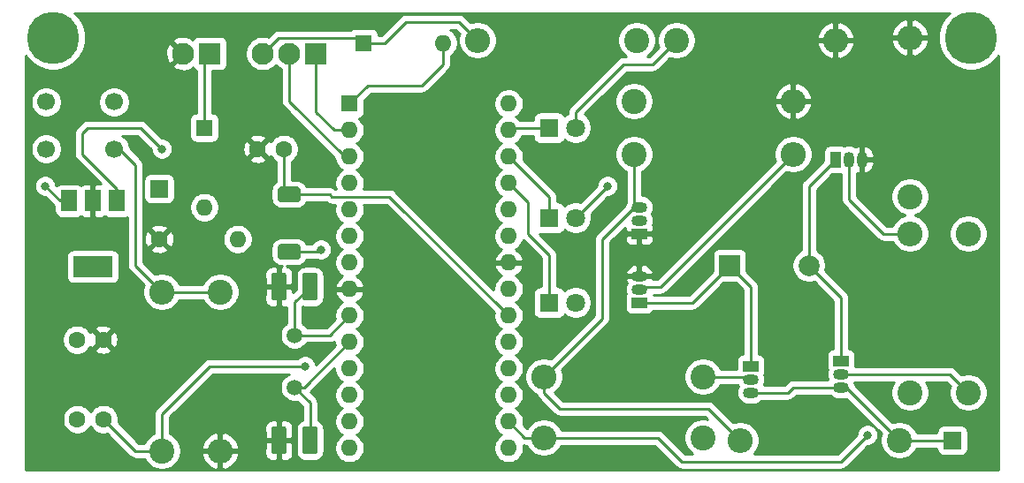
<source format=gtl>
G04 #@! TF.GenerationSoftware,KiCad,Pcbnew,(5.1.5)-3*
G04 #@! TF.CreationDate,2020-05-14T22:33:26-07:00*
G04 #@! TF.ProjectId,circuit_pj,63697263-7569-4745-9f70-6a2e6b696361,rev?*
G04 #@! TF.SameCoordinates,Original*
G04 #@! TF.FileFunction,Copper,L1,Top*
G04 #@! TF.FilePolarity,Positive*
%FSLAX46Y46*%
G04 Gerber Fmt 4.6, Leading zero omitted, Abs format (unit mm)*
G04 Created by KiCad (PCBNEW (5.1.5)-3) date 2020-05-14 22:33:26*
%MOMM*%
%LPD*%
G04 APERTURE LIST*
%ADD10C,1.500000*%
%ADD11O,1.600000X1.600000*%
%ADD12R,1.600000X1.600000*%
%ADD13R,1.700000X1.700000*%
%ADD14C,1.800000*%
%ADD15R,1.800000X1.800000*%
%ADD16C,2.000000*%
%ADD17R,2.000000X2.000000*%
%ADD18R,1.500000X2.000000*%
%ADD19R,3.800000X2.000000*%
%ADD20C,1.700000*%
%ADD21O,2.400000X2.400000*%
%ADD22C,2.400000*%
%ADD23C,0.100000*%
%ADD24C,2.100000*%
%ADD25R,2.100000X2.100000*%
%ADD26C,1.600000*%
%ADD27R,1.050000X1.500000*%
%ADD28O,1.050000X1.500000*%
%ADD29R,1.500000X1.050000*%
%ADD30O,1.500000X1.050000*%
%ADD31C,5.000000*%
%ADD32C,0.800000*%
%ADD33C,0.250000*%
%ADD34C,0.254000*%
G04 APERTURE END LIST*
D10*
X117348000Y-111332000D03*
X117348000Y-116332000D03*
D11*
X137864000Y-89138000D03*
X122624000Y-122158000D03*
X137864000Y-91678000D03*
X122624000Y-119618000D03*
X137864000Y-94218000D03*
X122624000Y-117078000D03*
X137864000Y-96758000D03*
X122624000Y-114538000D03*
X137864000Y-99298000D03*
X122624000Y-111998000D03*
X137864000Y-101838000D03*
X122624000Y-109458000D03*
X137864000Y-104378000D03*
X122624000Y-106918000D03*
X137864000Y-106918000D03*
X122624000Y-104378000D03*
X137864000Y-109458000D03*
X122624000Y-101838000D03*
X137864000Y-111998000D03*
X122624000Y-99298000D03*
X137864000Y-114538000D03*
X122624000Y-96758000D03*
X137864000Y-117078000D03*
X122624000Y-94218000D03*
X137864000Y-119618000D03*
X122624000Y-91678000D03*
X137864000Y-122158000D03*
D12*
X122624000Y-89138000D03*
D11*
X131572000Y-83312000D03*
D12*
X123952000Y-83312000D03*
D11*
X108712000Y-99060000D03*
D12*
X108712000Y-91440000D03*
D13*
X104394000Y-97282000D03*
X180340000Y-121412000D03*
D14*
X144272000Y-91440000D03*
D15*
X141732000Y-91440000D03*
D14*
X144272000Y-100076000D03*
D15*
X141732000Y-100076000D03*
D14*
X144272000Y-108204000D03*
D15*
X141732000Y-108204000D03*
D16*
X166604000Y-104648000D03*
D17*
X159004000Y-104648000D03*
D18*
X100344000Y-98450000D03*
X95744000Y-98450000D03*
X98044000Y-98450000D03*
D19*
X98044000Y-104750000D03*
D20*
X100076000Y-93472000D03*
X93576000Y-93472000D03*
X100076000Y-88972000D03*
X93576000Y-88972000D03*
D21*
X169164000Y-83058000D03*
D22*
X153924000Y-83058000D03*
D21*
X176276000Y-82804000D03*
D22*
X176276000Y-98044000D03*
D21*
X165100000Y-88900000D03*
D22*
X149860000Y-88900000D03*
D21*
X110236000Y-122428000D03*
D22*
X110236000Y-107188000D03*
D21*
X104648000Y-107188000D03*
D22*
X104648000Y-122428000D03*
D21*
X134874000Y-83058000D03*
D22*
X150114000Y-83058000D03*
D21*
X176276000Y-101600000D03*
D22*
X176276000Y-116840000D03*
D21*
X181864000Y-101600000D03*
D22*
X181864000Y-116840000D03*
D21*
X165100000Y-93980000D03*
D22*
X149860000Y-93980000D03*
D21*
X141224000Y-115316000D03*
D22*
X156464000Y-115316000D03*
D21*
X160020000Y-121412000D03*
D22*
X175260000Y-121412000D03*
X156464000Y-121158000D03*
D21*
X141224000Y-121158000D03*
G04 #@! TA.AperFunction,SMDPad,CuDef*
D23*
G36*
X117601756Y-102585806D02*
G01*
X117638159Y-102591206D01*
X117673857Y-102600147D01*
X117708506Y-102612545D01*
X117741774Y-102628280D01*
X117773339Y-102647199D01*
X117802897Y-102669121D01*
X117830165Y-102693835D01*
X117854879Y-102721103D01*
X117876801Y-102750661D01*
X117895720Y-102782226D01*
X117911455Y-102815494D01*
X117923853Y-102850143D01*
X117932794Y-102885841D01*
X117938194Y-102922244D01*
X117940000Y-102959000D01*
X117940000Y-103709000D01*
X117938194Y-103745756D01*
X117932794Y-103782159D01*
X117923853Y-103817857D01*
X117911455Y-103852506D01*
X117895720Y-103885774D01*
X117876801Y-103917339D01*
X117854879Y-103946897D01*
X117830165Y-103974165D01*
X117802897Y-103998879D01*
X117773339Y-104020801D01*
X117741774Y-104039720D01*
X117708506Y-104055455D01*
X117673857Y-104067853D01*
X117638159Y-104076794D01*
X117601756Y-104082194D01*
X117565000Y-104084000D01*
X116115000Y-104084000D01*
X116078244Y-104082194D01*
X116041841Y-104076794D01*
X116006143Y-104067853D01*
X115971494Y-104055455D01*
X115938226Y-104039720D01*
X115906661Y-104020801D01*
X115877103Y-103998879D01*
X115849835Y-103974165D01*
X115825121Y-103946897D01*
X115803199Y-103917339D01*
X115784280Y-103885774D01*
X115768545Y-103852506D01*
X115756147Y-103817857D01*
X115747206Y-103782159D01*
X115741806Y-103745756D01*
X115740000Y-103709000D01*
X115740000Y-102959000D01*
X115741806Y-102922244D01*
X115747206Y-102885841D01*
X115756147Y-102850143D01*
X115768545Y-102815494D01*
X115784280Y-102782226D01*
X115803199Y-102750661D01*
X115825121Y-102721103D01*
X115849835Y-102693835D01*
X115877103Y-102669121D01*
X115906661Y-102647199D01*
X115938226Y-102628280D01*
X115971494Y-102612545D01*
X116006143Y-102600147D01*
X116041841Y-102591206D01*
X116078244Y-102585806D01*
X116115000Y-102584000D01*
X117565000Y-102584000D01*
X117601756Y-102585806D01*
G37*
G04 #@! TD.AperFunction*
G04 #@! TA.AperFunction,SMDPad,CuDef*
G36*
X117601756Y-97085806D02*
G01*
X117638159Y-97091206D01*
X117673857Y-97100147D01*
X117708506Y-97112545D01*
X117741774Y-97128280D01*
X117773339Y-97147199D01*
X117802897Y-97169121D01*
X117830165Y-97193835D01*
X117854879Y-97221103D01*
X117876801Y-97250661D01*
X117895720Y-97282226D01*
X117911455Y-97315494D01*
X117923853Y-97350143D01*
X117932794Y-97385841D01*
X117938194Y-97422244D01*
X117940000Y-97459000D01*
X117940000Y-98209000D01*
X117938194Y-98245756D01*
X117932794Y-98282159D01*
X117923853Y-98317857D01*
X117911455Y-98352506D01*
X117895720Y-98385774D01*
X117876801Y-98417339D01*
X117854879Y-98446897D01*
X117830165Y-98474165D01*
X117802897Y-98498879D01*
X117773339Y-98520801D01*
X117741774Y-98539720D01*
X117708506Y-98555455D01*
X117673857Y-98567853D01*
X117638159Y-98576794D01*
X117601756Y-98582194D01*
X117565000Y-98584000D01*
X116115000Y-98584000D01*
X116078244Y-98582194D01*
X116041841Y-98576794D01*
X116006143Y-98567853D01*
X115971494Y-98555455D01*
X115938226Y-98539720D01*
X115906661Y-98520801D01*
X115877103Y-98498879D01*
X115849835Y-98474165D01*
X115825121Y-98446897D01*
X115803199Y-98417339D01*
X115784280Y-98385774D01*
X115768545Y-98352506D01*
X115756147Y-98317857D01*
X115747206Y-98282159D01*
X115741806Y-98245756D01*
X115740000Y-98209000D01*
X115740000Y-97459000D01*
X115741806Y-97422244D01*
X115747206Y-97385841D01*
X115756147Y-97350143D01*
X115768545Y-97315494D01*
X115784280Y-97282226D01*
X115803199Y-97250661D01*
X115825121Y-97221103D01*
X115849835Y-97193835D01*
X115877103Y-97169121D01*
X115906661Y-97147199D01*
X115938226Y-97128280D01*
X115971494Y-97112545D01*
X116006143Y-97100147D01*
X116041841Y-97091206D01*
X116078244Y-97085806D01*
X116115000Y-97084000D01*
X117565000Y-97084000D01*
X117601756Y-97085806D01*
G37*
G04 #@! TD.AperFunction*
D24*
X114300000Y-84328000D03*
X116840000Y-84328000D03*
D25*
X119380000Y-84328000D03*
D24*
X106680000Y-84328000D03*
D25*
X109220000Y-84328000D03*
G04 #@! TA.AperFunction,SMDPad,CuDef*
D23*
G36*
X119322504Y-120088204D02*
G01*
X119346773Y-120091804D01*
X119370571Y-120097765D01*
X119393671Y-120106030D01*
X119415849Y-120116520D01*
X119436893Y-120129133D01*
X119456598Y-120143747D01*
X119474777Y-120160223D01*
X119491253Y-120178402D01*
X119505867Y-120198107D01*
X119518480Y-120219151D01*
X119528970Y-120241329D01*
X119537235Y-120264429D01*
X119543196Y-120288227D01*
X119546796Y-120312496D01*
X119548000Y-120337000D01*
X119548000Y-122487000D01*
X119546796Y-122511504D01*
X119543196Y-122535773D01*
X119537235Y-122559571D01*
X119528970Y-122582671D01*
X119518480Y-122604849D01*
X119505867Y-122625893D01*
X119491253Y-122645598D01*
X119474777Y-122663777D01*
X119456598Y-122680253D01*
X119436893Y-122694867D01*
X119415849Y-122707480D01*
X119393671Y-122717970D01*
X119370571Y-122726235D01*
X119346773Y-122732196D01*
X119322504Y-122735796D01*
X119298000Y-122737000D01*
X118373000Y-122737000D01*
X118348496Y-122735796D01*
X118324227Y-122732196D01*
X118300429Y-122726235D01*
X118277329Y-122717970D01*
X118255151Y-122707480D01*
X118234107Y-122694867D01*
X118214402Y-122680253D01*
X118196223Y-122663777D01*
X118179747Y-122645598D01*
X118165133Y-122625893D01*
X118152520Y-122604849D01*
X118142030Y-122582671D01*
X118133765Y-122559571D01*
X118127804Y-122535773D01*
X118124204Y-122511504D01*
X118123000Y-122487000D01*
X118123000Y-120337000D01*
X118124204Y-120312496D01*
X118127804Y-120288227D01*
X118133765Y-120264429D01*
X118142030Y-120241329D01*
X118152520Y-120219151D01*
X118165133Y-120198107D01*
X118179747Y-120178402D01*
X118196223Y-120160223D01*
X118214402Y-120143747D01*
X118234107Y-120129133D01*
X118255151Y-120116520D01*
X118277329Y-120106030D01*
X118300429Y-120097765D01*
X118324227Y-120091804D01*
X118348496Y-120088204D01*
X118373000Y-120087000D01*
X119298000Y-120087000D01*
X119322504Y-120088204D01*
G37*
G04 #@! TD.AperFunction*
G04 #@! TA.AperFunction,SMDPad,CuDef*
G36*
X116347504Y-120088204D02*
G01*
X116371773Y-120091804D01*
X116395571Y-120097765D01*
X116418671Y-120106030D01*
X116440849Y-120116520D01*
X116461893Y-120129133D01*
X116481598Y-120143747D01*
X116499777Y-120160223D01*
X116516253Y-120178402D01*
X116530867Y-120198107D01*
X116543480Y-120219151D01*
X116553970Y-120241329D01*
X116562235Y-120264429D01*
X116568196Y-120288227D01*
X116571796Y-120312496D01*
X116573000Y-120337000D01*
X116573000Y-122487000D01*
X116571796Y-122511504D01*
X116568196Y-122535773D01*
X116562235Y-122559571D01*
X116553970Y-122582671D01*
X116543480Y-122604849D01*
X116530867Y-122625893D01*
X116516253Y-122645598D01*
X116499777Y-122663777D01*
X116481598Y-122680253D01*
X116461893Y-122694867D01*
X116440849Y-122707480D01*
X116418671Y-122717970D01*
X116395571Y-122726235D01*
X116371773Y-122732196D01*
X116347504Y-122735796D01*
X116323000Y-122737000D01*
X115398000Y-122737000D01*
X115373496Y-122735796D01*
X115349227Y-122732196D01*
X115325429Y-122726235D01*
X115302329Y-122717970D01*
X115280151Y-122707480D01*
X115259107Y-122694867D01*
X115239402Y-122680253D01*
X115221223Y-122663777D01*
X115204747Y-122645598D01*
X115190133Y-122625893D01*
X115177520Y-122604849D01*
X115167030Y-122582671D01*
X115158765Y-122559571D01*
X115152804Y-122535773D01*
X115149204Y-122511504D01*
X115148000Y-122487000D01*
X115148000Y-120337000D01*
X115149204Y-120312496D01*
X115152804Y-120288227D01*
X115158765Y-120264429D01*
X115167030Y-120241329D01*
X115177520Y-120219151D01*
X115190133Y-120198107D01*
X115204747Y-120178402D01*
X115221223Y-120160223D01*
X115239402Y-120143747D01*
X115259107Y-120129133D01*
X115280151Y-120116520D01*
X115302329Y-120106030D01*
X115325429Y-120097765D01*
X115349227Y-120091804D01*
X115373496Y-120088204D01*
X115398000Y-120087000D01*
X116323000Y-120087000D01*
X116347504Y-120088204D01*
G37*
G04 #@! TD.AperFunction*
G04 #@! TA.AperFunction,SMDPad,CuDef*
G36*
X116347504Y-105356204D02*
G01*
X116371773Y-105359804D01*
X116395571Y-105365765D01*
X116418671Y-105374030D01*
X116440849Y-105384520D01*
X116461893Y-105397133D01*
X116481598Y-105411747D01*
X116499777Y-105428223D01*
X116516253Y-105446402D01*
X116530867Y-105466107D01*
X116543480Y-105487151D01*
X116553970Y-105509329D01*
X116562235Y-105532429D01*
X116568196Y-105556227D01*
X116571796Y-105580496D01*
X116573000Y-105605000D01*
X116573000Y-107755000D01*
X116571796Y-107779504D01*
X116568196Y-107803773D01*
X116562235Y-107827571D01*
X116553970Y-107850671D01*
X116543480Y-107872849D01*
X116530867Y-107893893D01*
X116516253Y-107913598D01*
X116499777Y-107931777D01*
X116481598Y-107948253D01*
X116461893Y-107962867D01*
X116440849Y-107975480D01*
X116418671Y-107985970D01*
X116395571Y-107994235D01*
X116371773Y-108000196D01*
X116347504Y-108003796D01*
X116323000Y-108005000D01*
X115398000Y-108005000D01*
X115373496Y-108003796D01*
X115349227Y-108000196D01*
X115325429Y-107994235D01*
X115302329Y-107985970D01*
X115280151Y-107975480D01*
X115259107Y-107962867D01*
X115239402Y-107948253D01*
X115221223Y-107931777D01*
X115204747Y-107913598D01*
X115190133Y-107893893D01*
X115177520Y-107872849D01*
X115167030Y-107850671D01*
X115158765Y-107827571D01*
X115152804Y-107803773D01*
X115149204Y-107779504D01*
X115148000Y-107755000D01*
X115148000Y-105605000D01*
X115149204Y-105580496D01*
X115152804Y-105556227D01*
X115158765Y-105532429D01*
X115167030Y-105509329D01*
X115177520Y-105487151D01*
X115190133Y-105466107D01*
X115204747Y-105446402D01*
X115221223Y-105428223D01*
X115239402Y-105411747D01*
X115259107Y-105397133D01*
X115280151Y-105384520D01*
X115302329Y-105374030D01*
X115325429Y-105365765D01*
X115349227Y-105359804D01*
X115373496Y-105356204D01*
X115398000Y-105355000D01*
X116323000Y-105355000D01*
X116347504Y-105356204D01*
G37*
G04 #@! TD.AperFunction*
G04 #@! TA.AperFunction,SMDPad,CuDef*
G36*
X119322504Y-105356204D02*
G01*
X119346773Y-105359804D01*
X119370571Y-105365765D01*
X119393671Y-105374030D01*
X119415849Y-105384520D01*
X119436893Y-105397133D01*
X119456598Y-105411747D01*
X119474777Y-105428223D01*
X119491253Y-105446402D01*
X119505867Y-105466107D01*
X119518480Y-105487151D01*
X119528970Y-105509329D01*
X119537235Y-105532429D01*
X119543196Y-105556227D01*
X119546796Y-105580496D01*
X119548000Y-105605000D01*
X119548000Y-107755000D01*
X119546796Y-107779504D01*
X119543196Y-107803773D01*
X119537235Y-107827571D01*
X119528970Y-107850671D01*
X119518480Y-107872849D01*
X119505867Y-107893893D01*
X119491253Y-107913598D01*
X119474777Y-107931777D01*
X119456598Y-107948253D01*
X119436893Y-107962867D01*
X119415849Y-107975480D01*
X119393671Y-107985970D01*
X119370571Y-107994235D01*
X119346773Y-108000196D01*
X119322504Y-108003796D01*
X119298000Y-108005000D01*
X118373000Y-108005000D01*
X118348496Y-108003796D01*
X118324227Y-108000196D01*
X118300429Y-107994235D01*
X118277329Y-107985970D01*
X118255151Y-107975480D01*
X118234107Y-107962867D01*
X118214402Y-107948253D01*
X118196223Y-107931777D01*
X118179747Y-107913598D01*
X118165133Y-107893893D01*
X118152520Y-107872849D01*
X118142030Y-107850671D01*
X118133765Y-107827571D01*
X118127804Y-107803773D01*
X118124204Y-107779504D01*
X118123000Y-107755000D01*
X118123000Y-105605000D01*
X118124204Y-105580496D01*
X118127804Y-105556227D01*
X118133765Y-105532429D01*
X118142030Y-105509329D01*
X118152520Y-105487151D01*
X118165133Y-105466107D01*
X118179747Y-105446402D01*
X118196223Y-105428223D01*
X118214402Y-105411747D01*
X118234107Y-105397133D01*
X118255151Y-105384520D01*
X118277329Y-105374030D01*
X118300429Y-105365765D01*
X118324227Y-105359804D01*
X118348496Y-105356204D01*
X118373000Y-105355000D01*
X119298000Y-105355000D01*
X119322504Y-105356204D01*
G37*
G04 #@! TD.AperFunction*
D26*
X96560000Y-119380000D03*
X99060000Y-119380000D03*
X113832000Y-93472000D03*
X116332000Y-93472000D03*
X99020000Y-111760000D03*
X96520000Y-111760000D03*
D11*
X111894000Y-102108000D03*
D26*
X104394000Y-102108000D03*
D27*
X169164000Y-94488000D03*
D28*
X171704000Y-94488000D03*
X170434000Y-94488000D03*
D29*
X169672000Y-113792000D03*
D30*
X169672000Y-116332000D03*
X169672000Y-115062000D03*
D29*
X150368000Y-108204000D03*
D30*
X150368000Y-105664000D03*
X150368000Y-106934000D03*
D29*
X161036000Y-114300000D03*
D30*
X161036000Y-116840000D03*
X161036000Y-115570000D03*
D29*
X150368000Y-101600000D03*
D30*
X150368000Y-99060000D03*
X150368000Y-100330000D03*
D31*
X94234000Y-82804000D03*
X182118000Y-82804000D03*
D32*
X104648000Y-93472000D03*
X119888000Y-103124000D03*
X93472000Y-97028000D03*
X118364000Y-114300000D03*
X172212000Y-120904000D03*
X147320000Y-97028000D03*
D33*
X141224000Y-115316000D02*
X141224000Y-116840000D01*
X141224000Y-116840000D02*
X142748000Y-118364000D01*
X142748000Y-118364000D02*
X156972000Y-118364000D01*
X156972000Y-118364000D02*
X160020000Y-121412000D01*
X149860000Y-93980000D02*
X149860000Y-98552000D01*
X149860000Y-98552000D02*
X150368000Y-99060000D01*
X150368000Y-99060000D02*
X149860000Y-99060000D01*
X146812000Y-109728000D02*
X141224000Y-115316000D01*
X146812000Y-102108000D02*
X146812000Y-109728000D01*
X149860000Y-99060000D02*
X146812000Y-102108000D01*
X100344000Y-98450000D02*
X100344000Y-97296000D01*
X102616000Y-91440000D02*
X104648000Y-93472000D01*
X97536000Y-91440000D02*
X102616000Y-91440000D01*
X97028000Y-91948000D02*
X97536000Y-91440000D01*
X97028000Y-93980000D02*
X97028000Y-91948000D01*
X100344000Y-97296000D02*
X97028000Y-93980000D01*
X156464000Y-115316000D02*
X160782000Y-115316000D01*
X160782000Y-115316000D02*
X161036000Y-115570000D01*
X165100000Y-93980000D02*
X152400000Y-106680000D01*
X150622000Y-106680000D02*
X150368000Y-106934000D01*
X152400000Y-106680000D02*
X150622000Y-106680000D01*
X169672000Y-115062000D02*
X180086000Y-115062000D01*
X180086000Y-115062000D02*
X181864000Y-116840000D01*
X176276000Y-101600000D02*
X173736000Y-101600000D01*
X170434000Y-98298000D02*
X170434000Y-94488000D01*
X173736000Y-101600000D02*
X170434000Y-98298000D01*
X116840000Y-103334000D02*
X119678000Y-103334000D01*
X119678000Y-103334000D02*
X119888000Y-103124000D01*
X95744000Y-98450000D02*
X94894000Y-98450000D01*
X94894000Y-98450000D02*
X93472000Y-97028000D01*
X116840000Y-97834000D02*
X120694000Y-97834000D01*
X126450000Y-98044000D02*
X137864000Y-109458000D01*
X120904000Y-98044000D02*
X126450000Y-98044000D01*
X120694000Y-97834000D02*
X120904000Y-98044000D01*
X116332000Y-93472000D02*
X116332000Y-97326000D01*
X116332000Y-97326000D02*
X116840000Y-97834000D01*
X104648000Y-122428000D02*
X102108000Y-122428000D01*
X102108000Y-122428000D02*
X99060000Y-119380000D01*
X104648000Y-122428000D02*
X104648000Y-118872000D01*
X109220000Y-114300000D02*
X118364000Y-114300000D01*
X104648000Y-118872000D02*
X109220000Y-114300000D01*
X117348000Y-111332000D02*
X117348000Y-108167500D01*
X117348000Y-108167500D02*
X118835500Y-106680000D01*
X117348000Y-111332000D02*
X120750000Y-111332000D01*
X120750000Y-111332000D02*
X122624000Y-109458000D01*
X117348000Y-116332000D02*
X118290000Y-116332000D01*
X118290000Y-116332000D02*
X122624000Y-111998000D01*
X118835500Y-121412000D02*
X118835500Y-117819500D01*
X118835500Y-117819500D02*
X117348000Y-116332000D01*
X108712000Y-91440000D02*
X108712000Y-84836000D01*
X108712000Y-84836000D02*
X109220000Y-84328000D01*
X114300000Y-84328000D02*
X115824000Y-82804000D01*
X123444000Y-82804000D02*
X123952000Y-83312000D01*
X115824000Y-82804000D02*
X123444000Y-82804000D01*
X123952000Y-83312000D02*
X125984000Y-83312000D01*
X133096000Y-81280000D02*
X134874000Y-83058000D01*
X128016000Y-81280000D02*
X133096000Y-81280000D01*
X125984000Y-83312000D02*
X128016000Y-81280000D01*
X122624000Y-94218000D02*
X122158000Y-94218000D01*
X116840000Y-88900000D02*
X116840000Y-84328000D01*
X122158000Y-94218000D02*
X116840000Y-88900000D01*
X122624000Y-91678000D02*
X121142000Y-91678000D01*
X119380000Y-89916000D02*
X119380000Y-84328000D01*
X121142000Y-91678000D02*
X119380000Y-89916000D01*
X161036000Y-114300000D02*
X161036000Y-106680000D01*
X161036000Y-106680000D02*
X159004000Y-104648000D01*
X150368000Y-108204000D02*
X155448000Y-108204000D01*
X155448000Y-108204000D02*
X159004000Y-104648000D01*
X169672000Y-113792000D02*
X169672000Y-107716000D01*
X169672000Y-107716000D02*
X166604000Y-104648000D01*
X166604000Y-104648000D02*
X166604000Y-97048000D01*
X166604000Y-97048000D02*
X169164000Y-94488000D01*
X141224000Y-121158000D02*
X139404000Y-121158000D01*
X139404000Y-121158000D02*
X137864000Y-119618000D01*
X141224000Y-121158000D02*
X152146000Y-121158000D01*
X169672000Y-123444000D02*
X172212000Y-120904000D01*
X154432000Y-123444000D02*
X169672000Y-123444000D01*
X152146000Y-121158000D02*
X154432000Y-123444000D01*
X110236000Y-107188000D02*
X104648000Y-107188000D01*
X100076000Y-93472000D02*
X100584000Y-93472000D01*
X102108000Y-104648000D02*
X104648000Y-107188000D01*
X102108000Y-94996000D02*
X102108000Y-104648000D01*
X100584000Y-93472000D02*
X102108000Y-94996000D01*
X141732000Y-108204000D02*
X141732000Y-103632000D01*
X139700000Y-98594000D02*
X137864000Y-96758000D01*
X139700000Y-101600000D02*
X139700000Y-98594000D01*
X141732000Y-103632000D02*
X139700000Y-101600000D01*
X144272000Y-100076000D02*
X147320000Y-97028000D01*
X141732000Y-100076000D02*
X141732000Y-98086000D01*
X141732000Y-98086000D02*
X137864000Y-94218000D01*
X144272000Y-91440000D02*
X144272000Y-89916000D01*
X151638000Y-85344000D02*
X153924000Y-83058000D01*
X148844000Y-85344000D02*
X151638000Y-85344000D01*
X144272000Y-89916000D02*
X148844000Y-85344000D01*
X141732000Y-91440000D02*
X138102000Y-91440000D01*
X138102000Y-91440000D02*
X137864000Y-91678000D01*
X180340000Y-121412000D02*
X175260000Y-121412000D01*
X169672000Y-116332000D02*
X170180000Y-116332000D01*
X170180000Y-116332000D02*
X175260000Y-121412000D01*
X169672000Y-116332000D02*
X165100000Y-116332000D01*
X164592000Y-116840000D02*
X161036000Y-116840000D01*
X165100000Y-116332000D02*
X164592000Y-116840000D01*
X131572000Y-83312000D02*
X131572000Y-85344000D01*
X124386000Y-87376000D02*
X122624000Y-89138000D01*
X129540000Y-87376000D02*
X124386000Y-87376000D01*
X131572000Y-85344000D02*
X129540000Y-87376000D01*
D34*
G36*
X179682886Y-80805554D02*
G01*
X179339799Y-81319021D01*
X179103476Y-81889554D01*
X178983000Y-82495229D01*
X178983000Y-83112771D01*
X179103476Y-83718446D01*
X179339799Y-84288979D01*
X179682886Y-84802446D01*
X180119554Y-85239114D01*
X180633021Y-85582201D01*
X181203554Y-85818524D01*
X181809229Y-85939000D01*
X182426771Y-85939000D01*
X183032446Y-85818524D01*
X183602979Y-85582201D01*
X184116446Y-85239114D01*
X184553114Y-84802446D01*
X184735001Y-84530232D01*
X184735000Y-124283000D01*
X91617000Y-124283000D01*
X91617000Y-119238665D01*
X95125000Y-119238665D01*
X95125000Y-119521335D01*
X95180147Y-119798574D01*
X95288320Y-120059727D01*
X95445363Y-120294759D01*
X95645241Y-120494637D01*
X95880273Y-120651680D01*
X96141426Y-120759853D01*
X96418665Y-120815000D01*
X96701335Y-120815000D01*
X96978574Y-120759853D01*
X97239727Y-120651680D01*
X97474759Y-120494637D01*
X97674637Y-120294759D01*
X97810000Y-120092173D01*
X97945363Y-120294759D01*
X98145241Y-120494637D01*
X98380273Y-120651680D01*
X98641426Y-120759853D01*
X98918665Y-120815000D01*
X99201335Y-120815000D01*
X99383886Y-120778688D01*
X101544201Y-122939003D01*
X101567999Y-122968001D01*
X101596997Y-122991799D01*
X101683723Y-123062974D01*
X101737080Y-123091494D01*
X101815753Y-123133546D01*
X101959014Y-123177003D01*
X102070667Y-123188000D01*
X102070677Y-123188000D01*
X102108000Y-123191676D01*
X102145323Y-123188000D01*
X102976612Y-123188000D01*
X103021844Y-123297199D01*
X103222662Y-123597744D01*
X103478256Y-123853338D01*
X103778801Y-124054156D01*
X104112750Y-124192482D01*
X104467268Y-124263000D01*
X104828732Y-124263000D01*
X105183250Y-124192482D01*
X105517199Y-124054156D01*
X105817744Y-123853338D01*
X106073338Y-123597744D01*
X106274156Y-123297199D01*
X106412482Y-122963250D01*
X106437036Y-122839806D01*
X108447801Y-122839806D01*
X108562500Y-123180754D01*
X108741511Y-123492774D01*
X108977954Y-123763875D01*
X109262743Y-123983639D01*
X109584934Y-124143621D01*
X109824195Y-124216195D01*
X110109000Y-124099432D01*
X110109000Y-122555000D01*
X110363000Y-122555000D01*
X110363000Y-124099432D01*
X110647805Y-124216195D01*
X110887066Y-124143621D01*
X111209257Y-123983639D01*
X111494046Y-123763875D01*
X111730489Y-123492774D01*
X111909500Y-123180754D01*
X112024199Y-122839806D01*
X111982203Y-122737000D01*
X114509928Y-122737000D01*
X114522188Y-122861482D01*
X114558498Y-122981180D01*
X114617463Y-123091494D01*
X114696815Y-123188185D01*
X114793506Y-123267537D01*
X114903820Y-123326502D01*
X115023518Y-123362812D01*
X115148000Y-123375072D01*
X115574750Y-123372000D01*
X115733500Y-123213250D01*
X115733500Y-121539000D01*
X115987500Y-121539000D01*
X115987500Y-123213250D01*
X116146250Y-123372000D01*
X116573000Y-123375072D01*
X116697482Y-123362812D01*
X116817180Y-123326502D01*
X116927494Y-123267537D01*
X117024185Y-123188185D01*
X117103537Y-123091494D01*
X117162502Y-122981180D01*
X117198812Y-122861482D01*
X117211072Y-122737000D01*
X117208000Y-121697750D01*
X117049250Y-121539000D01*
X115987500Y-121539000D01*
X115733500Y-121539000D01*
X114671750Y-121539000D01*
X114513000Y-121697750D01*
X114509928Y-122737000D01*
X111982203Y-122737000D01*
X111907854Y-122555000D01*
X110363000Y-122555000D01*
X110109000Y-122555000D01*
X108564146Y-122555000D01*
X108447801Y-122839806D01*
X106437036Y-122839806D01*
X106483000Y-122608732D01*
X106483000Y-122247268D01*
X106437037Y-122016194D01*
X108447801Y-122016194D01*
X108564146Y-122301000D01*
X110109000Y-122301000D01*
X110109000Y-120756568D01*
X110363000Y-120756568D01*
X110363000Y-122301000D01*
X111907854Y-122301000D01*
X112024199Y-122016194D01*
X111909500Y-121675246D01*
X111730489Y-121363226D01*
X111494046Y-121092125D01*
X111209257Y-120872361D01*
X110887066Y-120712379D01*
X110647805Y-120639805D01*
X110363000Y-120756568D01*
X110109000Y-120756568D01*
X109824195Y-120639805D01*
X109584934Y-120712379D01*
X109262743Y-120872361D01*
X108977954Y-121092125D01*
X108741511Y-121363226D01*
X108562500Y-121675246D01*
X108447801Y-122016194D01*
X106437037Y-122016194D01*
X106412482Y-121892750D01*
X106274156Y-121558801D01*
X106073338Y-121258256D01*
X105817744Y-121002662D01*
X105517199Y-120801844D01*
X105408000Y-120756612D01*
X105408000Y-120087000D01*
X114509928Y-120087000D01*
X114513000Y-121126250D01*
X114671750Y-121285000D01*
X115733500Y-121285000D01*
X115733500Y-119610750D01*
X115987500Y-119610750D01*
X115987500Y-121285000D01*
X117049250Y-121285000D01*
X117208000Y-121126250D01*
X117211072Y-120087000D01*
X117198812Y-119962518D01*
X117162502Y-119842820D01*
X117103537Y-119732506D01*
X117024185Y-119635815D01*
X116927494Y-119556463D01*
X116817180Y-119497498D01*
X116697482Y-119461188D01*
X116573000Y-119448928D01*
X116146250Y-119452000D01*
X115987500Y-119610750D01*
X115733500Y-119610750D01*
X115574750Y-119452000D01*
X115148000Y-119448928D01*
X115023518Y-119461188D01*
X114903820Y-119497498D01*
X114793506Y-119556463D01*
X114696815Y-119635815D01*
X114617463Y-119732506D01*
X114558498Y-119842820D01*
X114522188Y-119962518D01*
X114509928Y-120087000D01*
X105408000Y-120087000D01*
X105408000Y-119186801D01*
X109534803Y-115060000D01*
X116799701Y-115060000D01*
X116691957Y-115104629D01*
X116465114Y-115256201D01*
X116272201Y-115449114D01*
X116120629Y-115675957D01*
X116016225Y-115928011D01*
X115963000Y-116195589D01*
X115963000Y-116468411D01*
X116016225Y-116735989D01*
X116120629Y-116988043D01*
X116272201Y-117214886D01*
X116465114Y-117407799D01*
X116691957Y-117559371D01*
X116944011Y-117663775D01*
X117211589Y-117717000D01*
X117484411Y-117717000D01*
X117629365Y-117688167D01*
X118075501Y-118134303D01*
X118075501Y-119503681D01*
X118033150Y-119516528D01*
X117879614Y-119598595D01*
X117745038Y-119709038D01*
X117634595Y-119843614D01*
X117552528Y-119997150D01*
X117501992Y-120163746D01*
X117484928Y-120337000D01*
X117484928Y-122487000D01*
X117501992Y-122660254D01*
X117552528Y-122826850D01*
X117634595Y-122980386D01*
X117745038Y-123114962D01*
X117879614Y-123225405D01*
X118033150Y-123307472D01*
X118199746Y-123358008D01*
X118373000Y-123375072D01*
X119298000Y-123375072D01*
X119471254Y-123358008D01*
X119637850Y-123307472D01*
X119791386Y-123225405D01*
X119925962Y-123114962D01*
X120036405Y-122980386D01*
X120118472Y-122826850D01*
X120169008Y-122660254D01*
X120186072Y-122487000D01*
X120186072Y-120337000D01*
X120169008Y-120163746D01*
X120118472Y-119997150D01*
X120036405Y-119843614D01*
X119925962Y-119709038D01*
X119791386Y-119598595D01*
X119637850Y-119516528D01*
X119595500Y-119503681D01*
X119595500Y-117856825D01*
X119599176Y-117819500D01*
X119595500Y-117782175D01*
X119595500Y-117782167D01*
X119584503Y-117670514D01*
X119541046Y-117527253D01*
X119470474Y-117395224D01*
X119375501Y-117279499D01*
X119346503Y-117255701D01*
X118893801Y-116803000D01*
X121189000Y-114507802D01*
X121189000Y-114679335D01*
X121244147Y-114956574D01*
X121352320Y-115217727D01*
X121509363Y-115452759D01*
X121709241Y-115652637D01*
X121941759Y-115808000D01*
X121709241Y-115963363D01*
X121509363Y-116163241D01*
X121352320Y-116398273D01*
X121244147Y-116659426D01*
X121189000Y-116936665D01*
X121189000Y-117219335D01*
X121244147Y-117496574D01*
X121352320Y-117757727D01*
X121509363Y-117992759D01*
X121709241Y-118192637D01*
X121941759Y-118348000D01*
X121709241Y-118503363D01*
X121509363Y-118703241D01*
X121352320Y-118938273D01*
X121244147Y-119199426D01*
X121189000Y-119476665D01*
X121189000Y-119759335D01*
X121244147Y-120036574D01*
X121352320Y-120297727D01*
X121509363Y-120532759D01*
X121709241Y-120732637D01*
X121941759Y-120888000D01*
X121709241Y-121043363D01*
X121509363Y-121243241D01*
X121352320Y-121478273D01*
X121244147Y-121739426D01*
X121189000Y-122016665D01*
X121189000Y-122299335D01*
X121244147Y-122576574D01*
X121352320Y-122837727D01*
X121509363Y-123072759D01*
X121709241Y-123272637D01*
X121944273Y-123429680D01*
X122205426Y-123537853D01*
X122482665Y-123593000D01*
X122765335Y-123593000D01*
X123042574Y-123537853D01*
X123303727Y-123429680D01*
X123538759Y-123272637D01*
X123738637Y-123072759D01*
X123895680Y-122837727D01*
X124003853Y-122576574D01*
X124059000Y-122299335D01*
X124059000Y-122016665D01*
X124003853Y-121739426D01*
X123895680Y-121478273D01*
X123738637Y-121243241D01*
X123538759Y-121043363D01*
X123306241Y-120888000D01*
X123538759Y-120732637D01*
X123738637Y-120532759D01*
X123895680Y-120297727D01*
X124003853Y-120036574D01*
X124059000Y-119759335D01*
X124059000Y-119476665D01*
X124003853Y-119199426D01*
X123895680Y-118938273D01*
X123738637Y-118703241D01*
X123538759Y-118503363D01*
X123306241Y-118348000D01*
X123538759Y-118192637D01*
X123738637Y-117992759D01*
X123895680Y-117757727D01*
X124003853Y-117496574D01*
X124059000Y-117219335D01*
X124059000Y-116936665D01*
X124003853Y-116659426D01*
X123895680Y-116398273D01*
X123738637Y-116163241D01*
X123538759Y-115963363D01*
X123306241Y-115808000D01*
X123538759Y-115652637D01*
X123738637Y-115452759D01*
X123895680Y-115217727D01*
X124003853Y-114956574D01*
X124059000Y-114679335D01*
X124059000Y-114396665D01*
X124003853Y-114119426D01*
X123895680Y-113858273D01*
X123738637Y-113623241D01*
X123538759Y-113423363D01*
X123306241Y-113268000D01*
X123538759Y-113112637D01*
X123738637Y-112912759D01*
X123895680Y-112677727D01*
X124003853Y-112416574D01*
X124059000Y-112139335D01*
X124059000Y-111856665D01*
X124003853Y-111579426D01*
X123895680Y-111318273D01*
X123738637Y-111083241D01*
X123538759Y-110883363D01*
X123306241Y-110728000D01*
X123538759Y-110572637D01*
X123738637Y-110372759D01*
X123895680Y-110137727D01*
X124003853Y-109876574D01*
X124059000Y-109599335D01*
X124059000Y-109316665D01*
X124003853Y-109039426D01*
X123895680Y-108778273D01*
X123738637Y-108543241D01*
X123538759Y-108343363D01*
X123303727Y-108186320D01*
X123293135Y-108181933D01*
X123479131Y-108070385D01*
X123687519Y-107881414D01*
X123855037Y-107655420D01*
X123975246Y-107401087D01*
X124015904Y-107267039D01*
X123893915Y-107045000D01*
X122751000Y-107045000D01*
X122751000Y-107065000D01*
X122497000Y-107065000D01*
X122497000Y-107045000D01*
X121354085Y-107045000D01*
X121232096Y-107267039D01*
X121272754Y-107401087D01*
X121392963Y-107655420D01*
X121560481Y-107881414D01*
X121768869Y-108070385D01*
X121954865Y-108181933D01*
X121944273Y-108186320D01*
X121709241Y-108343363D01*
X121509363Y-108543241D01*
X121352320Y-108778273D01*
X121244147Y-109039426D01*
X121189000Y-109316665D01*
X121189000Y-109599335D01*
X121225312Y-109781886D01*
X120435199Y-110572000D01*
X118505909Y-110572000D01*
X118423799Y-110449114D01*
X118230886Y-110256201D01*
X118108000Y-110174091D01*
X118108000Y-108598177D01*
X118199746Y-108626008D01*
X118373000Y-108643072D01*
X119298000Y-108643072D01*
X119471254Y-108626008D01*
X119637850Y-108575472D01*
X119791386Y-108493405D01*
X119925962Y-108382962D01*
X120036405Y-108248386D01*
X120118472Y-108094850D01*
X120169008Y-107928254D01*
X120186072Y-107755000D01*
X120186072Y-105605000D01*
X120169008Y-105431746D01*
X120118472Y-105265150D01*
X120036405Y-105111614D01*
X119925962Y-104977038D01*
X119791386Y-104866595D01*
X119637850Y-104784528D01*
X119471254Y-104733992D01*
X119298000Y-104716928D01*
X118373000Y-104716928D01*
X118199746Y-104733992D01*
X118033150Y-104784528D01*
X117879614Y-104866595D01*
X117745038Y-104977038D01*
X117634595Y-105111614D01*
X117552528Y-105265150D01*
X117501992Y-105431746D01*
X117484928Y-105605000D01*
X117484928Y-106955771D01*
X117208787Y-107231912D01*
X117208000Y-106965750D01*
X117049250Y-106807000D01*
X115987500Y-106807000D01*
X115987500Y-108481250D01*
X116146250Y-108640000D01*
X116573000Y-108643072D01*
X116588001Y-108641595D01*
X116588000Y-110174091D01*
X116465114Y-110256201D01*
X116272201Y-110449114D01*
X116120629Y-110675957D01*
X116016225Y-110928011D01*
X115963000Y-111195589D01*
X115963000Y-111468411D01*
X116016225Y-111735989D01*
X116120629Y-111988043D01*
X116272201Y-112214886D01*
X116465114Y-112407799D01*
X116691957Y-112559371D01*
X116944011Y-112663775D01*
X117211589Y-112717000D01*
X117484411Y-112717000D01*
X117751989Y-112663775D01*
X118004043Y-112559371D01*
X118230886Y-112407799D01*
X118423799Y-112214886D01*
X118505909Y-112092000D01*
X120712678Y-112092000D01*
X120750000Y-112095676D01*
X120787322Y-112092000D01*
X120787333Y-112092000D01*
X120898986Y-112081003D01*
X121042247Y-112037546D01*
X121174276Y-111966974D01*
X121189000Y-111954890D01*
X121189000Y-112139335D01*
X121225312Y-112321886D01*
X119390727Y-114156471D01*
X119359226Y-113998102D01*
X119281205Y-113809744D01*
X119167937Y-113640226D01*
X119023774Y-113496063D01*
X118854256Y-113382795D01*
X118665898Y-113304774D01*
X118465939Y-113265000D01*
X118262061Y-113265000D01*
X118062102Y-113304774D01*
X117873744Y-113382795D01*
X117704226Y-113496063D01*
X117660289Y-113540000D01*
X109257322Y-113540000D01*
X109219999Y-113536324D01*
X109182676Y-113540000D01*
X109182667Y-113540000D01*
X109071014Y-113550997D01*
X108927753Y-113594454D01*
X108795724Y-113665026D01*
X108795722Y-113665027D01*
X108795723Y-113665027D01*
X108708996Y-113736201D01*
X108708992Y-113736205D01*
X108679999Y-113759999D01*
X108656205Y-113788992D01*
X104136998Y-118308201D01*
X104108000Y-118331999D01*
X104084202Y-118360997D01*
X104084201Y-118360998D01*
X104013026Y-118447724D01*
X103942454Y-118579754D01*
X103898998Y-118723015D01*
X103884324Y-118872000D01*
X103888001Y-118909332D01*
X103888000Y-120756612D01*
X103778801Y-120801844D01*
X103478256Y-121002662D01*
X103222662Y-121258256D01*
X103021844Y-121558801D01*
X102976612Y-121668000D01*
X102422802Y-121668000D01*
X100458688Y-119703886D01*
X100495000Y-119521335D01*
X100495000Y-119238665D01*
X100439853Y-118961426D01*
X100331680Y-118700273D01*
X100174637Y-118465241D01*
X99974759Y-118265363D01*
X99739727Y-118108320D01*
X99478574Y-118000147D01*
X99201335Y-117945000D01*
X98918665Y-117945000D01*
X98641426Y-118000147D01*
X98380273Y-118108320D01*
X98145241Y-118265363D01*
X97945363Y-118465241D01*
X97810000Y-118667827D01*
X97674637Y-118465241D01*
X97474759Y-118265363D01*
X97239727Y-118108320D01*
X96978574Y-118000147D01*
X96701335Y-117945000D01*
X96418665Y-117945000D01*
X96141426Y-118000147D01*
X95880273Y-118108320D01*
X95645241Y-118265363D01*
X95445363Y-118465241D01*
X95288320Y-118700273D01*
X95180147Y-118961426D01*
X95125000Y-119238665D01*
X91617000Y-119238665D01*
X91617000Y-111618665D01*
X95085000Y-111618665D01*
X95085000Y-111901335D01*
X95140147Y-112178574D01*
X95248320Y-112439727D01*
X95405363Y-112674759D01*
X95605241Y-112874637D01*
X95840273Y-113031680D01*
X96101426Y-113139853D01*
X96378665Y-113195000D01*
X96661335Y-113195000D01*
X96938574Y-113139853D01*
X97199727Y-113031680D01*
X97434759Y-112874637D01*
X97556694Y-112752702D01*
X98206903Y-112752702D01*
X98278486Y-112996671D01*
X98533996Y-113117571D01*
X98808184Y-113186300D01*
X99090512Y-113200217D01*
X99370130Y-113158787D01*
X99636292Y-113063603D01*
X99761514Y-112996671D01*
X99833097Y-112752702D01*
X99020000Y-111939605D01*
X98206903Y-112752702D01*
X97556694Y-112752702D01*
X97634637Y-112674759D01*
X97768692Y-112474131D01*
X97783329Y-112501514D01*
X98027298Y-112573097D01*
X98840395Y-111760000D01*
X99199605Y-111760000D01*
X100012702Y-112573097D01*
X100256671Y-112501514D01*
X100377571Y-112246004D01*
X100446300Y-111971816D01*
X100460217Y-111689488D01*
X100418787Y-111409870D01*
X100323603Y-111143708D01*
X100256671Y-111018486D01*
X100012702Y-110946903D01*
X99199605Y-111760000D01*
X98840395Y-111760000D01*
X98027298Y-110946903D01*
X97783329Y-111018486D01*
X97769676Y-111047341D01*
X97634637Y-110845241D01*
X97556694Y-110767298D01*
X98206903Y-110767298D01*
X99020000Y-111580395D01*
X99833097Y-110767298D01*
X99761514Y-110523329D01*
X99506004Y-110402429D01*
X99231816Y-110333700D01*
X98949488Y-110319783D01*
X98669870Y-110361213D01*
X98403708Y-110456397D01*
X98278486Y-110523329D01*
X98206903Y-110767298D01*
X97556694Y-110767298D01*
X97434759Y-110645363D01*
X97199727Y-110488320D01*
X96938574Y-110380147D01*
X96661335Y-110325000D01*
X96378665Y-110325000D01*
X96101426Y-110380147D01*
X95840273Y-110488320D01*
X95605241Y-110645363D01*
X95405363Y-110845241D01*
X95248320Y-111080273D01*
X95140147Y-111341426D01*
X95085000Y-111618665D01*
X91617000Y-111618665D01*
X91617000Y-103750000D01*
X95505928Y-103750000D01*
X95505928Y-105750000D01*
X95518188Y-105874482D01*
X95554498Y-105994180D01*
X95613463Y-106104494D01*
X95692815Y-106201185D01*
X95789506Y-106280537D01*
X95899820Y-106339502D01*
X96019518Y-106375812D01*
X96144000Y-106388072D01*
X99944000Y-106388072D01*
X100068482Y-106375812D01*
X100188180Y-106339502D01*
X100298494Y-106280537D01*
X100395185Y-106201185D01*
X100474537Y-106104494D01*
X100533502Y-105994180D01*
X100569812Y-105874482D01*
X100582072Y-105750000D01*
X100582072Y-103750000D01*
X100569812Y-103625518D01*
X100533502Y-103505820D01*
X100474537Y-103395506D01*
X100395185Y-103298815D01*
X100298494Y-103219463D01*
X100188180Y-103160498D01*
X100068482Y-103124188D01*
X99944000Y-103111928D01*
X96144000Y-103111928D01*
X96019518Y-103124188D01*
X95899820Y-103160498D01*
X95789506Y-103219463D01*
X95692815Y-103298815D01*
X95613463Y-103395506D01*
X95554498Y-103505820D01*
X95518188Y-103625518D01*
X95505928Y-103750000D01*
X91617000Y-103750000D01*
X91617000Y-96926061D01*
X92437000Y-96926061D01*
X92437000Y-97129939D01*
X92476774Y-97329898D01*
X92554795Y-97518256D01*
X92668063Y-97687774D01*
X92812226Y-97831937D01*
X92981744Y-97945205D01*
X93170102Y-98023226D01*
X93370061Y-98063000D01*
X93432199Y-98063000D01*
X94330201Y-98961003D01*
X94353999Y-98990001D01*
X94355928Y-98991584D01*
X94355928Y-99450000D01*
X94368188Y-99574482D01*
X94404498Y-99694180D01*
X94463463Y-99804494D01*
X94542815Y-99901185D01*
X94639506Y-99980537D01*
X94749820Y-100039502D01*
X94869518Y-100075812D01*
X94994000Y-100088072D01*
X96494000Y-100088072D01*
X96618482Y-100075812D01*
X96738180Y-100039502D01*
X96848494Y-99980537D01*
X96894000Y-99943191D01*
X96939506Y-99980537D01*
X97049820Y-100039502D01*
X97169518Y-100075812D01*
X97294000Y-100088072D01*
X97758250Y-100085000D01*
X97917000Y-99926250D01*
X97917000Y-98577000D01*
X97897000Y-98577000D01*
X97897000Y-98323000D01*
X97917000Y-98323000D01*
X97917000Y-96973750D01*
X97758250Y-96815000D01*
X97294000Y-96811928D01*
X97169518Y-96824188D01*
X97049820Y-96860498D01*
X96939506Y-96919463D01*
X96894000Y-96956809D01*
X96848494Y-96919463D01*
X96738180Y-96860498D01*
X96618482Y-96824188D01*
X96494000Y-96811928D01*
X94994000Y-96811928D01*
X94869518Y-96824188D01*
X94749820Y-96860498D01*
X94639506Y-96919463D01*
X94542815Y-96998815D01*
X94531457Y-97012655D01*
X94507000Y-96988199D01*
X94507000Y-96926061D01*
X94467226Y-96726102D01*
X94389205Y-96537744D01*
X94275937Y-96368226D01*
X94131774Y-96224063D01*
X93962256Y-96110795D01*
X93773898Y-96032774D01*
X93573939Y-95993000D01*
X93370061Y-95993000D01*
X93170102Y-96032774D01*
X92981744Y-96110795D01*
X92812226Y-96224063D01*
X92668063Y-96368226D01*
X92554795Y-96537744D01*
X92476774Y-96726102D01*
X92437000Y-96926061D01*
X91617000Y-96926061D01*
X91617000Y-93325740D01*
X92091000Y-93325740D01*
X92091000Y-93618260D01*
X92148068Y-93905158D01*
X92260010Y-94175411D01*
X92422525Y-94418632D01*
X92629368Y-94625475D01*
X92872589Y-94787990D01*
X93142842Y-94899932D01*
X93429740Y-94957000D01*
X93722260Y-94957000D01*
X94009158Y-94899932D01*
X94279411Y-94787990D01*
X94522632Y-94625475D01*
X94729475Y-94418632D01*
X94891990Y-94175411D01*
X95003932Y-93905158D01*
X95061000Y-93618260D01*
X95061000Y-93325740D01*
X95003932Y-93038842D01*
X94891990Y-92768589D01*
X94729475Y-92525368D01*
X94522632Y-92318525D01*
X94279411Y-92156010D01*
X94009158Y-92044068D01*
X93722260Y-91987000D01*
X93429740Y-91987000D01*
X93142842Y-92044068D01*
X92872589Y-92156010D01*
X92629368Y-92318525D01*
X92422525Y-92525368D01*
X92260010Y-92768589D01*
X92148068Y-93038842D01*
X92091000Y-93325740D01*
X91617000Y-93325740D01*
X91617000Y-91948000D01*
X96264324Y-91948000D01*
X96268001Y-91985332D01*
X96268000Y-93942677D01*
X96264324Y-93980000D01*
X96268000Y-94017322D01*
X96268000Y-94017332D01*
X96278997Y-94128985D01*
X96305999Y-94218000D01*
X96322454Y-94272246D01*
X96393026Y-94404276D01*
X96404808Y-94418632D01*
X96487999Y-94520001D01*
X96517003Y-94543804D01*
X98785185Y-96811986D01*
X98329750Y-96815000D01*
X98171000Y-96973750D01*
X98171000Y-98323000D01*
X98191000Y-98323000D01*
X98191000Y-98577000D01*
X98171000Y-98577000D01*
X98171000Y-99926250D01*
X98329750Y-100085000D01*
X98794000Y-100088072D01*
X98918482Y-100075812D01*
X99038180Y-100039502D01*
X99148494Y-99980537D01*
X99194000Y-99943191D01*
X99239506Y-99980537D01*
X99349820Y-100039502D01*
X99469518Y-100075812D01*
X99594000Y-100088072D01*
X101094000Y-100088072D01*
X101218482Y-100075812D01*
X101338180Y-100039502D01*
X101348001Y-100034253D01*
X101348001Y-104610668D01*
X101344324Y-104648000D01*
X101348001Y-104685332D01*
X101348001Y-104685333D01*
X101358998Y-104796986D01*
X101367333Y-104824463D01*
X101402454Y-104940246D01*
X101473026Y-105072276D01*
X101508434Y-105115420D01*
X101568000Y-105188001D01*
X101596998Y-105211799D01*
X102928749Y-106543552D01*
X102883518Y-106652750D01*
X102813000Y-107007268D01*
X102813000Y-107368732D01*
X102883518Y-107723250D01*
X103021844Y-108057199D01*
X103222662Y-108357744D01*
X103478256Y-108613338D01*
X103778801Y-108814156D01*
X104112750Y-108952482D01*
X104467268Y-109023000D01*
X104828732Y-109023000D01*
X105183250Y-108952482D01*
X105517199Y-108814156D01*
X105817744Y-108613338D01*
X106073338Y-108357744D01*
X106274156Y-108057199D01*
X106319388Y-107948000D01*
X108564612Y-107948000D01*
X108609844Y-108057199D01*
X108810662Y-108357744D01*
X109066256Y-108613338D01*
X109366801Y-108814156D01*
X109700750Y-108952482D01*
X110055268Y-109023000D01*
X110416732Y-109023000D01*
X110771250Y-108952482D01*
X111105199Y-108814156D01*
X111405744Y-108613338D01*
X111661338Y-108357744D01*
X111862156Y-108057199D01*
X111883777Y-108005000D01*
X114509928Y-108005000D01*
X114522188Y-108129482D01*
X114558498Y-108249180D01*
X114617463Y-108359494D01*
X114696815Y-108456185D01*
X114793506Y-108535537D01*
X114903820Y-108594502D01*
X115023518Y-108630812D01*
X115148000Y-108643072D01*
X115574750Y-108640000D01*
X115733500Y-108481250D01*
X115733500Y-106807000D01*
X114671750Y-106807000D01*
X114513000Y-106965750D01*
X114509928Y-108005000D01*
X111883777Y-108005000D01*
X112000482Y-107723250D01*
X112071000Y-107368732D01*
X112071000Y-107007268D01*
X112000482Y-106652750D01*
X111862156Y-106318801D01*
X111661338Y-106018256D01*
X111405744Y-105762662D01*
X111105199Y-105561844D01*
X110771250Y-105423518D01*
X110426787Y-105355000D01*
X114509928Y-105355000D01*
X114513000Y-106394250D01*
X114671750Y-106553000D01*
X115733500Y-106553000D01*
X115733500Y-104878750D01*
X115574750Y-104720000D01*
X115148000Y-104716928D01*
X115023518Y-104729188D01*
X114903820Y-104765498D01*
X114793506Y-104824463D01*
X114696815Y-104903815D01*
X114617463Y-105000506D01*
X114558498Y-105110820D01*
X114522188Y-105230518D01*
X114509928Y-105355000D01*
X110426787Y-105355000D01*
X110416732Y-105353000D01*
X110055268Y-105353000D01*
X109700750Y-105423518D01*
X109366801Y-105561844D01*
X109066256Y-105762662D01*
X108810662Y-106018256D01*
X108609844Y-106318801D01*
X108564612Y-106428000D01*
X106319388Y-106428000D01*
X106274156Y-106318801D01*
X106073338Y-106018256D01*
X105817744Y-105762662D01*
X105517199Y-105561844D01*
X105183250Y-105423518D01*
X104828732Y-105353000D01*
X104467268Y-105353000D01*
X104112750Y-105423518D01*
X104003552Y-105468749D01*
X102868000Y-104333199D01*
X102868000Y-103100702D01*
X103580903Y-103100702D01*
X103652486Y-103344671D01*
X103907996Y-103465571D01*
X104182184Y-103534300D01*
X104464512Y-103548217D01*
X104744130Y-103506787D01*
X105010292Y-103411603D01*
X105135514Y-103344671D01*
X105207097Y-103100702D01*
X104394000Y-102287605D01*
X103580903Y-103100702D01*
X102868000Y-103100702D01*
X102868000Y-102178512D01*
X102953783Y-102178512D01*
X102995213Y-102458130D01*
X103090397Y-102724292D01*
X103157329Y-102849514D01*
X103401298Y-102921097D01*
X104214395Y-102108000D01*
X104573605Y-102108000D01*
X105386702Y-102921097D01*
X105630671Y-102849514D01*
X105751571Y-102594004D01*
X105820300Y-102319816D01*
X105834217Y-102037488D01*
X105823724Y-101966665D01*
X110459000Y-101966665D01*
X110459000Y-102249335D01*
X110514147Y-102526574D01*
X110622320Y-102787727D01*
X110779363Y-103022759D01*
X110979241Y-103222637D01*
X111214273Y-103379680D01*
X111475426Y-103487853D01*
X111752665Y-103543000D01*
X112035335Y-103543000D01*
X112312574Y-103487853D01*
X112573727Y-103379680D01*
X112808759Y-103222637D01*
X113008637Y-103022759D01*
X113051239Y-102959000D01*
X115101928Y-102959000D01*
X115101928Y-103709000D01*
X115121394Y-103906641D01*
X115179044Y-104096686D01*
X115272661Y-104271833D01*
X115398650Y-104425350D01*
X115552167Y-104551339D01*
X115727314Y-104644956D01*
X115917359Y-104702606D01*
X116115000Y-104722072D01*
X116144178Y-104722072D01*
X115987500Y-104878750D01*
X115987500Y-106553000D01*
X117049250Y-106553000D01*
X117208000Y-106394250D01*
X117211072Y-105355000D01*
X117198812Y-105230518D01*
X117162502Y-105110820D01*
X117103537Y-105000506D01*
X117024185Y-104903815D01*
X116927494Y-104824463D01*
X116817180Y-104765498D01*
X116697482Y-104729188D01*
X116625230Y-104722072D01*
X117565000Y-104722072D01*
X117762641Y-104702606D01*
X117952686Y-104644956D01*
X118127833Y-104551339D01*
X118281350Y-104425350D01*
X118407339Y-104271833D01*
X118500956Y-104096686D01*
X118501771Y-104094000D01*
X119525201Y-104094000D01*
X119586102Y-104119226D01*
X119786061Y-104159000D01*
X119989939Y-104159000D01*
X120189898Y-104119226D01*
X120378256Y-104041205D01*
X120547774Y-103927937D01*
X120691937Y-103783774D01*
X120805205Y-103614256D01*
X120883226Y-103425898D01*
X120923000Y-103225939D01*
X120923000Y-103022061D01*
X120883226Y-102822102D01*
X120805205Y-102633744D01*
X120691937Y-102464226D01*
X120547774Y-102320063D01*
X120378256Y-102206795D01*
X120189898Y-102128774D01*
X119989939Y-102089000D01*
X119786061Y-102089000D01*
X119586102Y-102128774D01*
X119397744Y-102206795D01*
X119228226Y-102320063D01*
X119084063Y-102464226D01*
X119010715Y-102574000D01*
X118501771Y-102574000D01*
X118500956Y-102571314D01*
X118407339Y-102396167D01*
X118281350Y-102242650D01*
X118127833Y-102116661D01*
X117952686Y-102023044D01*
X117762641Y-101965394D01*
X117565000Y-101945928D01*
X116115000Y-101945928D01*
X115917359Y-101965394D01*
X115727314Y-102023044D01*
X115552167Y-102116661D01*
X115398650Y-102242650D01*
X115272661Y-102396167D01*
X115179044Y-102571314D01*
X115121394Y-102761359D01*
X115101928Y-102959000D01*
X113051239Y-102959000D01*
X113165680Y-102787727D01*
X113273853Y-102526574D01*
X113329000Y-102249335D01*
X113329000Y-101966665D01*
X113273853Y-101689426D01*
X113165680Y-101428273D01*
X113008637Y-101193241D01*
X112808759Y-100993363D01*
X112573727Y-100836320D01*
X112312574Y-100728147D01*
X112035335Y-100673000D01*
X111752665Y-100673000D01*
X111475426Y-100728147D01*
X111214273Y-100836320D01*
X110979241Y-100993363D01*
X110779363Y-101193241D01*
X110622320Y-101428273D01*
X110514147Y-101689426D01*
X110459000Y-101966665D01*
X105823724Y-101966665D01*
X105792787Y-101757870D01*
X105697603Y-101491708D01*
X105630671Y-101366486D01*
X105386702Y-101294903D01*
X104573605Y-102108000D01*
X104214395Y-102108000D01*
X103401298Y-101294903D01*
X103157329Y-101366486D01*
X103036429Y-101621996D01*
X102967700Y-101896184D01*
X102953783Y-102178512D01*
X102868000Y-102178512D01*
X102868000Y-101115298D01*
X103580903Y-101115298D01*
X104394000Y-101928395D01*
X105207097Y-101115298D01*
X105135514Y-100871329D01*
X104880004Y-100750429D01*
X104605816Y-100681700D01*
X104323488Y-100667783D01*
X104043870Y-100709213D01*
X103777708Y-100804397D01*
X103652486Y-100871329D01*
X103580903Y-101115298D01*
X102868000Y-101115298D01*
X102868000Y-98918665D01*
X107277000Y-98918665D01*
X107277000Y-99201335D01*
X107332147Y-99478574D01*
X107440320Y-99739727D01*
X107597363Y-99974759D01*
X107797241Y-100174637D01*
X108032273Y-100331680D01*
X108293426Y-100439853D01*
X108570665Y-100495000D01*
X108853335Y-100495000D01*
X109130574Y-100439853D01*
X109391727Y-100331680D01*
X109626759Y-100174637D01*
X109826637Y-99974759D01*
X109983680Y-99739727D01*
X110091853Y-99478574D01*
X110147000Y-99201335D01*
X110147000Y-98918665D01*
X110091853Y-98641426D01*
X109983680Y-98380273D01*
X109826637Y-98145241D01*
X109626759Y-97945363D01*
X109391727Y-97788320D01*
X109130574Y-97680147D01*
X108853335Y-97625000D01*
X108570665Y-97625000D01*
X108293426Y-97680147D01*
X108032273Y-97788320D01*
X107797241Y-97945363D01*
X107597363Y-98145241D01*
X107440320Y-98380273D01*
X107332147Y-98641426D01*
X107277000Y-98918665D01*
X102868000Y-98918665D01*
X102868000Y-96432000D01*
X102905928Y-96432000D01*
X102905928Y-98132000D01*
X102918188Y-98256482D01*
X102954498Y-98376180D01*
X103013463Y-98486494D01*
X103092815Y-98583185D01*
X103189506Y-98662537D01*
X103299820Y-98721502D01*
X103419518Y-98757812D01*
X103544000Y-98770072D01*
X105244000Y-98770072D01*
X105368482Y-98757812D01*
X105488180Y-98721502D01*
X105598494Y-98662537D01*
X105695185Y-98583185D01*
X105774537Y-98486494D01*
X105833502Y-98376180D01*
X105869812Y-98256482D01*
X105882072Y-98132000D01*
X105882072Y-96432000D01*
X105869812Y-96307518D01*
X105833502Y-96187820D01*
X105774537Y-96077506D01*
X105695185Y-95980815D01*
X105598494Y-95901463D01*
X105488180Y-95842498D01*
X105368482Y-95806188D01*
X105244000Y-95793928D01*
X103544000Y-95793928D01*
X103419518Y-95806188D01*
X103299820Y-95842498D01*
X103189506Y-95901463D01*
X103092815Y-95980815D01*
X103013463Y-96077506D01*
X102954498Y-96187820D01*
X102918188Y-96307518D01*
X102905928Y-96432000D01*
X102868000Y-96432000D01*
X102868000Y-95033322D01*
X102871676Y-94995999D01*
X102868000Y-94958676D01*
X102868000Y-94958667D01*
X102857003Y-94847014D01*
X102813546Y-94703753D01*
X102742974Y-94571724D01*
X102696627Y-94515250D01*
X102671799Y-94484996D01*
X102671795Y-94484992D01*
X102648001Y-94455999D01*
X102619009Y-94432206D01*
X101561000Y-93374198D01*
X101561000Y-93325740D01*
X101503932Y-93038842D01*
X101391990Y-92768589D01*
X101229475Y-92525368D01*
X101022632Y-92318525D01*
X100845247Y-92200000D01*
X102301199Y-92200000D01*
X103613000Y-93511802D01*
X103613000Y-93573939D01*
X103652774Y-93773898D01*
X103730795Y-93962256D01*
X103844063Y-94131774D01*
X103988226Y-94275937D01*
X104157744Y-94389205D01*
X104346102Y-94467226D01*
X104546061Y-94507000D01*
X104749939Y-94507000D01*
X104949898Y-94467226D01*
X104955991Y-94464702D01*
X113018903Y-94464702D01*
X113090486Y-94708671D01*
X113345996Y-94829571D01*
X113620184Y-94898300D01*
X113902512Y-94912217D01*
X114182130Y-94870787D01*
X114448292Y-94775603D01*
X114573514Y-94708671D01*
X114645097Y-94464702D01*
X113832000Y-93651605D01*
X113018903Y-94464702D01*
X104955991Y-94464702D01*
X105138256Y-94389205D01*
X105307774Y-94275937D01*
X105451937Y-94131774D01*
X105565205Y-93962256D01*
X105643226Y-93773898D01*
X105683000Y-93573939D01*
X105683000Y-93542512D01*
X112391783Y-93542512D01*
X112433213Y-93822130D01*
X112528397Y-94088292D01*
X112595329Y-94213514D01*
X112839298Y-94285097D01*
X113652395Y-93472000D01*
X112839298Y-92658903D01*
X112595329Y-92730486D01*
X112474429Y-92985996D01*
X112405700Y-93260184D01*
X112391783Y-93542512D01*
X105683000Y-93542512D01*
X105683000Y-93370061D01*
X105643226Y-93170102D01*
X105565205Y-92981744D01*
X105451937Y-92812226D01*
X105307774Y-92668063D01*
X105138256Y-92554795D01*
X104949898Y-92476774D01*
X104749939Y-92437000D01*
X104687802Y-92437000D01*
X103179804Y-90929003D01*
X103156001Y-90899999D01*
X103040276Y-90805026D01*
X102908247Y-90734454D01*
X102764986Y-90690997D01*
X102653333Y-90680000D01*
X102653322Y-90680000D01*
X102616000Y-90676324D01*
X102578678Y-90680000D01*
X97573322Y-90680000D01*
X97535999Y-90676324D01*
X97498676Y-90680000D01*
X97498667Y-90680000D01*
X97387014Y-90690997D01*
X97243753Y-90734454D01*
X97111724Y-90805026D01*
X96995999Y-90899999D01*
X96972201Y-90928997D01*
X96516998Y-91384201D01*
X96488000Y-91407999D01*
X96464202Y-91436997D01*
X96464201Y-91436998D01*
X96393026Y-91523724D01*
X96322454Y-91655754D01*
X96278998Y-91799015D01*
X96264324Y-91948000D01*
X91617000Y-91948000D01*
X91617000Y-88825740D01*
X92091000Y-88825740D01*
X92091000Y-89118260D01*
X92148068Y-89405158D01*
X92260010Y-89675411D01*
X92422525Y-89918632D01*
X92629368Y-90125475D01*
X92872589Y-90287990D01*
X93142842Y-90399932D01*
X93429740Y-90457000D01*
X93722260Y-90457000D01*
X94009158Y-90399932D01*
X94279411Y-90287990D01*
X94522632Y-90125475D01*
X94729475Y-89918632D01*
X94891990Y-89675411D01*
X95003932Y-89405158D01*
X95061000Y-89118260D01*
X95061000Y-88825740D01*
X98591000Y-88825740D01*
X98591000Y-89118260D01*
X98648068Y-89405158D01*
X98760010Y-89675411D01*
X98922525Y-89918632D01*
X99129368Y-90125475D01*
X99372589Y-90287990D01*
X99642842Y-90399932D01*
X99929740Y-90457000D01*
X100222260Y-90457000D01*
X100509158Y-90399932D01*
X100779411Y-90287990D01*
X101022632Y-90125475D01*
X101229475Y-89918632D01*
X101391990Y-89675411D01*
X101503932Y-89405158D01*
X101561000Y-89118260D01*
X101561000Y-88825740D01*
X101503932Y-88538842D01*
X101391990Y-88268589D01*
X101229475Y-88025368D01*
X101022632Y-87818525D01*
X100779411Y-87656010D01*
X100509158Y-87544068D01*
X100222260Y-87487000D01*
X99929740Y-87487000D01*
X99642842Y-87544068D01*
X99372589Y-87656010D01*
X99129368Y-87818525D01*
X98922525Y-88025368D01*
X98760010Y-88268589D01*
X98648068Y-88538842D01*
X98591000Y-88825740D01*
X95061000Y-88825740D01*
X95003932Y-88538842D01*
X94891990Y-88268589D01*
X94729475Y-88025368D01*
X94522632Y-87818525D01*
X94279411Y-87656010D01*
X94009158Y-87544068D01*
X93722260Y-87487000D01*
X93429740Y-87487000D01*
X93142842Y-87544068D01*
X92872589Y-87656010D01*
X92629368Y-87818525D01*
X92422525Y-88025368D01*
X92260010Y-88268589D01*
X92148068Y-88538842D01*
X92091000Y-88825740D01*
X91617000Y-88825740D01*
X91617000Y-84530234D01*
X91798886Y-84802446D01*
X92235554Y-85239114D01*
X92749021Y-85582201D01*
X93319554Y-85818524D01*
X93925229Y-85939000D01*
X94542771Y-85939000D01*
X95148446Y-85818524D01*
X95718979Y-85582201D01*
X96232446Y-85239114D01*
X96669114Y-84802446D01*
X96945625Y-84388617D01*
X104987934Y-84388617D01*
X105032272Y-84717557D01*
X105139931Y-85031527D01*
X105239421Y-85217661D01*
X105508934Y-85319461D01*
X106500395Y-84328000D01*
X105508934Y-83336539D01*
X105239421Y-83438339D01*
X105093537Y-83736477D01*
X105008620Y-84057346D01*
X104987934Y-84388617D01*
X96945625Y-84388617D01*
X97012201Y-84288979D01*
X97248524Y-83718446D01*
X97360215Y-83156934D01*
X105688539Y-83156934D01*
X106680000Y-84148395D01*
X106694143Y-84134253D01*
X106873748Y-84313858D01*
X106859605Y-84328000D01*
X106873748Y-84342143D01*
X106694143Y-84521748D01*
X106680000Y-84507605D01*
X105688539Y-85499066D01*
X105790339Y-85768579D01*
X106088477Y-85914463D01*
X106409346Y-85999380D01*
X106740617Y-86020066D01*
X107069557Y-85975728D01*
X107383527Y-85868069D01*
X107569661Y-85768579D01*
X107606549Y-85670918D01*
X107639463Y-85732494D01*
X107718815Y-85829185D01*
X107815506Y-85908537D01*
X107925820Y-85967502D01*
X107952001Y-85975444D01*
X107952000Y-90001928D01*
X107912000Y-90001928D01*
X107787518Y-90014188D01*
X107667820Y-90050498D01*
X107557506Y-90109463D01*
X107460815Y-90188815D01*
X107381463Y-90285506D01*
X107322498Y-90395820D01*
X107286188Y-90515518D01*
X107273928Y-90640000D01*
X107273928Y-92240000D01*
X107286188Y-92364482D01*
X107322498Y-92484180D01*
X107381463Y-92594494D01*
X107460815Y-92691185D01*
X107557506Y-92770537D01*
X107667820Y-92829502D01*
X107787518Y-92865812D01*
X107912000Y-92878072D01*
X109512000Y-92878072D01*
X109636482Y-92865812D01*
X109756180Y-92829502D01*
X109866494Y-92770537D01*
X109963185Y-92691185D01*
X110042537Y-92594494D01*
X110101502Y-92484180D01*
X110102982Y-92479298D01*
X113018903Y-92479298D01*
X113832000Y-93292395D01*
X114645097Y-92479298D01*
X114573514Y-92235329D01*
X114318004Y-92114429D01*
X114043816Y-92045700D01*
X113761488Y-92031783D01*
X113481870Y-92073213D01*
X113215708Y-92168397D01*
X113090486Y-92235329D01*
X113018903Y-92479298D01*
X110102982Y-92479298D01*
X110137812Y-92364482D01*
X110150072Y-92240000D01*
X110150072Y-90640000D01*
X110137812Y-90515518D01*
X110101502Y-90395820D01*
X110042537Y-90285506D01*
X109963185Y-90188815D01*
X109866494Y-90109463D01*
X109756180Y-90050498D01*
X109636482Y-90014188D01*
X109512000Y-90001928D01*
X109472000Y-90001928D01*
X109472000Y-86016072D01*
X110270000Y-86016072D01*
X110394482Y-86003812D01*
X110514180Y-85967502D01*
X110624494Y-85908537D01*
X110721185Y-85829185D01*
X110800537Y-85732494D01*
X110859502Y-85622180D01*
X110895812Y-85502482D01*
X110908072Y-85378000D01*
X110908072Y-84162042D01*
X112615000Y-84162042D01*
X112615000Y-84493958D01*
X112679754Y-84819496D01*
X112806772Y-85126147D01*
X112991175Y-85402125D01*
X113225875Y-85636825D01*
X113501853Y-85821228D01*
X113808504Y-85948246D01*
X114134042Y-86013000D01*
X114465958Y-86013000D01*
X114791496Y-85948246D01*
X115098147Y-85821228D01*
X115374125Y-85636825D01*
X115570000Y-85440950D01*
X115765875Y-85636825D01*
X116041853Y-85821228D01*
X116080001Y-85837029D01*
X116080000Y-88862677D01*
X116076324Y-88900000D01*
X116080000Y-88937322D01*
X116080000Y-88937332D01*
X116090997Y-89048985D01*
X116112011Y-89118260D01*
X116134454Y-89192246D01*
X116205026Y-89324276D01*
X116227944Y-89352201D01*
X116299999Y-89440001D01*
X116329003Y-89463804D01*
X121189000Y-94323802D01*
X121189000Y-94359335D01*
X121244147Y-94636574D01*
X121352320Y-94897727D01*
X121509363Y-95132759D01*
X121709241Y-95332637D01*
X121941759Y-95488000D01*
X121709241Y-95643363D01*
X121509363Y-95843241D01*
X121352320Y-96078273D01*
X121244147Y-96339426D01*
X121189000Y-96616665D01*
X121189000Y-96899335D01*
X121244147Y-97176574D01*
X121288644Y-97284000D01*
X121221817Y-97284000D01*
X121118276Y-97199026D01*
X120986247Y-97128454D01*
X120842986Y-97084997D01*
X120731333Y-97074000D01*
X120731322Y-97074000D01*
X120694000Y-97070324D01*
X120656678Y-97074000D01*
X118501771Y-97074000D01*
X118500956Y-97071314D01*
X118407339Y-96896167D01*
X118281350Y-96742650D01*
X118127833Y-96616661D01*
X117952686Y-96523044D01*
X117762641Y-96465394D01*
X117565000Y-96445928D01*
X117092000Y-96445928D01*
X117092000Y-94690043D01*
X117246759Y-94586637D01*
X117446637Y-94386759D01*
X117603680Y-94151727D01*
X117711853Y-93890574D01*
X117767000Y-93613335D01*
X117767000Y-93330665D01*
X117711853Y-93053426D01*
X117603680Y-92792273D01*
X117446637Y-92557241D01*
X117246759Y-92357363D01*
X117011727Y-92200320D01*
X116750574Y-92092147D01*
X116473335Y-92037000D01*
X116190665Y-92037000D01*
X115913426Y-92092147D01*
X115652273Y-92200320D01*
X115417241Y-92357363D01*
X115217363Y-92557241D01*
X115083308Y-92757869D01*
X115068671Y-92730486D01*
X114824702Y-92658903D01*
X114011605Y-93472000D01*
X114824702Y-94285097D01*
X115068671Y-94213514D01*
X115082324Y-94184659D01*
X115217363Y-94386759D01*
X115417241Y-94586637D01*
X115572000Y-94690044D01*
X115572001Y-96606060D01*
X115552167Y-96616661D01*
X115398650Y-96742650D01*
X115272661Y-96896167D01*
X115179044Y-97071314D01*
X115121394Y-97261359D01*
X115101928Y-97459000D01*
X115101928Y-98209000D01*
X115121394Y-98406641D01*
X115179044Y-98596686D01*
X115272661Y-98771833D01*
X115398650Y-98925350D01*
X115552167Y-99051339D01*
X115727314Y-99144956D01*
X115917359Y-99202606D01*
X116115000Y-99222072D01*
X117565000Y-99222072D01*
X117762641Y-99202606D01*
X117952686Y-99144956D01*
X118127833Y-99051339D01*
X118281350Y-98925350D01*
X118407339Y-98771833D01*
X118500956Y-98596686D01*
X118501771Y-98594000D01*
X120376183Y-98594000D01*
X120479724Y-98678974D01*
X120611753Y-98749546D01*
X120755014Y-98793003D01*
X120866667Y-98804000D01*
X120866677Y-98804000D01*
X120904000Y-98807676D01*
X120941323Y-98804000D01*
X121275389Y-98804000D01*
X121244147Y-98879426D01*
X121189000Y-99156665D01*
X121189000Y-99439335D01*
X121244147Y-99716574D01*
X121352320Y-99977727D01*
X121509363Y-100212759D01*
X121709241Y-100412637D01*
X121941759Y-100568000D01*
X121709241Y-100723363D01*
X121509363Y-100923241D01*
X121352320Y-101158273D01*
X121244147Y-101419426D01*
X121189000Y-101696665D01*
X121189000Y-101979335D01*
X121244147Y-102256574D01*
X121352320Y-102517727D01*
X121509363Y-102752759D01*
X121709241Y-102952637D01*
X121941759Y-103108000D01*
X121709241Y-103263363D01*
X121509363Y-103463241D01*
X121352320Y-103698273D01*
X121244147Y-103959426D01*
X121189000Y-104236665D01*
X121189000Y-104519335D01*
X121244147Y-104796574D01*
X121352320Y-105057727D01*
X121509363Y-105292759D01*
X121709241Y-105492637D01*
X121944273Y-105649680D01*
X121954865Y-105654067D01*
X121768869Y-105765615D01*
X121560481Y-105954586D01*
X121392963Y-106180580D01*
X121272754Y-106434913D01*
X121232096Y-106568961D01*
X121354085Y-106791000D01*
X122497000Y-106791000D01*
X122497000Y-106771000D01*
X122751000Y-106771000D01*
X122751000Y-106791000D01*
X123893915Y-106791000D01*
X124015904Y-106568961D01*
X123975246Y-106434913D01*
X123855037Y-106180580D01*
X123687519Y-105954586D01*
X123479131Y-105765615D01*
X123293135Y-105654067D01*
X123303727Y-105649680D01*
X123538759Y-105492637D01*
X123738637Y-105292759D01*
X123895680Y-105057727D01*
X124003853Y-104796574D01*
X124059000Y-104519335D01*
X124059000Y-104236665D01*
X124003853Y-103959426D01*
X123895680Y-103698273D01*
X123738637Y-103463241D01*
X123538759Y-103263363D01*
X123306241Y-103108000D01*
X123538759Y-102952637D01*
X123738637Y-102752759D01*
X123895680Y-102517727D01*
X124003853Y-102256574D01*
X124059000Y-101979335D01*
X124059000Y-101696665D01*
X124003853Y-101419426D01*
X123895680Y-101158273D01*
X123738637Y-100923241D01*
X123538759Y-100723363D01*
X123306241Y-100568000D01*
X123538759Y-100412637D01*
X123738637Y-100212759D01*
X123895680Y-99977727D01*
X124003853Y-99716574D01*
X124059000Y-99439335D01*
X124059000Y-99156665D01*
X124003853Y-98879426D01*
X123972611Y-98804000D01*
X126135199Y-98804000D01*
X136465312Y-109134114D01*
X136429000Y-109316665D01*
X136429000Y-109599335D01*
X136484147Y-109876574D01*
X136592320Y-110137727D01*
X136749363Y-110372759D01*
X136949241Y-110572637D01*
X137181759Y-110728000D01*
X136949241Y-110883363D01*
X136749363Y-111083241D01*
X136592320Y-111318273D01*
X136484147Y-111579426D01*
X136429000Y-111856665D01*
X136429000Y-112139335D01*
X136484147Y-112416574D01*
X136592320Y-112677727D01*
X136749363Y-112912759D01*
X136949241Y-113112637D01*
X137181759Y-113268000D01*
X136949241Y-113423363D01*
X136749363Y-113623241D01*
X136592320Y-113858273D01*
X136484147Y-114119426D01*
X136429000Y-114396665D01*
X136429000Y-114679335D01*
X136484147Y-114956574D01*
X136592320Y-115217727D01*
X136749363Y-115452759D01*
X136949241Y-115652637D01*
X137181759Y-115808000D01*
X136949241Y-115963363D01*
X136749363Y-116163241D01*
X136592320Y-116398273D01*
X136484147Y-116659426D01*
X136429000Y-116936665D01*
X136429000Y-117219335D01*
X136484147Y-117496574D01*
X136592320Y-117757727D01*
X136749363Y-117992759D01*
X136949241Y-118192637D01*
X137181759Y-118348000D01*
X136949241Y-118503363D01*
X136749363Y-118703241D01*
X136592320Y-118938273D01*
X136484147Y-119199426D01*
X136429000Y-119476665D01*
X136429000Y-119759335D01*
X136484147Y-120036574D01*
X136592320Y-120297727D01*
X136749363Y-120532759D01*
X136949241Y-120732637D01*
X137181759Y-120888000D01*
X136949241Y-121043363D01*
X136749363Y-121243241D01*
X136592320Y-121478273D01*
X136484147Y-121739426D01*
X136429000Y-122016665D01*
X136429000Y-122299335D01*
X136484147Y-122576574D01*
X136592320Y-122837727D01*
X136749363Y-123072759D01*
X136949241Y-123272637D01*
X137184273Y-123429680D01*
X137445426Y-123537853D01*
X137722665Y-123593000D01*
X138005335Y-123593000D01*
X138282574Y-123537853D01*
X138543727Y-123429680D01*
X138778759Y-123272637D01*
X138978637Y-123072759D01*
X139135680Y-122837727D01*
X139243853Y-122576574D01*
X139299000Y-122299335D01*
X139299000Y-122016665D01*
X139277630Y-121909230D01*
X139366667Y-121918000D01*
X139366677Y-121918000D01*
X139404000Y-121921676D01*
X139441323Y-121918000D01*
X139552612Y-121918000D01*
X139597844Y-122027199D01*
X139798662Y-122327744D01*
X140054256Y-122583338D01*
X140354801Y-122784156D01*
X140688750Y-122922482D01*
X141043268Y-122993000D01*
X141404732Y-122993000D01*
X141759250Y-122922482D01*
X142093199Y-122784156D01*
X142393744Y-122583338D01*
X142649338Y-122327744D01*
X142850156Y-122027199D01*
X142895388Y-121918000D01*
X151831199Y-121918000D01*
X153868201Y-123955003D01*
X153891999Y-123984001D01*
X154007724Y-124078974D01*
X154139753Y-124149546D01*
X154283014Y-124193003D01*
X154394667Y-124204000D01*
X154394676Y-124204000D01*
X154431999Y-124207676D01*
X154469322Y-124204000D01*
X169634678Y-124204000D01*
X169672000Y-124207676D01*
X169709322Y-124204000D01*
X169709333Y-124204000D01*
X169820986Y-124193003D01*
X169964247Y-124149546D01*
X170096276Y-124078974D01*
X170212001Y-123984001D01*
X170235804Y-123954997D01*
X172251803Y-121939000D01*
X172313939Y-121939000D01*
X172513898Y-121899226D01*
X172702256Y-121821205D01*
X172871774Y-121707937D01*
X173015937Y-121563774D01*
X173129205Y-121394256D01*
X173207226Y-121205898D01*
X173247000Y-121005939D01*
X173247000Y-120802061D01*
X173207226Y-120602102D01*
X173129205Y-120413744D01*
X173015937Y-120244226D01*
X172871774Y-120100063D01*
X172702256Y-119986795D01*
X172513898Y-119908774D01*
X172313939Y-119869000D01*
X172110061Y-119869000D01*
X171910102Y-119908774D01*
X171721744Y-119986795D01*
X171552226Y-120100063D01*
X171408063Y-120244226D01*
X171294795Y-120413744D01*
X171216774Y-120602102D01*
X171177000Y-120802061D01*
X171177000Y-120864197D01*
X169357199Y-122684000D01*
X161343082Y-122684000D01*
X161445338Y-122581744D01*
X161646156Y-122281199D01*
X161784482Y-121947250D01*
X161855000Y-121592732D01*
X161855000Y-121231268D01*
X161784482Y-120876750D01*
X161646156Y-120542801D01*
X161445338Y-120242256D01*
X161189744Y-119986662D01*
X160889199Y-119785844D01*
X160555250Y-119647518D01*
X160200732Y-119577000D01*
X159839268Y-119577000D01*
X159484750Y-119647518D01*
X159375551Y-119692750D01*
X157535804Y-117853003D01*
X157512001Y-117823999D01*
X157396276Y-117729026D01*
X157264247Y-117658454D01*
X157120986Y-117614997D01*
X157009333Y-117604000D01*
X157009322Y-117604000D01*
X156972000Y-117600324D01*
X156934678Y-117604000D01*
X143062803Y-117604000D01*
X142277687Y-116818885D01*
X142393744Y-116741338D01*
X142649338Y-116485744D01*
X142850156Y-116185199D01*
X142988482Y-115851250D01*
X143059000Y-115496732D01*
X143059000Y-115135268D01*
X142988482Y-114780750D01*
X142943250Y-114671551D01*
X147323008Y-110291795D01*
X147352001Y-110268001D01*
X147375795Y-110239008D01*
X147375799Y-110239004D01*
X147446973Y-110152277D01*
X147446974Y-110152276D01*
X147517546Y-110020247D01*
X147561003Y-109876986D01*
X147572000Y-109765333D01*
X147572000Y-109765324D01*
X147575676Y-109728001D01*
X147572000Y-109690678D01*
X147572000Y-106934000D01*
X148977388Y-106934000D01*
X148999785Y-107161400D01*
X149063093Y-107370098D01*
X149028498Y-107434820D01*
X148992188Y-107554518D01*
X148979928Y-107679000D01*
X148979928Y-108729000D01*
X148992188Y-108853482D01*
X149028498Y-108973180D01*
X149087463Y-109083494D01*
X149166815Y-109180185D01*
X149263506Y-109259537D01*
X149373820Y-109318502D01*
X149493518Y-109354812D01*
X149618000Y-109367072D01*
X151118000Y-109367072D01*
X151242482Y-109354812D01*
X151362180Y-109318502D01*
X151472494Y-109259537D01*
X151569185Y-109180185D01*
X151648537Y-109083494D01*
X151707502Y-108973180D01*
X151710287Y-108964000D01*
X155410678Y-108964000D01*
X155448000Y-108967676D01*
X155485322Y-108964000D01*
X155485333Y-108964000D01*
X155596986Y-108953003D01*
X155740247Y-108909546D01*
X155872276Y-108838974D01*
X155988001Y-108744001D01*
X156011804Y-108714997D01*
X158440730Y-106286072D01*
X159567270Y-106286072D01*
X160276001Y-106994803D01*
X160276000Y-113137913D01*
X160161518Y-113149188D01*
X160041820Y-113185498D01*
X159931506Y-113244463D01*
X159834815Y-113323815D01*
X159755463Y-113420506D01*
X159696498Y-113530820D01*
X159660188Y-113650518D01*
X159647928Y-113775000D01*
X159647928Y-114556000D01*
X158135388Y-114556000D01*
X158090156Y-114446801D01*
X157889338Y-114146256D01*
X157633744Y-113890662D01*
X157333199Y-113689844D01*
X156999250Y-113551518D01*
X156644732Y-113481000D01*
X156283268Y-113481000D01*
X155928750Y-113551518D01*
X155594801Y-113689844D01*
X155294256Y-113890662D01*
X155038662Y-114146256D01*
X154837844Y-114446801D01*
X154699518Y-114780750D01*
X154629000Y-115135268D01*
X154629000Y-115496732D01*
X154699518Y-115851250D01*
X154837844Y-116185199D01*
X155038662Y-116485744D01*
X155294256Y-116741338D01*
X155594801Y-116942156D01*
X155928750Y-117080482D01*
X156283268Y-117151000D01*
X156644732Y-117151000D01*
X156999250Y-117080482D01*
X157333199Y-116942156D01*
X157633744Y-116741338D01*
X157889338Y-116485744D01*
X158090156Y-116185199D01*
X158135388Y-116076000D01*
X159766154Y-116076000D01*
X159835105Y-116205000D01*
X159734115Y-116393940D01*
X159667785Y-116612600D01*
X159645388Y-116840000D01*
X159667785Y-117067400D01*
X159734115Y-117286060D01*
X159841829Y-117487579D01*
X159986788Y-117664212D01*
X160163421Y-117809171D01*
X160364940Y-117916885D01*
X160583600Y-117983215D01*
X160754021Y-118000000D01*
X161317979Y-118000000D01*
X161488400Y-117983215D01*
X161707060Y-117916885D01*
X161908579Y-117809171D01*
X162085212Y-117664212D01*
X162137909Y-117600000D01*
X164554678Y-117600000D01*
X164592000Y-117603676D01*
X164629322Y-117600000D01*
X164629333Y-117600000D01*
X164740986Y-117589003D01*
X164884247Y-117545546D01*
X165016276Y-117474974D01*
X165132001Y-117380001D01*
X165155803Y-117350998D01*
X165414802Y-117092000D01*
X168570091Y-117092000D01*
X168622788Y-117156212D01*
X168799421Y-117301171D01*
X169000940Y-117408885D01*
X169219600Y-117475215D01*
X169390021Y-117492000D01*
X169953979Y-117492000D01*
X170124400Y-117475215D01*
X170219550Y-117446351D01*
X173540750Y-120767551D01*
X173495518Y-120876750D01*
X173425000Y-121231268D01*
X173425000Y-121592732D01*
X173495518Y-121947250D01*
X173633844Y-122281199D01*
X173834662Y-122581744D01*
X174090256Y-122837338D01*
X174390801Y-123038156D01*
X174724750Y-123176482D01*
X175079268Y-123247000D01*
X175440732Y-123247000D01*
X175795250Y-123176482D01*
X176129199Y-123038156D01*
X176429744Y-122837338D01*
X176685338Y-122581744D01*
X176886156Y-122281199D01*
X176931388Y-122172000D01*
X178851928Y-122172000D01*
X178851928Y-122262000D01*
X178864188Y-122386482D01*
X178900498Y-122506180D01*
X178959463Y-122616494D01*
X179038815Y-122713185D01*
X179135506Y-122792537D01*
X179245820Y-122851502D01*
X179365518Y-122887812D01*
X179490000Y-122900072D01*
X181190000Y-122900072D01*
X181314482Y-122887812D01*
X181434180Y-122851502D01*
X181544494Y-122792537D01*
X181641185Y-122713185D01*
X181720537Y-122616494D01*
X181779502Y-122506180D01*
X181815812Y-122386482D01*
X181828072Y-122262000D01*
X181828072Y-120562000D01*
X181815812Y-120437518D01*
X181779502Y-120317820D01*
X181720537Y-120207506D01*
X181641185Y-120110815D01*
X181544494Y-120031463D01*
X181434180Y-119972498D01*
X181314482Y-119936188D01*
X181190000Y-119923928D01*
X179490000Y-119923928D01*
X179365518Y-119936188D01*
X179245820Y-119972498D01*
X179135506Y-120031463D01*
X179038815Y-120110815D01*
X178959463Y-120207506D01*
X178900498Y-120317820D01*
X178864188Y-120437518D01*
X178851928Y-120562000D01*
X178851928Y-120652000D01*
X176931388Y-120652000D01*
X176886156Y-120542801D01*
X176685338Y-120242256D01*
X176429744Y-119986662D01*
X176129199Y-119785844D01*
X175795250Y-119647518D01*
X175440732Y-119577000D01*
X175079268Y-119577000D01*
X174724750Y-119647518D01*
X174615551Y-119692750D01*
X171041615Y-116118814D01*
X171040215Y-116104600D01*
X170973885Y-115885940D01*
X170939708Y-115822000D01*
X174749270Y-115822000D01*
X174649844Y-115970801D01*
X174511518Y-116304750D01*
X174441000Y-116659268D01*
X174441000Y-117020732D01*
X174511518Y-117375250D01*
X174649844Y-117709199D01*
X174850662Y-118009744D01*
X175106256Y-118265338D01*
X175406801Y-118466156D01*
X175740750Y-118604482D01*
X176095268Y-118675000D01*
X176456732Y-118675000D01*
X176811250Y-118604482D01*
X177145199Y-118466156D01*
X177445744Y-118265338D01*
X177701338Y-118009744D01*
X177902156Y-117709199D01*
X178040482Y-117375250D01*
X178111000Y-117020732D01*
X178111000Y-116659268D01*
X178040482Y-116304750D01*
X177902156Y-115970801D01*
X177802730Y-115822000D01*
X179771199Y-115822000D01*
X180144750Y-116195551D01*
X180099518Y-116304750D01*
X180029000Y-116659268D01*
X180029000Y-117020732D01*
X180099518Y-117375250D01*
X180237844Y-117709199D01*
X180438662Y-118009744D01*
X180694256Y-118265338D01*
X180994801Y-118466156D01*
X181328750Y-118604482D01*
X181683268Y-118675000D01*
X182044732Y-118675000D01*
X182399250Y-118604482D01*
X182733199Y-118466156D01*
X183033744Y-118265338D01*
X183289338Y-118009744D01*
X183490156Y-117709199D01*
X183628482Y-117375250D01*
X183699000Y-117020732D01*
X183699000Y-116659268D01*
X183628482Y-116304750D01*
X183490156Y-115970801D01*
X183289338Y-115670256D01*
X183033744Y-115414662D01*
X182733199Y-115213844D01*
X182399250Y-115075518D01*
X182044732Y-115005000D01*
X181683268Y-115005000D01*
X181328750Y-115075518D01*
X181219551Y-115120750D01*
X180649804Y-114551003D01*
X180626001Y-114521999D01*
X180510276Y-114427026D01*
X180378247Y-114356454D01*
X180234986Y-114312997D01*
X180123333Y-114302000D01*
X180123322Y-114302000D01*
X180086000Y-114298324D01*
X180048678Y-114302000D01*
X171060072Y-114302000D01*
X171060072Y-113267000D01*
X171047812Y-113142518D01*
X171011502Y-113022820D01*
X170952537Y-112912506D01*
X170873185Y-112815815D01*
X170776494Y-112736463D01*
X170666180Y-112677498D01*
X170546482Y-112641188D01*
X170432000Y-112629913D01*
X170432000Y-107753322D01*
X170435676Y-107715999D01*
X170432000Y-107678676D01*
X170432000Y-107678667D01*
X170421003Y-107567014D01*
X170377546Y-107423753D01*
X170306974Y-107291724D01*
X170212001Y-107175999D01*
X170183003Y-107152201D01*
X168170177Y-105139376D01*
X168176168Y-105124912D01*
X168239000Y-104809033D01*
X168239000Y-104486967D01*
X168176168Y-104171088D01*
X168052918Y-103873537D01*
X167873987Y-103605748D01*
X167646252Y-103378013D01*
X167378463Y-103199082D01*
X167364000Y-103193091D01*
X167364000Y-97362801D01*
X168850730Y-95876072D01*
X169674001Y-95876072D01*
X169674000Y-98260677D01*
X169670324Y-98298000D01*
X169674000Y-98335322D01*
X169674000Y-98335332D01*
X169684997Y-98446985D01*
X169726257Y-98583002D01*
X169728454Y-98590246D01*
X169799026Y-98722276D01*
X169828190Y-98757812D01*
X169893999Y-98838001D01*
X169923003Y-98861804D01*
X173172200Y-102111002D01*
X173195999Y-102140001D01*
X173311724Y-102234974D01*
X173443753Y-102305546D01*
X173587014Y-102349003D01*
X173698667Y-102360000D01*
X173698676Y-102360000D01*
X173735999Y-102363676D01*
X173773322Y-102360000D01*
X174604612Y-102360000D01*
X174649844Y-102469199D01*
X174850662Y-102769744D01*
X175106256Y-103025338D01*
X175406801Y-103226156D01*
X175740750Y-103364482D01*
X176095268Y-103435000D01*
X176456732Y-103435000D01*
X176811250Y-103364482D01*
X177145199Y-103226156D01*
X177445744Y-103025338D01*
X177701338Y-102769744D01*
X177902156Y-102469199D01*
X178040482Y-102135250D01*
X178111000Y-101780732D01*
X178111000Y-101419268D01*
X180029000Y-101419268D01*
X180029000Y-101780732D01*
X180099518Y-102135250D01*
X180237844Y-102469199D01*
X180438662Y-102769744D01*
X180694256Y-103025338D01*
X180994801Y-103226156D01*
X181328750Y-103364482D01*
X181683268Y-103435000D01*
X182044732Y-103435000D01*
X182399250Y-103364482D01*
X182733199Y-103226156D01*
X183033744Y-103025338D01*
X183289338Y-102769744D01*
X183490156Y-102469199D01*
X183628482Y-102135250D01*
X183699000Y-101780732D01*
X183699000Y-101419268D01*
X183628482Y-101064750D01*
X183490156Y-100730801D01*
X183289338Y-100430256D01*
X183033744Y-100174662D01*
X182733199Y-99973844D01*
X182399250Y-99835518D01*
X182044732Y-99765000D01*
X181683268Y-99765000D01*
X181328750Y-99835518D01*
X180994801Y-99973844D01*
X180694256Y-100174662D01*
X180438662Y-100430256D01*
X180237844Y-100730801D01*
X180099518Y-101064750D01*
X180029000Y-101419268D01*
X178111000Y-101419268D01*
X178040482Y-101064750D01*
X177902156Y-100730801D01*
X177701338Y-100430256D01*
X177445744Y-100174662D01*
X177145199Y-99973844D01*
X176811250Y-99835518D01*
X176743290Y-99822000D01*
X176811250Y-99808482D01*
X177145199Y-99670156D01*
X177445744Y-99469338D01*
X177701338Y-99213744D01*
X177902156Y-98913199D01*
X178040482Y-98579250D01*
X178111000Y-98224732D01*
X178111000Y-97863268D01*
X178040482Y-97508750D01*
X177902156Y-97174801D01*
X177701338Y-96874256D01*
X177445744Y-96618662D01*
X177145199Y-96417844D01*
X176811250Y-96279518D01*
X176456732Y-96209000D01*
X176095268Y-96209000D01*
X175740750Y-96279518D01*
X175406801Y-96417844D01*
X175106256Y-96618662D01*
X174850662Y-96874256D01*
X174649844Y-97174801D01*
X174511518Y-97508750D01*
X174441000Y-97863268D01*
X174441000Y-98224732D01*
X174511518Y-98579250D01*
X174649844Y-98913199D01*
X174850662Y-99213744D01*
X175106256Y-99469338D01*
X175406801Y-99670156D01*
X175740750Y-99808482D01*
X175808710Y-99822000D01*
X175740750Y-99835518D01*
X175406801Y-99973844D01*
X175106256Y-100174662D01*
X174850662Y-100430256D01*
X174649844Y-100730801D01*
X174604612Y-100840000D01*
X174050802Y-100840000D01*
X171194000Y-97983199D01*
X171194000Y-95759958D01*
X171336663Y-95823272D01*
X171398190Y-95831964D01*
X171577000Y-95706163D01*
X171577000Y-94941108D01*
X171577215Y-94940399D01*
X171594000Y-94769978D01*
X171594000Y-94615000D01*
X171831000Y-94615000D01*
X171831000Y-95706163D01*
X172009810Y-95831964D01*
X172071337Y-95823272D01*
X172280882Y-95730275D01*
X172468258Y-95598184D01*
X172626264Y-95432076D01*
X172748828Y-95238334D01*
X172831239Y-95024404D01*
X172870331Y-94798507D01*
X172710598Y-94615000D01*
X171831000Y-94615000D01*
X171594000Y-94615000D01*
X171594000Y-94206021D01*
X171577215Y-94035600D01*
X171577000Y-94034891D01*
X171577000Y-93269837D01*
X171831000Y-93269837D01*
X171831000Y-94361000D01*
X172710598Y-94361000D01*
X172870331Y-94177493D01*
X172831239Y-93951596D01*
X172748828Y-93737666D01*
X172626264Y-93543924D01*
X172468258Y-93377816D01*
X172280882Y-93245725D01*
X172071337Y-93152728D01*
X172009810Y-93144036D01*
X171831000Y-93269837D01*
X171577000Y-93269837D01*
X171398190Y-93144036D01*
X171336663Y-93152728D01*
X171127118Y-93245725D01*
X171068669Y-93286929D01*
X170880059Y-93186115D01*
X170661399Y-93119785D01*
X170434000Y-93097388D01*
X170206600Y-93119785D01*
X169997902Y-93183093D01*
X169933180Y-93148498D01*
X169813482Y-93112188D01*
X169689000Y-93099928D01*
X168639000Y-93099928D01*
X168514518Y-93112188D01*
X168394820Y-93148498D01*
X168284506Y-93207463D01*
X168187815Y-93286815D01*
X168108463Y-93383506D01*
X168049498Y-93493820D01*
X168013188Y-93613518D01*
X168000928Y-93738000D01*
X168000928Y-94576270D01*
X166092998Y-96484201D01*
X166064000Y-96507999D01*
X166040202Y-96536997D01*
X166040201Y-96536998D01*
X165969026Y-96623724D01*
X165898454Y-96755754D01*
X165880483Y-96815000D01*
X165863277Y-96871723D01*
X165854998Y-96899015D01*
X165840324Y-97048000D01*
X165844001Y-97085332D01*
X165844000Y-103193091D01*
X165829537Y-103199082D01*
X165561748Y-103378013D01*
X165334013Y-103605748D01*
X165155082Y-103873537D01*
X165031832Y-104171088D01*
X164969000Y-104486967D01*
X164969000Y-104809033D01*
X165031832Y-105124912D01*
X165155082Y-105422463D01*
X165334013Y-105690252D01*
X165561748Y-105917987D01*
X165829537Y-106096918D01*
X166127088Y-106220168D01*
X166442967Y-106283000D01*
X166765033Y-106283000D01*
X167080912Y-106220168D01*
X167095376Y-106214177D01*
X168912001Y-108030803D01*
X168912000Y-112629913D01*
X168797518Y-112641188D01*
X168677820Y-112677498D01*
X168567506Y-112736463D01*
X168470815Y-112815815D01*
X168391463Y-112912506D01*
X168332498Y-113022820D01*
X168296188Y-113142518D01*
X168283928Y-113267000D01*
X168283928Y-114317000D01*
X168296188Y-114441482D01*
X168332498Y-114561180D01*
X168367093Y-114625902D01*
X168303785Y-114834600D01*
X168281388Y-115062000D01*
X168303785Y-115289400D01*
X168370115Y-115508060D01*
X168404292Y-115572000D01*
X165137322Y-115572000D01*
X165099999Y-115568324D01*
X165062676Y-115572000D01*
X165062667Y-115572000D01*
X164951014Y-115582997D01*
X164807753Y-115626454D01*
X164675724Y-115697026D01*
X164559999Y-115791999D01*
X164536200Y-115820998D01*
X164277199Y-116080000D01*
X162303708Y-116080000D01*
X162337885Y-116016060D01*
X162404215Y-115797400D01*
X162426612Y-115570000D01*
X162404215Y-115342600D01*
X162340907Y-115133902D01*
X162375502Y-115069180D01*
X162411812Y-114949482D01*
X162424072Y-114825000D01*
X162424072Y-113775000D01*
X162411812Y-113650518D01*
X162375502Y-113530820D01*
X162316537Y-113420506D01*
X162237185Y-113323815D01*
X162140494Y-113244463D01*
X162030180Y-113185498D01*
X161910482Y-113149188D01*
X161796000Y-113137913D01*
X161796000Y-106717323D01*
X161799676Y-106680000D01*
X161796000Y-106642677D01*
X161796000Y-106642667D01*
X161785003Y-106531014D01*
X161741546Y-106387753D01*
X161704690Y-106318801D01*
X161670974Y-106255723D01*
X161599799Y-106168997D01*
X161576001Y-106139999D01*
X161547003Y-106116201D01*
X160642072Y-105211270D01*
X160642072Y-103648000D01*
X160629812Y-103523518D01*
X160593502Y-103403820D01*
X160534537Y-103293506D01*
X160455185Y-103196815D01*
X160358494Y-103117463D01*
X160248180Y-103058498D01*
X160128482Y-103022188D01*
X160004000Y-103009928D01*
X158004000Y-103009928D01*
X157879518Y-103022188D01*
X157759820Y-103058498D01*
X157649506Y-103117463D01*
X157552815Y-103196815D01*
X157473463Y-103293506D01*
X157414498Y-103403820D01*
X157378188Y-103523518D01*
X157365928Y-103648000D01*
X157365928Y-105211270D01*
X155133199Y-107444000D01*
X151710287Y-107444000D01*
X151709073Y-107440000D01*
X152362678Y-107440000D01*
X152400000Y-107443676D01*
X152437322Y-107440000D01*
X152437333Y-107440000D01*
X152548986Y-107429003D01*
X152692247Y-107385546D01*
X152824276Y-107314974D01*
X152940001Y-107220001D01*
X152963804Y-107190997D01*
X164455551Y-95699251D01*
X164564750Y-95744482D01*
X164919268Y-95815000D01*
X165280732Y-95815000D01*
X165635250Y-95744482D01*
X165969199Y-95606156D01*
X166269744Y-95405338D01*
X166525338Y-95149744D01*
X166726156Y-94849199D01*
X166864482Y-94515250D01*
X166935000Y-94160732D01*
X166935000Y-93799268D01*
X166864482Y-93444750D01*
X166726156Y-93110801D01*
X166525338Y-92810256D01*
X166269744Y-92554662D01*
X165969199Y-92353844D01*
X165635250Y-92215518D01*
X165280732Y-92145000D01*
X164919268Y-92145000D01*
X164564750Y-92215518D01*
X164230801Y-92353844D01*
X163930256Y-92554662D01*
X163674662Y-92810256D01*
X163473844Y-93110801D01*
X163335518Y-93444750D01*
X163265000Y-93799268D01*
X163265000Y-94160732D01*
X163335518Y-94515250D01*
X163380749Y-94624449D01*
X152085199Y-105920000D01*
X151676920Y-105920000D01*
X151586163Y-105791000D01*
X150821109Y-105791000D01*
X150820400Y-105790785D01*
X150649979Y-105774000D01*
X150086021Y-105774000D01*
X149915600Y-105790785D01*
X149914891Y-105791000D01*
X149149837Y-105791000D01*
X149024036Y-105969810D01*
X149032728Y-106031337D01*
X149125725Y-106240882D01*
X149166929Y-106299331D01*
X149066115Y-106487940D01*
X148999785Y-106706600D01*
X148977388Y-106934000D01*
X147572000Y-106934000D01*
X147572000Y-105358190D01*
X149024036Y-105358190D01*
X149149837Y-105537000D01*
X150241000Y-105537000D01*
X150241000Y-104657402D01*
X150495000Y-104657402D01*
X150495000Y-105537000D01*
X151586163Y-105537000D01*
X151711964Y-105358190D01*
X151703272Y-105296663D01*
X151610275Y-105087118D01*
X151478184Y-104899742D01*
X151312076Y-104741736D01*
X151118334Y-104619172D01*
X150904404Y-104536761D01*
X150678507Y-104497669D01*
X150495000Y-104657402D01*
X150241000Y-104657402D01*
X150057493Y-104497669D01*
X149831596Y-104536761D01*
X149617666Y-104619172D01*
X149423924Y-104741736D01*
X149257816Y-104899742D01*
X149125725Y-105087118D01*
X149032728Y-105296663D01*
X149024036Y-105358190D01*
X147572000Y-105358190D01*
X147572000Y-102422801D01*
X147869801Y-102125000D01*
X148979928Y-102125000D01*
X148992188Y-102249482D01*
X149028498Y-102369180D01*
X149087463Y-102479494D01*
X149166815Y-102576185D01*
X149263506Y-102655537D01*
X149373820Y-102714502D01*
X149493518Y-102750812D01*
X149618000Y-102763072D01*
X150082250Y-102760000D01*
X150241000Y-102601250D01*
X150241000Y-101727000D01*
X150495000Y-101727000D01*
X150495000Y-102601250D01*
X150653750Y-102760000D01*
X151118000Y-102763072D01*
X151242482Y-102750812D01*
X151362180Y-102714502D01*
X151472494Y-102655537D01*
X151569185Y-102576185D01*
X151648537Y-102479494D01*
X151707502Y-102369180D01*
X151743812Y-102249482D01*
X151756072Y-102125000D01*
X151753000Y-101885750D01*
X151594250Y-101727000D01*
X150495000Y-101727000D01*
X150241000Y-101727000D01*
X149141750Y-101727000D01*
X148983000Y-101885750D01*
X148979928Y-102125000D01*
X147869801Y-102125000D01*
X148986497Y-101008305D01*
X148979928Y-101075000D01*
X148983000Y-101314250D01*
X149141750Y-101473000D01*
X149914891Y-101473000D01*
X149915600Y-101473215D01*
X150086021Y-101490000D01*
X150649979Y-101490000D01*
X150820400Y-101473215D01*
X150821109Y-101473000D01*
X151594250Y-101473000D01*
X151753000Y-101314250D01*
X151756072Y-101075000D01*
X151743812Y-100950518D01*
X151707502Y-100830820D01*
X151672907Y-100766098D01*
X151736215Y-100557400D01*
X151758612Y-100330000D01*
X151736215Y-100102600D01*
X151669885Y-99883940D01*
X151568895Y-99695000D01*
X151669885Y-99506060D01*
X151736215Y-99287400D01*
X151758612Y-99060000D01*
X151736215Y-98832600D01*
X151669885Y-98613940D01*
X151562171Y-98412421D01*
X151417212Y-98235788D01*
X151240579Y-98090829D01*
X151039060Y-97983115D01*
X150820400Y-97916785D01*
X150649979Y-97900000D01*
X150620000Y-97900000D01*
X150620000Y-95651388D01*
X150729199Y-95606156D01*
X151029744Y-95405338D01*
X151285338Y-95149744D01*
X151486156Y-94849199D01*
X151624482Y-94515250D01*
X151695000Y-94160732D01*
X151695000Y-93799268D01*
X151624482Y-93444750D01*
X151486156Y-93110801D01*
X151285338Y-92810256D01*
X151029744Y-92554662D01*
X150729199Y-92353844D01*
X150395250Y-92215518D01*
X150040732Y-92145000D01*
X149679268Y-92145000D01*
X149324750Y-92215518D01*
X148990801Y-92353844D01*
X148690256Y-92554662D01*
X148434662Y-92810256D01*
X148233844Y-93110801D01*
X148095518Y-93444750D01*
X148025000Y-93799268D01*
X148025000Y-94160732D01*
X148095518Y-94515250D01*
X148233844Y-94849199D01*
X148434662Y-95149744D01*
X148690256Y-95405338D01*
X148990801Y-95606156D01*
X149100000Y-95651388D01*
X149100001Y-98514668D01*
X149096324Y-98552000D01*
X149096775Y-98556579D01*
X149066115Y-98613940D01*
X148999785Y-98832600D01*
X148998385Y-98846813D01*
X146301003Y-101544196D01*
X146271999Y-101567999D01*
X146227685Y-101621996D01*
X146177026Y-101683724D01*
X146137394Y-101757870D01*
X146106454Y-101815754D01*
X146062997Y-101959015D01*
X146052000Y-102070668D01*
X146052000Y-102070678D01*
X146048324Y-102108000D01*
X146052000Y-102145322D01*
X146052001Y-109413196D01*
X141868449Y-113596750D01*
X141759250Y-113551518D01*
X141404732Y-113481000D01*
X141043268Y-113481000D01*
X140688750Y-113551518D01*
X140354801Y-113689844D01*
X140054256Y-113890662D01*
X139798662Y-114146256D01*
X139597844Y-114446801D01*
X139459518Y-114780750D01*
X139389000Y-115135268D01*
X139389000Y-115496732D01*
X139459518Y-115851250D01*
X139597844Y-116185199D01*
X139798662Y-116485744D01*
X140054256Y-116741338D01*
X140354801Y-116942156D01*
X140476024Y-116992368D01*
X140518454Y-117132246D01*
X140589026Y-117264276D01*
X140625318Y-117308497D01*
X140684000Y-117380001D01*
X140712998Y-117403799D01*
X142184205Y-118875008D01*
X142207999Y-118904001D01*
X142236992Y-118927795D01*
X142236996Y-118927799D01*
X142304291Y-118983026D01*
X142323724Y-118998974D01*
X142455753Y-119069546D01*
X142599014Y-119113003D01*
X142710667Y-119124000D01*
X142710676Y-119124000D01*
X142747999Y-119127676D01*
X142785322Y-119124000D01*
X156657199Y-119124000D01*
X156908707Y-119375508D01*
X156644732Y-119323000D01*
X156283268Y-119323000D01*
X155928750Y-119393518D01*
X155594801Y-119531844D01*
X155294256Y-119732662D01*
X155038662Y-119988256D01*
X154837844Y-120288801D01*
X154699518Y-120622750D01*
X154629000Y-120977268D01*
X154629000Y-121338732D01*
X154699518Y-121693250D01*
X154837844Y-122027199D01*
X155038662Y-122327744D01*
X155294256Y-122583338D01*
X155444907Y-122684000D01*
X154746802Y-122684000D01*
X152709804Y-120647003D01*
X152686001Y-120617999D01*
X152570276Y-120523026D01*
X152438247Y-120452454D01*
X152294986Y-120408997D01*
X152183333Y-120398000D01*
X152183322Y-120398000D01*
X152146000Y-120394324D01*
X152108678Y-120398000D01*
X142895388Y-120398000D01*
X142850156Y-120288801D01*
X142649338Y-119988256D01*
X142393744Y-119732662D01*
X142093199Y-119531844D01*
X141759250Y-119393518D01*
X141404732Y-119323000D01*
X141043268Y-119323000D01*
X140688750Y-119393518D01*
X140354801Y-119531844D01*
X140054256Y-119732662D01*
X139798662Y-119988256D01*
X139602554Y-120281752D01*
X139262688Y-119941886D01*
X139299000Y-119759335D01*
X139299000Y-119476665D01*
X139243853Y-119199426D01*
X139135680Y-118938273D01*
X138978637Y-118703241D01*
X138778759Y-118503363D01*
X138546241Y-118348000D01*
X138778759Y-118192637D01*
X138978637Y-117992759D01*
X139135680Y-117757727D01*
X139243853Y-117496574D01*
X139299000Y-117219335D01*
X139299000Y-116936665D01*
X139243853Y-116659426D01*
X139135680Y-116398273D01*
X138978637Y-116163241D01*
X138778759Y-115963363D01*
X138546241Y-115808000D01*
X138778759Y-115652637D01*
X138978637Y-115452759D01*
X139135680Y-115217727D01*
X139243853Y-114956574D01*
X139299000Y-114679335D01*
X139299000Y-114396665D01*
X139243853Y-114119426D01*
X139135680Y-113858273D01*
X138978637Y-113623241D01*
X138778759Y-113423363D01*
X138546241Y-113268000D01*
X138778759Y-113112637D01*
X138978637Y-112912759D01*
X139135680Y-112677727D01*
X139243853Y-112416574D01*
X139299000Y-112139335D01*
X139299000Y-111856665D01*
X139243853Y-111579426D01*
X139135680Y-111318273D01*
X138978637Y-111083241D01*
X138778759Y-110883363D01*
X138546241Y-110728000D01*
X138778759Y-110572637D01*
X138978637Y-110372759D01*
X139135680Y-110137727D01*
X139243853Y-109876574D01*
X139299000Y-109599335D01*
X139299000Y-109316665D01*
X139243853Y-109039426D01*
X139135680Y-108778273D01*
X138978637Y-108543241D01*
X138778759Y-108343363D01*
X138546241Y-108188000D01*
X138778759Y-108032637D01*
X138978637Y-107832759D01*
X139135680Y-107597727D01*
X139243853Y-107336574D01*
X139299000Y-107059335D01*
X139299000Y-106776665D01*
X139243853Y-106499426D01*
X139135680Y-106238273D01*
X138978637Y-106003241D01*
X138778759Y-105803363D01*
X138543727Y-105646320D01*
X138533135Y-105641933D01*
X138719131Y-105530385D01*
X138927519Y-105341414D01*
X139095037Y-105115420D01*
X139215246Y-104861087D01*
X139255904Y-104727039D01*
X139133915Y-104505000D01*
X137991000Y-104505000D01*
X137991000Y-104525000D01*
X137737000Y-104525000D01*
X137737000Y-104505000D01*
X136594085Y-104505000D01*
X136472096Y-104727039D01*
X136512754Y-104861087D01*
X136632963Y-105115420D01*
X136800481Y-105341414D01*
X137008869Y-105530385D01*
X137194865Y-105641933D01*
X137184273Y-105646320D01*
X136949241Y-105803363D01*
X136749363Y-106003241D01*
X136592320Y-106238273D01*
X136484147Y-106499426D01*
X136429000Y-106776665D01*
X136429000Y-106948198D01*
X127013804Y-97533003D01*
X126990001Y-97503999D01*
X126874276Y-97409026D01*
X126742247Y-97338454D01*
X126598986Y-97294997D01*
X126487333Y-97284000D01*
X126487322Y-97284000D01*
X126450000Y-97280324D01*
X126412678Y-97284000D01*
X123959356Y-97284000D01*
X124003853Y-97176574D01*
X124059000Y-96899335D01*
X124059000Y-96616665D01*
X124003853Y-96339426D01*
X123895680Y-96078273D01*
X123738637Y-95843241D01*
X123538759Y-95643363D01*
X123306241Y-95488000D01*
X123538759Y-95332637D01*
X123738637Y-95132759D01*
X123895680Y-94897727D01*
X124003853Y-94636574D01*
X124059000Y-94359335D01*
X124059000Y-94076665D01*
X124003853Y-93799426D01*
X123895680Y-93538273D01*
X123738637Y-93303241D01*
X123538759Y-93103363D01*
X123306241Y-92948000D01*
X123538759Y-92792637D01*
X123738637Y-92592759D01*
X123895680Y-92357727D01*
X124003853Y-92096574D01*
X124059000Y-91819335D01*
X124059000Y-91536665D01*
X124003853Y-91259426D01*
X123895680Y-90998273D01*
X123738637Y-90763241D01*
X123540039Y-90564643D01*
X123548482Y-90563812D01*
X123668180Y-90527502D01*
X123778494Y-90468537D01*
X123875185Y-90389185D01*
X123954537Y-90292494D01*
X124013502Y-90182180D01*
X124049812Y-90062482D01*
X124062072Y-89938000D01*
X124062072Y-88996665D01*
X136429000Y-88996665D01*
X136429000Y-89279335D01*
X136484147Y-89556574D01*
X136592320Y-89817727D01*
X136749363Y-90052759D01*
X136949241Y-90252637D01*
X137181759Y-90408000D01*
X136949241Y-90563363D01*
X136749363Y-90763241D01*
X136592320Y-90998273D01*
X136484147Y-91259426D01*
X136429000Y-91536665D01*
X136429000Y-91819335D01*
X136484147Y-92096574D01*
X136592320Y-92357727D01*
X136749363Y-92592759D01*
X136949241Y-92792637D01*
X137181759Y-92948000D01*
X136949241Y-93103363D01*
X136749363Y-93303241D01*
X136592320Y-93538273D01*
X136484147Y-93799426D01*
X136429000Y-94076665D01*
X136429000Y-94359335D01*
X136484147Y-94636574D01*
X136592320Y-94897727D01*
X136749363Y-95132759D01*
X136949241Y-95332637D01*
X137181759Y-95488000D01*
X136949241Y-95643363D01*
X136749363Y-95843241D01*
X136592320Y-96078273D01*
X136484147Y-96339426D01*
X136429000Y-96616665D01*
X136429000Y-96899335D01*
X136484147Y-97176574D01*
X136592320Y-97437727D01*
X136749363Y-97672759D01*
X136949241Y-97872637D01*
X137181759Y-98028000D01*
X136949241Y-98183363D01*
X136749363Y-98383241D01*
X136592320Y-98618273D01*
X136484147Y-98879426D01*
X136429000Y-99156665D01*
X136429000Y-99439335D01*
X136484147Y-99716574D01*
X136592320Y-99977727D01*
X136749363Y-100212759D01*
X136949241Y-100412637D01*
X137181759Y-100568000D01*
X136949241Y-100723363D01*
X136749363Y-100923241D01*
X136592320Y-101158273D01*
X136484147Y-101419426D01*
X136429000Y-101696665D01*
X136429000Y-101979335D01*
X136484147Y-102256574D01*
X136592320Y-102517727D01*
X136749363Y-102752759D01*
X136949241Y-102952637D01*
X137184273Y-103109680D01*
X137194865Y-103114067D01*
X137008869Y-103225615D01*
X136800481Y-103414586D01*
X136632963Y-103640580D01*
X136512754Y-103894913D01*
X136472096Y-104028961D01*
X136594085Y-104251000D01*
X137737000Y-104251000D01*
X137737000Y-104231000D01*
X137991000Y-104231000D01*
X137991000Y-104251000D01*
X139133915Y-104251000D01*
X139255904Y-104028961D01*
X139215246Y-103894913D01*
X139095037Y-103640580D01*
X138927519Y-103414586D01*
X138719131Y-103225615D01*
X138533135Y-103114067D01*
X138543727Y-103109680D01*
X138778759Y-102952637D01*
X138978637Y-102752759D01*
X139135680Y-102517727D01*
X139243853Y-102256574D01*
X139250144Y-102224945D01*
X140972001Y-103946803D01*
X140972000Y-106665928D01*
X140832000Y-106665928D01*
X140707518Y-106678188D01*
X140587820Y-106714498D01*
X140477506Y-106773463D01*
X140380815Y-106852815D01*
X140301463Y-106949506D01*
X140242498Y-107059820D01*
X140206188Y-107179518D01*
X140193928Y-107304000D01*
X140193928Y-109104000D01*
X140206188Y-109228482D01*
X140242498Y-109348180D01*
X140301463Y-109458494D01*
X140380815Y-109555185D01*
X140477506Y-109634537D01*
X140587820Y-109693502D01*
X140707518Y-109729812D01*
X140832000Y-109742072D01*
X142632000Y-109742072D01*
X142756482Y-109729812D01*
X142876180Y-109693502D01*
X142986494Y-109634537D01*
X143083185Y-109555185D01*
X143162537Y-109458494D01*
X143221502Y-109348180D01*
X143227056Y-109329873D01*
X143293495Y-109396312D01*
X143544905Y-109564299D01*
X143824257Y-109680011D01*
X144120816Y-109739000D01*
X144423184Y-109739000D01*
X144719743Y-109680011D01*
X144999095Y-109564299D01*
X145250505Y-109396312D01*
X145464312Y-109182505D01*
X145632299Y-108931095D01*
X145748011Y-108651743D01*
X145807000Y-108355184D01*
X145807000Y-108052816D01*
X145748011Y-107756257D01*
X145632299Y-107476905D01*
X145464312Y-107225495D01*
X145250505Y-107011688D01*
X144999095Y-106843701D01*
X144719743Y-106727989D01*
X144423184Y-106669000D01*
X144120816Y-106669000D01*
X143824257Y-106727989D01*
X143544905Y-106843701D01*
X143293495Y-107011688D01*
X143227056Y-107078127D01*
X143221502Y-107059820D01*
X143162537Y-106949506D01*
X143083185Y-106852815D01*
X142986494Y-106773463D01*
X142876180Y-106714498D01*
X142756482Y-106678188D01*
X142632000Y-106665928D01*
X142492000Y-106665928D01*
X142492000Y-103669323D01*
X142495676Y-103632000D01*
X142492000Y-103594677D01*
X142492000Y-103594667D01*
X142481003Y-103483014D01*
X142437546Y-103339753D01*
X142412826Y-103293506D01*
X142366974Y-103207723D01*
X142295799Y-103120997D01*
X142272001Y-103091999D01*
X142243003Y-103068201D01*
X140784162Y-101609361D01*
X140832000Y-101614072D01*
X142632000Y-101614072D01*
X142756482Y-101601812D01*
X142876180Y-101565502D01*
X142986494Y-101506537D01*
X143083185Y-101427185D01*
X143162537Y-101330494D01*
X143221502Y-101220180D01*
X143227056Y-101201873D01*
X143293495Y-101268312D01*
X143544905Y-101436299D01*
X143824257Y-101552011D01*
X144120816Y-101611000D01*
X144423184Y-101611000D01*
X144719743Y-101552011D01*
X144999095Y-101436299D01*
X145250505Y-101268312D01*
X145464312Y-101054505D01*
X145632299Y-100803095D01*
X145748011Y-100523743D01*
X145807000Y-100227184D01*
X145807000Y-99924816D01*
X145755731Y-99667070D01*
X147359802Y-98063000D01*
X147421939Y-98063000D01*
X147621898Y-98023226D01*
X147810256Y-97945205D01*
X147979774Y-97831937D01*
X148123937Y-97687774D01*
X148237205Y-97518256D01*
X148315226Y-97329898D01*
X148355000Y-97129939D01*
X148355000Y-96926061D01*
X148315226Y-96726102D01*
X148237205Y-96537744D01*
X148123937Y-96368226D01*
X147979774Y-96224063D01*
X147810256Y-96110795D01*
X147621898Y-96032774D01*
X147421939Y-95993000D01*
X147218061Y-95993000D01*
X147018102Y-96032774D01*
X146829744Y-96110795D01*
X146660226Y-96224063D01*
X146516063Y-96368226D01*
X146402795Y-96537744D01*
X146324774Y-96726102D01*
X146285000Y-96926061D01*
X146285000Y-96988198D01*
X144680930Y-98592269D01*
X144423184Y-98541000D01*
X144120816Y-98541000D01*
X143824257Y-98599989D01*
X143544905Y-98715701D01*
X143293495Y-98883688D01*
X143227056Y-98950127D01*
X143221502Y-98931820D01*
X143162537Y-98821506D01*
X143083185Y-98724815D01*
X142986494Y-98645463D01*
X142876180Y-98586498D01*
X142756482Y-98550188D01*
X142632000Y-98537928D01*
X142492000Y-98537928D01*
X142492000Y-98123322D01*
X142495676Y-98085999D01*
X142492000Y-98048676D01*
X142492000Y-98048667D01*
X142481003Y-97937014D01*
X142437546Y-97793753D01*
X142411195Y-97744454D01*
X142366974Y-97661723D01*
X142295799Y-97574997D01*
X142272001Y-97545999D01*
X142243003Y-97522201D01*
X139262688Y-94541887D01*
X139299000Y-94359335D01*
X139299000Y-94076665D01*
X139243853Y-93799426D01*
X139135680Y-93538273D01*
X138978637Y-93303241D01*
X138778759Y-93103363D01*
X138546241Y-92948000D01*
X138778759Y-92792637D01*
X138978637Y-92592759D01*
X139135680Y-92357727D01*
X139201013Y-92200000D01*
X140193928Y-92200000D01*
X140193928Y-92340000D01*
X140206188Y-92464482D01*
X140242498Y-92584180D01*
X140301463Y-92694494D01*
X140380815Y-92791185D01*
X140477506Y-92870537D01*
X140587820Y-92929502D01*
X140707518Y-92965812D01*
X140832000Y-92978072D01*
X142632000Y-92978072D01*
X142756482Y-92965812D01*
X142876180Y-92929502D01*
X142986494Y-92870537D01*
X143083185Y-92791185D01*
X143162537Y-92694494D01*
X143221502Y-92584180D01*
X143227056Y-92565873D01*
X143293495Y-92632312D01*
X143544905Y-92800299D01*
X143824257Y-92916011D01*
X144120816Y-92975000D01*
X144423184Y-92975000D01*
X144719743Y-92916011D01*
X144999095Y-92800299D01*
X145250505Y-92632312D01*
X145464312Y-92418505D01*
X145632299Y-92167095D01*
X145748011Y-91887743D01*
X145807000Y-91591184D01*
X145807000Y-91288816D01*
X145748011Y-90992257D01*
X145632299Y-90712905D01*
X145464312Y-90461495D01*
X145250505Y-90247688D01*
X145109398Y-90153403D01*
X146543533Y-88719268D01*
X148025000Y-88719268D01*
X148025000Y-89080732D01*
X148095518Y-89435250D01*
X148233844Y-89769199D01*
X148434662Y-90069744D01*
X148690256Y-90325338D01*
X148990801Y-90526156D01*
X149324750Y-90664482D01*
X149679268Y-90735000D01*
X150040732Y-90735000D01*
X150395250Y-90664482D01*
X150729199Y-90526156D01*
X151029744Y-90325338D01*
X151285338Y-90069744D01*
X151486156Y-89769199D01*
X151624482Y-89435250D01*
X151649036Y-89311805D01*
X163311805Y-89311805D01*
X163384379Y-89551066D01*
X163544361Y-89873257D01*
X163764125Y-90158046D01*
X164035226Y-90394489D01*
X164347246Y-90573500D01*
X164688194Y-90688199D01*
X164973000Y-90571854D01*
X164973000Y-89027000D01*
X165227000Y-89027000D01*
X165227000Y-90571854D01*
X165511806Y-90688199D01*
X165852754Y-90573500D01*
X166164774Y-90394489D01*
X166435875Y-90158046D01*
X166655639Y-89873257D01*
X166815621Y-89551066D01*
X166888195Y-89311805D01*
X166771432Y-89027000D01*
X165227000Y-89027000D01*
X164973000Y-89027000D01*
X163428568Y-89027000D01*
X163311805Y-89311805D01*
X151649036Y-89311805D01*
X151695000Y-89080732D01*
X151695000Y-88719268D01*
X151649037Y-88488195D01*
X163311805Y-88488195D01*
X163428568Y-88773000D01*
X164973000Y-88773000D01*
X164973000Y-87228146D01*
X165227000Y-87228146D01*
X165227000Y-88773000D01*
X166771432Y-88773000D01*
X166888195Y-88488195D01*
X166815621Y-88248934D01*
X166655639Y-87926743D01*
X166435875Y-87641954D01*
X166164774Y-87405511D01*
X165852754Y-87226500D01*
X165511806Y-87111801D01*
X165227000Y-87228146D01*
X164973000Y-87228146D01*
X164688194Y-87111801D01*
X164347246Y-87226500D01*
X164035226Y-87405511D01*
X163764125Y-87641954D01*
X163544361Y-87926743D01*
X163384379Y-88248934D01*
X163311805Y-88488195D01*
X151649037Y-88488195D01*
X151624482Y-88364750D01*
X151486156Y-88030801D01*
X151285338Y-87730256D01*
X151029744Y-87474662D01*
X150729199Y-87273844D01*
X150395250Y-87135518D01*
X150040732Y-87065000D01*
X149679268Y-87065000D01*
X149324750Y-87135518D01*
X148990801Y-87273844D01*
X148690256Y-87474662D01*
X148434662Y-87730256D01*
X148233844Y-88030801D01*
X148095518Y-88364750D01*
X148025000Y-88719268D01*
X146543533Y-88719268D01*
X149158803Y-86104000D01*
X151600678Y-86104000D01*
X151638000Y-86107676D01*
X151675322Y-86104000D01*
X151675333Y-86104000D01*
X151786986Y-86093003D01*
X151930247Y-86049546D01*
X152062276Y-85978974D01*
X152178001Y-85884001D01*
X152201804Y-85854997D01*
X153279551Y-84777250D01*
X153388750Y-84822482D01*
X153743268Y-84893000D01*
X154104732Y-84893000D01*
X154459250Y-84822482D01*
X154793199Y-84684156D01*
X155093744Y-84483338D01*
X155349338Y-84227744D01*
X155550156Y-83927199D01*
X155688482Y-83593250D01*
X155713036Y-83469805D01*
X167375805Y-83469805D01*
X167448379Y-83709066D01*
X167608361Y-84031257D01*
X167828125Y-84316046D01*
X168099226Y-84552489D01*
X168411246Y-84731500D01*
X168752194Y-84846199D01*
X169037000Y-84729854D01*
X169037000Y-83185000D01*
X169291000Y-83185000D01*
X169291000Y-84729854D01*
X169575806Y-84846199D01*
X169916754Y-84731500D01*
X170228774Y-84552489D01*
X170499875Y-84316046D01*
X170719639Y-84031257D01*
X170879621Y-83709066D01*
X170952195Y-83469805D01*
X170848062Y-83215806D01*
X174487801Y-83215806D01*
X174602500Y-83556754D01*
X174781511Y-83868774D01*
X175017954Y-84139875D01*
X175302743Y-84359639D01*
X175624934Y-84519621D01*
X175864195Y-84592195D01*
X176149000Y-84475432D01*
X176149000Y-82931000D01*
X176403000Y-82931000D01*
X176403000Y-84475432D01*
X176687805Y-84592195D01*
X176927066Y-84519621D01*
X177249257Y-84359639D01*
X177534046Y-84139875D01*
X177770489Y-83868774D01*
X177949500Y-83556754D01*
X178064199Y-83215806D01*
X177947854Y-82931000D01*
X176403000Y-82931000D01*
X176149000Y-82931000D01*
X174604146Y-82931000D01*
X174487801Y-83215806D01*
X170848062Y-83215806D01*
X170835432Y-83185000D01*
X169291000Y-83185000D01*
X169037000Y-83185000D01*
X167492568Y-83185000D01*
X167375805Y-83469805D01*
X155713036Y-83469805D01*
X155759000Y-83238732D01*
X155759000Y-82877268D01*
X155713037Y-82646195D01*
X167375805Y-82646195D01*
X167492568Y-82931000D01*
X169037000Y-82931000D01*
X169037000Y-81386146D01*
X169291000Y-81386146D01*
X169291000Y-82931000D01*
X170835432Y-82931000D01*
X170952195Y-82646195D01*
X170879621Y-82406934D01*
X170872302Y-82392194D01*
X174487801Y-82392194D01*
X174604146Y-82677000D01*
X176149000Y-82677000D01*
X176149000Y-81132568D01*
X176403000Y-81132568D01*
X176403000Y-82677000D01*
X177947854Y-82677000D01*
X178064199Y-82392194D01*
X177949500Y-82051246D01*
X177770489Y-81739226D01*
X177534046Y-81468125D01*
X177249257Y-81248361D01*
X176927066Y-81088379D01*
X176687805Y-81015805D01*
X176403000Y-81132568D01*
X176149000Y-81132568D01*
X175864195Y-81015805D01*
X175624934Y-81088379D01*
X175302743Y-81248361D01*
X175017954Y-81468125D01*
X174781511Y-81739226D01*
X174602500Y-82051246D01*
X174487801Y-82392194D01*
X170872302Y-82392194D01*
X170719639Y-82084743D01*
X170499875Y-81799954D01*
X170228774Y-81563511D01*
X169916754Y-81384500D01*
X169575806Y-81269801D01*
X169291000Y-81386146D01*
X169037000Y-81386146D01*
X168752194Y-81269801D01*
X168411246Y-81384500D01*
X168099226Y-81563511D01*
X167828125Y-81799954D01*
X167608361Y-82084743D01*
X167448379Y-82406934D01*
X167375805Y-82646195D01*
X155713037Y-82646195D01*
X155688482Y-82522750D01*
X155550156Y-82188801D01*
X155349338Y-81888256D01*
X155093744Y-81632662D01*
X154793199Y-81431844D01*
X154459250Y-81293518D01*
X154104732Y-81223000D01*
X153743268Y-81223000D01*
X153388750Y-81293518D01*
X153054801Y-81431844D01*
X152754256Y-81632662D01*
X152498662Y-81888256D01*
X152297844Y-82188801D01*
X152159518Y-82522750D01*
X152089000Y-82877268D01*
X152089000Y-83238732D01*
X152159518Y-83593250D01*
X152204750Y-83702449D01*
X151323199Y-84584000D01*
X151133093Y-84584000D01*
X151283744Y-84483338D01*
X151539338Y-84227744D01*
X151740156Y-83927199D01*
X151878482Y-83593250D01*
X151949000Y-83238732D01*
X151949000Y-82877268D01*
X151878482Y-82522750D01*
X151740156Y-82188801D01*
X151539338Y-81888256D01*
X151283744Y-81632662D01*
X150983199Y-81431844D01*
X150649250Y-81293518D01*
X150294732Y-81223000D01*
X149933268Y-81223000D01*
X149578750Y-81293518D01*
X149244801Y-81431844D01*
X148944256Y-81632662D01*
X148688662Y-81888256D01*
X148487844Y-82188801D01*
X148349518Y-82522750D01*
X148279000Y-82877268D01*
X148279000Y-83238732D01*
X148349518Y-83593250D01*
X148487844Y-83927199D01*
X148688662Y-84227744D01*
X148944256Y-84483338D01*
X149094907Y-84584000D01*
X148881322Y-84584000D01*
X148843999Y-84580324D01*
X148806676Y-84584000D01*
X148806667Y-84584000D01*
X148695014Y-84594997D01*
X148551753Y-84638454D01*
X148419724Y-84709026D01*
X148419722Y-84709027D01*
X148419723Y-84709027D01*
X148332996Y-84780201D01*
X148332992Y-84780205D01*
X148303999Y-84803999D01*
X148280205Y-84832992D01*
X143760998Y-89352201D01*
X143732000Y-89375999D01*
X143708202Y-89404997D01*
X143708201Y-89404998D01*
X143637026Y-89491724D01*
X143566454Y-89623754D01*
X143522998Y-89767015D01*
X143508324Y-89916000D01*
X143512001Y-89953332D01*
X143512001Y-90101687D01*
X143293495Y-90247688D01*
X143227056Y-90314127D01*
X143221502Y-90295820D01*
X143162537Y-90185506D01*
X143083185Y-90088815D01*
X142986494Y-90009463D01*
X142876180Y-89950498D01*
X142756482Y-89914188D01*
X142632000Y-89901928D01*
X140832000Y-89901928D01*
X140707518Y-89914188D01*
X140587820Y-89950498D01*
X140477506Y-90009463D01*
X140380815Y-90088815D01*
X140301463Y-90185506D01*
X140242498Y-90295820D01*
X140206188Y-90415518D01*
X140193928Y-90540000D01*
X140193928Y-90680000D01*
X138895396Y-90680000D01*
X138778759Y-90563363D01*
X138546241Y-90408000D01*
X138778759Y-90252637D01*
X138978637Y-90052759D01*
X139135680Y-89817727D01*
X139243853Y-89556574D01*
X139299000Y-89279335D01*
X139299000Y-88996665D01*
X139243853Y-88719426D01*
X139135680Y-88458273D01*
X138978637Y-88223241D01*
X138778759Y-88023363D01*
X138543727Y-87866320D01*
X138282574Y-87758147D01*
X138005335Y-87703000D01*
X137722665Y-87703000D01*
X137445426Y-87758147D01*
X137184273Y-87866320D01*
X136949241Y-88023363D01*
X136749363Y-88223241D01*
X136592320Y-88458273D01*
X136484147Y-88719426D01*
X136429000Y-88996665D01*
X124062072Y-88996665D01*
X124062072Y-88774730D01*
X124700802Y-88136000D01*
X129502678Y-88136000D01*
X129540000Y-88139676D01*
X129577322Y-88136000D01*
X129577333Y-88136000D01*
X129688986Y-88125003D01*
X129832247Y-88081546D01*
X129964276Y-88010974D01*
X130080001Y-87916001D01*
X130103804Y-87886997D01*
X132083003Y-85907799D01*
X132112001Y-85884001D01*
X132138332Y-85851917D01*
X132206974Y-85768277D01*
X132277546Y-85636247D01*
X132281813Y-85622180D01*
X132321003Y-85492986D01*
X132332000Y-85381333D01*
X132332000Y-85381323D01*
X132335676Y-85344000D01*
X132332000Y-85306677D01*
X132332000Y-84530043D01*
X132486759Y-84426637D01*
X132686637Y-84226759D01*
X132843680Y-83991727D01*
X132951853Y-83730574D01*
X133007000Y-83453335D01*
X133007000Y-83170665D01*
X132951853Y-82893426D01*
X132843680Y-82632273D01*
X132686637Y-82397241D01*
X132486759Y-82197363D01*
X132251727Y-82040320D01*
X132250954Y-82040000D01*
X132781199Y-82040000D01*
X133154750Y-82413551D01*
X133109518Y-82522750D01*
X133039000Y-82877268D01*
X133039000Y-83238732D01*
X133109518Y-83593250D01*
X133247844Y-83927199D01*
X133448662Y-84227744D01*
X133704256Y-84483338D01*
X134004801Y-84684156D01*
X134338750Y-84822482D01*
X134693268Y-84893000D01*
X135054732Y-84893000D01*
X135409250Y-84822482D01*
X135743199Y-84684156D01*
X136043744Y-84483338D01*
X136299338Y-84227744D01*
X136500156Y-83927199D01*
X136638482Y-83593250D01*
X136709000Y-83238732D01*
X136709000Y-82877268D01*
X136638482Y-82522750D01*
X136500156Y-82188801D01*
X136299338Y-81888256D01*
X136043744Y-81632662D01*
X135743199Y-81431844D01*
X135409250Y-81293518D01*
X135054732Y-81223000D01*
X134693268Y-81223000D01*
X134338750Y-81293518D01*
X134229551Y-81338750D01*
X133659804Y-80769003D01*
X133636001Y-80739999D01*
X133520276Y-80645026D01*
X133388247Y-80574454D01*
X133244986Y-80530997D01*
X133133333Y-80520000D01*
X133133322Y-80520000D01*
X133096000Y-80516324D01*
X133058678Y-80520000D01*
X128053323Y-80520000D01*
X128016000Y-80516324D01*
X127978677Y-80520000D01*
X127978667Y-80520000D01*
X127867014Y-80530997D01*
X127723753Y-80574454D01*
X127591723Y-80645026D01*
X127508083Y-80713668D01*
X127475999Y-80739999D01*
X127452201Y-80768997D01*
X125669199Y-82552000D01*
X125390072Y-82552000D01*
X125390072Y-82512000D01*
X125377812Y-82387518D01*
X125341502Y-82267820D01*
X125282537Y-82157506D01*
X125203185Y-82060815D01*
X125106494Y-81981463D01*
X124996180Y-81922498D01*
X124876482Y-81886188D01*
X124752000Y-81873928D01*
X123152000Y-81873928D01*
X123027518Y-81886188D01*
X122907820Y-81922498D01*
X122797506Y-81981463D01*
X122721304Y-82044000D01*
X115861322Y-82044000D01*
X115823999Y-82040324D01*
X115786676Y-82044000D01*
X115786667Y-82044000D01*
X115675014Y-82054997D01*
X115531753Y-82098454D01*
X115399724Y-82169026D01*
X115399722Y-82169027D01*
X115399723Y-82169027D01*
X115312996Y-82240201D01*
X115312992Y-82240205D01*
X115283999Y-82263999D01*
X115260205Y-82292992D01*
X114829643Y-82723555D01*
X114791496Y-82707754D01*
X114465958Y-82643000D01*
X114134042Y-82643000D01*
X113808504Y-82707754D01*
X113501853Y-82834772D01*
X113225875Y-83019175D01*
X112991175Y-83253875D01*
X112806772Y-83529853D01*
X112679754Y-83836504D01*
X112615000Y-84162042D01*
X110908072Y-84162042D01*
X110908072Y-83278000D01*
X110895812Y-83153518D01*
X110859502Y-83033820D01*
X110800537Y-82923506D01*
X110721185Y-82826815D01*
X110624494Y-82747463D01*
X110514180Y-82688498D01*
X110394482Y-82652188D01*
X110270000Y-82639928D01*
X108170000Y-82639928D01*
X108045518Y-82652188D01*
X107925820Y-82688498D01*
X107815506Y-82747463D01*
X107718815Y-82826815D01*
X107639463Y-82923506D01*
X107606549Y-82985082D01*
X107569661Y-82887421D01*
X107271523Y-82741537D01*
X106950654Y-82656620D01*
X106619383Y-82635934D01*
X106290443Y-82680272D01*
X105976473Y-82787931D01*
X105790339Y-82887421D01*
X105688539Y-83156934D01*
X97360215Y-83156934D01*
X97369000Y-83112771D01*
X97369000Y-82495229D01*
X97248524Y-81889554D01*
X97012201Y-81319021D01*
X96669114Y-80805554D01*
X96304560Y-80441000D01*
X180047440Y-80441000D01*
X179682886Y-80805554D01*
G37*
X179682886Y-80805554D02*
X179339799Y-81319021D01*
X179103476Y-81889554D01*
X178983000Y-82495229D01*
X178983000Y-83112771D01*
X179103476Y-83718446D01*
X179339799Y-84288979D01*
X179682886Y-84802446D01*
X180119554Y-85239114D01*
X180633021Y-85582201D01*
X181203554Y-85818524D01*
X181809229Y-85939000D01*
X182426771Y-85939000D01*
X183032446Y-85818524D01*
X183602979Y-85582201D01*
X184116446Y-85239114D01*
X184553114Y-84802446D01*
X184735001Y-84530232D01*
X184735000Y-124283000D01*
X91617000Y-124283000D01*
X91617000Y-119238665D01*
X95125000Y-119238665D01*
X95125000Y-119521335D01*
X95180147Y-119798574D01*
X95288320Y-120059727D01*
X95445363Y-120294759D01*
X95645241Y-120494637D01*
X95880273Y-120651680D01*
X96141426Y-120759853D01*
X96418665Y-120815000D01*
X96701335Y-120815000D01*
X96978574Y-120759853D01*
X97239727Y-120651680D01*
X97474759Y-120494637D01*
X97674637Y-120294759D01*
X97810000Y-120092173D01*
X97945363Y-120294759D01*
X98145241Y-120494637D01*
X98380273Y-120651680D01*
X98641426Y-120759853D01*
X98918665Y-120815000D01*
X99201335Y-120815000D01*
X99383886Y-120778688D01*
X101544201Y-122939003D01*
X101567999Y-122968001D01*
X101596997Y-122991799D01*
X101683723Y-123062974D01*
X101737080Y-123091494D01*
X101815753Y-123133546D01*
X101959014Y-123177003D01*
X102070667Y-123188000D01*
X102070677Y-123188000D01*
X102108000Y-123191676D01*
X102145323Y-123188000D01*
X102976612Y-123188000D01*
X103021844Y-123297199D01*
X103222662Y-123597744D01*
X103478256Y-123853338D01*
X103778801Y-124054156D01*
X104112750Y-124192482D01*
X104467268Y-124263000D01*
X104828732Y-124263000D01*
X105183250Y-124192482D01*
X105517199Y-124054156D01*
X105817744Y-123853338D01*
X106073338Y-123597744D01*
X106274156Y-123297199D01*
X106412482Y-122963250D01*
X106437036Y-122839806D01*
X108447801Y-122839806D01*
X108562500Y-123180754D01*
X108741511Y-123492774D01*
X108977954Y-123763875D01*
X109262743Y-123983639D01*
X109584934Y-124143621D01*
X109824195Y-124216195D01*
X110109000Y-124099432D01*
X110109000Y-122555000D01*
X110363000Y-122555000D01*
X110363000Y-124099432D01*
X110647805Y-124216195D01*
X110887066Y-124143621D01*
X111209257Y-123983639D01*
X111494046Y-123763875D01*
X111730489Y-123492774D01*
X111909500Y-123180754D01*
X112024199Y-122839806D01*
X111982203Y-122737000D01*
X114509928Y-122737000D01*
X114522188Y-122861482D01*
X114558498Y-122981180D01*
X114617463Y-123091494D01*
X114696815Y-123188185D01*
X114793506Y-123267537D01*
X114903820Y-123326502D01*
X115023518Y-123362812D01*
X115148000Y-123375072D01*
X115574750Y-123372000D01*
X115733500Y-123213250D01*
X115733500Y-121539000D01*
X115987500Y-121539000D01*
X115987500Y-123213250D01*
X116146250Y-123372000D01*
X116573000Y-123375072D01*
X116697482Y-123362812D01*
X116817180Y-123326502D01*
X116927494Y-123267537D01*
X117024185Y-123188185D01*
X117103537Y-123091494D01*
X117162502Y-122981180D01*
X117198812Y-122861482D01*
X117211072Y-122737000D01*
X117208000Y-121697750D01*
X117049250Y-121539000D01*
X115987500Y-121539000D01*
X115733500Y-121539000D01*
X114671750Y-121539000D01*
X114513000Y-121697750D01*
X114509928Y-122737000D01*
X111982203Y-122737000D01*
X111907854Y-122555000D01*
X110363000Y-122555000D01*
X110109000Y-122555000D01*
X108564146Y-122555000D01*
X108447801Y-122839806D01*
X106437036Y-122839806D01*
X106483000Y-122608732D01*
X106483000Y-122247268D01*
X106437037Y-122016194D01*
X108447801Y-122016194D01*
X108564146Y-122301000D01*
X110109000Y-122301000D01*
X110109000Y-120756568D01*
X110363000Y-120756568D01*
X110363000Y-122301000D01*
X111907854Y-122301000D01*
X112024199Y-122016194D01*
X111909500Y-121675246D01*
X111730489Y-121363226D01*
X111494046Y-121092125D01*
X111209257Y-120872361D01*
X110887066Y-120712379D01*
X110647805Y-120639805D01*
X110363000Y-120756568D01*
X110109000Y-120756568D01*
X109824195Y-120639805D01*
X109584934Y-120712379D01*
X109262743Y-120872361D01*
X108977954Y-121092125D01*
X108741511Y-121363226D01*
X108562500Y-121675246D01*
X108447801Y-122016194D01*
X106437037Y-122016194D01*
X106412482Y-121892750D01*
X106274156Y-121558801D01*
X106073338Y-121258256D01*
X105817744Y-121002662D01*
X105517199Y-120801844D01*
X105408000Y-120756612D01*
X105408000Y-120087000D01*
X114509928Y-120087000D01*
X114513000Y-121126250D01*
X114671750Y-121285000D01*
X115733500Y-121285000D01*
X115733500Y-119610750D01*
X115987500Y-119610750D01*
X115987500Y-121285000D01*
X117049250Y-121285000D01*
X117208000Y-121126250D01*
X117211072Y-120087000D01*
X117198812Y-119962518D01*
X117162502Y-119842820D01*
X117103537Y-119732506D01*
X117024185Y-119635815D01*
X116927494Y-119556463D01*
X116817180Y-119497498D01*
X116697482Y-119461188D01*
X116573000Y-119448928D01*
X116146250Y-119452000D01*
X115987500Y-119610750D01*
X115733500Y-119610750D01*
X115574750Y-119452000D01*
X115148000Y-119448928D01*
X115023518Y-119461188D01*
X114903820Y-119497498D01*
X114793506Y-119556463D01*
X114696815Y-119635815D01*
X114617463Y-119732506D01*
X114558498Y-119842820D01*
X114522188Y-119962518D01*
X114509928Y-120087000D01*
X105408000Y-120087000D01*
X105408000Y-119186801D01*
X109534803Y-115060000D01*
X116799701Y-115060000D01*
X116691957Y-115104629D01*
X116465114Y-115256201D01*
X116272201Y-115449114D01*
X116120629Y-115675957D01*
X116016225Y-115928011D01*
X115963000Y-116195589D01*
X115963000Y-116468411D01*
X116016225Y-116735989D01*
X116120629Y-116988043D01*
X116272201Y-117214886D01*
X116465114Y-117407799D01*
X116691957Y-117559371D01*
X116944011Y-117663775D01*
X117211589Y-117717000D01*
X117484411Y-117717000D01*
X117629365Y-117688167D01*
X118075501Y-118134303D01*
X118075501Y-119503681D01*
X118033150Y-119516528D01*
X117879614Y-119598595D01*
X117745038Y-119709038D01*
X117634595Y-119843614D01*
X117552528Y-119997150D01*
X117501992Y-120163746D01*
X117484928Y-120337000D01*
X117484928Y-122487000D01*
X117501992Y-122660254D01*
X117552528Y-122826850D01*
X117634595Y-122980386D01*
X117745038Y-123114962D01*
X117879614Y-123225405D01*
X118033150Y-123307472D01*
X118199746Y-123358008D01*
X118373000Y-123375072D01*
X119298000Y-123375072D01*
X119471254Y-123358008D01*
X119637850Y-123307472D01*
X119791386Y-123225405D01*
X119925962Y-123114962D01*
X120036405Y-122980386D01*
X120118472Y-122826850D01*
X120169008Y-122660254D01*
X120186072Y-122487000D01*
X120186072Y-120337000D01*
X120169008Y-120163746D01*
X120118472Y-119997150D01*
X120036405Y-119843614D01*
X119925962Y-119709038D01*
X119791386Y-119598595D01*
X119637850Y-119516528D01*
X119595500Y-119503681D01*
X119595500Y-117856825D01*
X119599176Y-117819500D01*
X119595500Y-117782175D01*
X119595500Y-117782167D01*
X119584503Y-117670514D01*
X119541046Y-117527253D01*
X119470474Y-117395224D01*
X119375501Y-117279499D01*
X119346503Y-117255701D01*
X118893801Y-116803000D01*
X121189000Y-114507802D01*
X121189000Y-114679335D01*
X121244147Y-114956574D01*
X121352320Y-115217727D01*
X121509363Y-115452759D01*
X121709241Y-115652637D01*
X121941759Y-115808000D01*
X121709241Y-115963363D01*
X121509363Y-116163241D01*
X121352320Y-116398273D01*
X121244147Y-116659426D01*
X121189000Y-116936665D01*
X121189000Y-117219335D01*
X121244147Y-117496574D01*
X121352320Y-117757727D01*
X121509363Y-117992759D01*
X121709241Y-118192637D01*
X121941759Y-118348000D01*
X121709241Y-118503363D01*
X121509363Y-118703241D01*
X121352320Y-118938273D01*
X121244147Y-119199426D01*
X121189000Y-119476665D01*
X121189000Y-119759335D01*
X121244147Y-120036574D01*
X121352320Y-120297727D01*
X121509363Y-120532759D01*
X121709241Y-120732637D01*
X121941759Y-120888000D01*
X121709241Y-121043363D01*
X121509363Y-121243241D01*
X121352320Y-121478273D01*
X121244147Y-121739426D01*
X121189000Y-122016665D01*
X121189000Y-122299335D01*
X121244147Y-122576574D01*
X121352320Y-122837727D01*
X121509363Y-123072759D01*
X121709241Y-123272637D01*
X121944273Y-123429680D01*
X122205426Y-123537853D01*
X122482665Y-123593000D01*
X122765335Y-123593000D01*
X123042574Y-123537853D01*
X123303727Y-123429680D01*
X123538759Y-123272637D01*
X123738637Y-123072759D01*
X123895680Y-122837727D01*
X124003853Y-122576574D01*
X124059000Y-122299335D01*
X124059000Y-122016665D01*
X124003853Y-121739426D01*
X123895680Y-121478273D01*
X123738637Y-121243241D01*
X123538759Y-121043363D01*
X123306241Y-120888000D01*
X123538759Y-120732637D01*
X123738637Y-120532759D01*
X123895680Y-120297727D01*
X124003853Y-120036574D01*
X124059000Y-119759335D01*
X124059000Y-119476665D01*
X124003853Y-119199426D01*
X123895680Y-118938273D01*
X123738637Y-118703241D01*
X123538759Y-118503363D01*
X123306241Y-118348000D01*
X123538759Y-118192637D01*
X123738637Y-117992759D01*
X123895680Y-117757727D01*
X124003853Y-117496574D01*
X124059000Y-117219335D01*
X124059000Y-116936665D01*
X124003853Y-116659426D01*
X123895680Y-116398273D01*
X123738637Y-116163241D01*
X123538759Y-115963363D01*
X123306241Y-115808000D01*
X123538759Y-115652637D01*
X123738637Y-115452759D01*
X123895680Y-115217727D01*
X124003853Y-114956574D01*
X124059000Y-114679335D01*
X124059000Y-114396665D01*
X124003853Y-114119426D01*
X123895680Y-113858273D01*
X123738637Y-113623241D01*
X123538759Y-113423363D01*
X123306241Y-113268000D01*
X123538759Y-113112637D01*
X123738637Y-112912759D01*
X123895680Y-112677727D01*
X124003853Y-112416574D01*
X124059000Y-112139335D01*
X124059000Y-111856665D01*
X124003853Y-111579426D01*
X123895680Y-111318273D01*
X123738637Y-111083241D01*
X123538759Y-110883363D01*
X123306241Y-110728000D01*
X123538759Y-110572637D01*
X123738637Y-110372759D01*
X123895680Y-110137727D01*
X124003853Y-109876574D01*
X124059000Y-109599335D01*
X124059000Y-109316665D01*
X124003853Y-109039426D01*
X123895680Y-108778273D01*
X123738637Y-108543241D01*
X123538759Y-108343363D01*
X123303727Y-108186320D01*
X123293135Y-108181933D01*
X123479131Y-108070385D01*
X123687519Y-107881414D01*
X123855037Y-107655420D01*
X123975246Y-107401087D01*
X124015904Y-107267039D01*
X123893915Y-107045000D01*
X122751000Y-107045000D01*
X122751000Y-107065000D01*
X122497000Y-107065000D01*
X122497000Y-107045000D01*
X121354085Y-107045000D01*
X121232096Y-107267039D01*
X121272754Y-107401087D01*
X121392963Y-107655420D01*
X121560481Y-107881414D01*
X121768869Y-108070385D01*
X121954865Y-108181933D01*
X121944273Y-108186320D01*
X121709241Y-108343363D01*
X121509363Y-108543241D01*
X121352320Y-108778273D01*
X121244147Y-109039426D01*
X121189000Y-109316665D01*
X121189000Y-109599335D01*
X121225312Y-109781886D01*
X120435199Y-110572000D01*
X118505909Y-110572000D01*
X118423799Y-110449114D01*
X118230886Y-110256201D01*
X118108000Y-110174091D01*
X118108000Y-108598177D01*
X118199746Y-108626008D01*
X118373000Y-108643072D01*
X119298000Y-108643072D01*
X119471254Y-108626008D01*
X119637850Y-108575472D01*
X119791386Y-108493405D01*
X119925962Y-108382962D01*
X120036405Y-108248386D01*
X120118472Y-108094850D01*
X120169008Y-107928254D01*
X120186072Y-107755000D01*
X120186072Y-105605000D01*
X120169008Y-105431746D01*
X120118472Y-105265150D01*
X120036405Y-105111614D01*
X119925962Y-104977038D01*
X119791386Y-104866595D01*
X119637850Y-104784528D01*
X119471254Y-104733992D01*
X119298000Y-104716928D01*
X118373000Y-104716928D01*
X118199746Y-104733992D01*
X118033150Y-104784528D01*
X117879614Y-104866595D01*
X117745038Y-104977038D01*
X117634595Y-105111614D01*
X117552528Y-105265150D01*
X117501992Y-105431746D01*
X117484928Y-105605000D01*
X117484928Y-106955771D01*
X117208787Y-107231912D01*
X117208000Y-106965750D01*
X117049250Y-106807000D01*
X115987500Y-106807000D01*
X115987500Y-108481250D01*
X116146250Y-108640000D01*
X116573000Y-108643072D01*
X116588001Y-108641595D01*
X116588000Y-110174091D01*
X116465114Y-110256201D01*
X116272201Y-110449114D01*
X116120629Y-110675957D01*
X116016225Y-110928011D01*
X115963000Y-111195589D01*
X115963000Y-111468411D01*
X116016225Y-111735989D01*
X116120629Y-111988043D01*
X116272201Y-112214886D01*
X116465114Y-112407799D01*
X116691957Y-112559371D01*
X116944011Y-112663775D01*
X117211589Y-112717000D01*
X117484411Y-112717000D01*
X117751989Y-112663775D01*
X118004043Y-112559371D01*
X118230886Y-112407799D01*
X118423799Y-112214886D01*
X118505909Y-112092000D01*
X120712678Y-112092000D01*
X120750000Y-112095676D01*
X120787322Y-112092000D01*
X120787333Y-112092000D01*
X120898986Y-112081003D01*
X121042247Y-112037546D01*
X121174276Y-111966974D01*
X121189000Y-111954890D01*
X121189000Y-112139335D01*
X121225312Y-112321886D01*
X119390727Y-114156471D01*
X119359226Y-113998102D01*
X119281205Y-113809744D01*
X119167937Y-113640226D01*
X119023774Y-113496063D01*
X118854256Y-113382795D01*
X118665898Y-113304774D01*
X118465939Y-113265000D01*
X118262061Y-113265000D01*
X118062102Y-113304774D01*
X117873744Y-113382795D01*
X117704226Y-113496063D01*
X117660289Y-113540000D01*
X109257322Y-113540000D01*
X109219999Y-113536324D01*
X109182676Y-113540000D01*
X109182667Y-113540000D01*
X109071014Y-113550997D01*
X108927753Y-113594454D01*
X108795724Y-113665026D01*
X108795722Y-113665027D01*
X108795723Y-113665027D01*
X108708996Y-113736201D01*
X108708992Y-113736205D01*
X108679999Y-113759999D01*
X108656205Y-113788992D01*
X104136998Y-118308201D01*
X104108000Y-118331999D01*
X104084202Y-118360997D01*
X104084201Y-118360998D01*
X104013026Y-118447724D01*
X103942454Y-118579754D01*
X103898998Y-118723015D01*
X103884324Y-118872000D01*
X103888001Y-118909332D01*
X103888000Y-120756612D01*
X103778801Y-120801844D01*
X103478256Y-121002662D01*
X103222662Y-121258256D01*
X103021844Y-121558801D01*
X102976612Y-121668000D01*
X102422802Y-121668000D01*
X100458688Y-119703886D01*
X100495000Y-119521335D01*
X100495000Y-119238665D01*
X100439853Y-118961426D01*
X100331680Y-118700273D01*
X100174637Y-118465241D01*
X99974759Y-118265363D01*
X99739727Y-118108320D01*
X99478574Y-118000147D01*
X99201335Y-117945000D01*
X98918665Y-117945000D01*
X98641426Y-118000147D01*
X98380273Y-118108320D01*
X98145241Y-118265363D01*
X97945363Y-118465241D01*
X97810000Y-118667827D01*
X97674637Y-118465241D01*
X97474759Y-118265363D01*
X97239727Y-118108320D01*
X96978574Y-118000147D01*
X96701335Y-117945000D01*
X96418665Y-117945000D01*
X96141426Y-118000147D01*
X95880273Y-118108320D01*
X95645241Y-118265363D01*
X95445363Y-118465241D01*
X95288320Y-118700273D01*
X95180147Y-118961426D01*
X95125000Y-119238665D01*
X91617000Y-119238665D01*
X91617000Y-111618665D01*
X95085000Y-111618665D01*
X95085000Y-111901335D01*
X95140147Y-112178574D01*
X95248320Y-112439727D01*
X95405363Y-112674759D01*
X95605241Y-112874637D01*
X95840273Y-113031680D01*
X96101426Y-113139853D01*
X96378665Y-113195000D01*
X96661335Y-113195000D01*
X96938574Y-113139853D01*
X97199727Y-113031680D01*
X97434759Y-112874637D01*
X97556694Y-112752702D01*
X98206903Y-112752702D01*
X98278486Y-112996671D01*
X98533996Y-113117571D01*
X98808184Y-113186300D01*
X99090512Y-113200217D01*
X99370130Y-113158787D01*
X99636292Y-113063603D01*
X99761514Y-112996671D01*
X99833097Y-112752702D01*
X99020000Y-111939605D01*
X98206903Y-112752702D01*
X97556694Y-112752702D01*
X97634637Y-112674759D01*
X97768692Y-112474131D01*
X97783329Y-112501514D01*
X98027298Y-112573097D01*
X98840395Y-111760000D01*
X99199605Y-111760000D01*
X100012702Y-112573097D01*
X100256671Y-112501514D01*
X100377571Y-112246004D01*
X100446300Y-111971816D01*
X100460217Y-111689488D01*
X100418787Y-111409870D01*
X100323603Y-111143708D01*
X100256671Y-111018486D01*
X100012702Y-110946903D01*
X99199605Y-111760000D01*
X98840395Y-111760000D01*
X98027298Y-110946903D01*
X97783329Y-111018486D01*
X97769676Y-111047341D01*
X97634637Y-110845241D01*
X97556694Y-110767298D01*
X98206903Y-110767298D01*
X99020000Y-111580395D01*
X99833097Y-110767298D01*
X99761514Y-110523329D01*
X99506004Y-110402429D01*
X99231816Y-110333700D01*
X98949488Y-110319783D01*
X98669870Y-110361213D01*
X98403708Y-110456397D01*
X98278486Y-110523329D01*
X98206903Y-110767298D01*
X97556694Y-110767298D01*
X97434759Y-110645363D01*
X97199727Y-110488320D01*
X96938574Y-110380147D01*
X96661335Y-110325000D01*
X96378665Y-110325000D01*
X96101426Y-110380147D01*
X95840273Y-110488320D01*
X95605241Y-110645363D01*
X95405363Y-110845241D01*
X95248320Y-111080273D01*
X95140147Y-111341426D01*
X95085000Y-111618665D01*
X91617000Y-111618665D01*
X91617000Y-103750000D01*
X95505928Y-103750000D01*
X95505928Y-105750000D01*
X95518188Y-105874482D01*
X95554498Y-105994180D01*
X95613463Y-106104494D01*
X95692815Y-106201185D01*
X95789506Y-106280537D01*
X95899820Y-106339502D01*
X96019518Y-106375812D01*
X96144000Y-106388072D01*
X99944000Y-106388072D01*
X100068482Y-106375812D01*
X100188180Y-106339502D01*
X100298494Y-106280537D01*
X100395185Y-106201185D01*
X100474537Y-106104494D01*
X100533502Y-105994180D01*
X100569812Y-105874482D01*
X100582072Y-105750000D01*
X100582072Y-103750000D01*
X100569812Y-103625518D01*
X100533502Y-103505820D01*
X100474537Y-103395506D01*
X100395185Y-103298815D01*
X100298494Y-103219463D01*
X100188180Y-103160498D01*
X100068482Y-103124188D01*
X99944000Y-103111928D01*
X96144000Y-103111928D01*
X96019518Y-103124188D01*
X95899820Y-103160498D01*
X95789506Y-103219463D01*
X95692815Y-103298815D01*
X95613463Y-103395506D01*
X95554498Y-103505820D01*
X95518188Y-103625518D01*
X95505928Y-103750000D01*
X91617000Y-103750000D01*
X91617000Y-96926061D01*
X92437000Y-96926061D01*
X92437000Y-97129939D01*
X92476774Y-97329898D01*
X92554795Y-97518256D01*
X92668063Y-97687774D01*
X92812226Y-97831937D01*
X92981744Y-97945205D01*
X93170102Y-98023226D01*
X93370061Y-98063000D01*
X93432199Y-98063000D01*
X94330201Y-98961003D01*
X94353999Y-98990001D01*
X94355928Y-98991584D01*
X94355928Y-99450000D01*
X94368188Y-99574482D01*
X94404498Y-99694180D01*
X94463463Y-99804494D01*
X94542815Y-99901185D01*
X94639506Y-99980537D01*
X94749820Y-100039502D01*
X94869518Y-100075812D01*
X94994000Y-100088072D01*
X96494000Y-100088072D01*
X96618482Y-100075812D01*
X96738180Y-100039502D01*
X96848494Y-99980537D01*
X96894000Y-99943191D01*
X96939506Y-99980537D01*
X97049820Y-100039502D01*
X97169518Y-100075812D01*
X97294000Y-100088072D01*
X97758250Y-100085000D01*
X97917000Y-99926250D01*
X97917000Y-98577000D01*
X97897000Y-98577000D01*
X97897000Y-98323000D01*
X97917000Y-98323000D01*
X97917000Y-96973750D01*
X97758250Y-96815000D01*
X97294000Y-96811928D01*
X97169518Y-96824188D01*
X97049820Y-96860498D01*
X96939506Y-96919463D01*
X96894000Y-96956809D01*
X96848494Y-96919463D01*
X96738180Y-96860498D01*
X96618482Y-96824188D01*
X96494000Y-96811928D01*
X94994000Y-96811928D01*
X94869518Y-96824188D01*
X94749820Y-96860498D01*
X94639506Y-96919463D01*
X94542815Y-96998815D01*
X94531457Y-97012655D01*
X94507000Y-96988199D01*
X94507000Y-96926061D01*
X94467226Y-96726102D01*
X94389205Y-96537744D01*
X94275937Y-96368226D01*
X94131774Y-96224063D01*
X93962256Y-96110795D01*
X93773898Y-96032774D01*
X93573939Y-95993000D01*
X93370061Y-95993000D01*
X93170102Y-96032774D01*
X92981744Y-96110795D01*
X92812226Y-96224063D01*
X92668063Y-96368226D01*
X92554795Y-96537744D01*
X92476774Y-96726102D01*
X92437000Y-96926061D01*
X91617000Y-96926061D01*
X91617000Y-93325740D01*
X92091000Y-93325740D01*
X92091000Y-93618260D01*
X92148068Y-93905158D01*
X92260010Y-94175411D01*
X92422525Y-94418632D01*
X92629368Y-94625475D01*
X92872589Y-94787990D01*
X93142842Y-94899932D01*
X93429740Y-94957000D01*
X93722260Y-94957000D01*
X94009158Y-94899932D01*
X94279411Y-94787990D01*
X94522632Y-94625475D01*
X94729475Y-94418632D01*
X94891990Y-94175411D01*
X95003932Y-93905158D01*
X95061000Y-93618260D01*
X95061000Y-93325740D01*
X95003932Y-93038842D01*
X94891990Y-92768589D01*
X94729475Y-92525368D01*
X94522632Y-92318525D01*
X94279411Y-92156010D01*
X94009158Y-92044068D01*
X93722260Y-91987000D01*
X93429740Y-91987000D01*
X93142842Y-92044068D01*
X92872589Y-92156010D01*
X92629368Y-92318525D01*
X92422525Y-92525368D01*
X92260010Y-92768589D01*
X92148068Y-93038842D01*
X92091000Y-93325740D01*
X91617000Y-93325740D01*
X91617000Y-91948000D01*
X96264324Y-91948000D01*
X96268001Y-91985332D01*
X96268000Y-93942677D01*
X96264324Y-93980000D01*
X96268000Y-94017322D01*
X96268000Y-94017332D01*
X96278997Y-94128985D01*
X96305999Y-94218000D01*
X96322454Y-94272246D01*
X96393026Y-94404276D01*
X96404808Y-94418632D01*
X96487999Y-94520001D01*
X96517003Y-94543804D01*
X98785185Y-96811986D01*
X98329750Y-96815000D01*
X98171000Y-96973750D01*
X98171000Y-98323000D01*
X98191000Y-98323000D01*
X98191000Y-98577000D01*
X98171000Y-98577000D01*
X98171000Y-99926250D01*
X98329750Y-100085000D01*
X98794000Y-100088072D01*
X98918482Y-100075812D01*
X99038180Y-100039502D01*
X99148494Y-99980537D01*
X99194000Y-99943191D01*
X99239506Y-99980537D01*
X99349820Y-100039502D01*
X99469518Y-100075812D01*
X99594000Y-100088072D01*
X101094000Y-100088072D01*
X101218482Y-100075812D01*
X101338180Y-100039502D01*
X101348001Y-100034253D01*
X101348001Y-104610668D01*
X101344324Y-104648000D01*
X101348001Y-104685332D01*
X101348001Y-104685333D01*
X101358998Y-104796986D01*
X101367333Y-104824463D01*
X101402454Y-104940246D01*
X101473026Y-105072276D01*
X101508434Y-105115420D01*
X101568000Y-105188001D01*
X101596998Y-105211799D01*
X102928749Y-106543552D01*
X102883518Y-106652750D01*
X102813000Y-107007268D01*
X102813000Y-107368732D01*
X102883518Y-107723250D01*
X103021844Y-108057199D01*
X103222662Y-108357744D01*
X103478256Y-108613338D01*
X103778801Y-108814156D01*
X104112750Y-108952482D01*
X104467268Y-109023000D01*
X104828732Y-109023000D01*
X105183250Y-108952482D01*
X105517199Y-108814156D01*
X105817744Y-108613338D01*
X106073338Y-108357744D01*
X106274156Y-108057199D01*
X106319388Y-107948000D01*
X108564612Y-107948000D01*
X108609844Y-108057199D01*
X108810662Y-108357744D01*
X109066256Y-108613338D01*
X109366801Y-108814156D01*
X109700750Y-108952482D01*
X110055268Y-109023000D01*
X110416732Y-109023000D01*
X110771250Y-108952482D01*
X111105199Y-108814156D01*
X111405744Y-108613338D01*
X111661338Y-108357744D01*
X111862156Y-108057199D01*
X111883777Y-108005000D01*
X114509928Y-108005000D01*
X114522188Y-108129482D01*
X114558498Y-108249180D01*
X114617463Y-108359494D01*
X114696815Y-108456185D01*
X114793506Y-108535537D01*
X114903820Y-108594502D01*
X115023518Y-108630812D01*
X115148000Y-108643072D01*
X115574750Y-108640000D01*
X115733500Y-108481250D01*
X115733500Y-106807000D01*
X114671750Y-106807000D01*
X114513000Y-106965750D01*
X114509928Y-108005000D01*
X111883777Y-108005000D01*
X112000482Y-107723250D01*
X112071000Y-107368732D01*
X112071000Y-107007268D01*
X112000482Y-106652750D01*
X111862156Y-106318801D01*
X111661338Y-106018256D01*
X111405744Y-105762662D01*
X111105199Y-105561844D01*
X110771250Y-105423518D01*
X110426787Y-105355000D01*
X114509928Y-105355000D01*
X114513000Y-106394250D01*
X114671750Y-106553000D01*
X115733500Y-106553000D01*
X115733500Y-104878750D01*
X115574750Y-104720000D01*
X115148000Y-104716928D01*
X115023518Y-104729188D01*
X114903820Y-104765498D01*
X114793506Y-104824463D01*
X114696815Y-104903815D01*
X114617463Y-105000506D01*
X114558498Y-105110820D01*
X114522188Y-105230518D01*
X114509928Y-105355000D01*
X110426787Y-105355000D01*
X110416732Y-105353000D01*
X110055268Y-105353000D01*
X109700750Y-105423518D01*
X109366801Y-105561844D01*
X109066256Y-105762662D01*
X108810662Y-106018256D01*
X108609844Y-106318801D01*
X108564612Y-106428000D01*
X106319388Y-106428000D01*
X106274156Y-106318801D01*
X106073338Y-106018256D01*
X105817744Y-105762662D01*
X105517199Y-105561844D01*
X105183250Y-105423518D01*
X104828732Y-105353000D01*
X104467268Y-105353000D01*
X104112750Y-105423518D01*
X104003552Y-105468749D01*
X102868000Y-104333199D01*
X102868000Y-103100702D01*
X103580903Y-103100702D01*
X103652486Y-103344671D01*
X103907996Y-103465571D01*
X104182184Y-103534300D01*
X104464512Y-103548217D01*
X104744130Y-103506787D01*
X105010292Y-103411603D01*
X105135514Y-103344671D01*
X105207097Y-103100702D01*
X104394000Y-102287605D01*
X103580903Y-103100702D01*
X102868000Y-103100702D01*
X102868000Y-102178512D01*
X102953783Y-102178512D01*
X102995213Y-102458130D01*
X103090397Y-102724292D01*
X103157329Y-102849514D01*
X103401298Y-102921097D01*
X104214395Y-102108000D01*
X104573605Y-102108000D01*
X105386702Y-102921097D01*
X105630671Y-102849514D01*
X105751571Y-102594004D01*
X105820300Y-102319816D01*
X105834217Y-102037488D01*
X105823724Y-101966665D01*
X110459000Y-101966665D01*
X110459000Y-102249335D01*
X110514147Y-102526574D01*
X110622320Y-102787727D01*
X110779363Y-103022759D01*
X110979241Y-103222637D01*
X111214273Y-103379680D01*
X111475426Y-103487853D01*
X111752665Y-103543000D01*
X112035335Y-103543000D01*
X112312574Y-103487853D01*
X112573727Y-103379680D01*
X112808759Y-103222637D01*
X113008637Y-103022759D01*
X113051239Y-102959000D01*
X115101928Y-102959000D01*
X115101928Y-103709000D01*
X115121394Y-103906641D01*
X115179044Y-104096686D01*
X115272661Y-104271833D01*
X115398650Y-104425350D01*
X115552167Y-104551339D01*
X115727314Y-104644956D01*
X115917359Y-104702606D01*
X116115000Y-104722072D01*
X116144178Y-104722072D01*
X115987500Y-104878750D01*
X115987500Y-106553000D01*
X117049250Y-106553000D01*
X117208000Y-106394250D01*
X117211072Y-105355000D01*
X117198812Y-105230518D01*
X117162502Y-105110820D01*
X117103537Y-105000506D01*
X117024185Y-104903815D01*
X116927494Y-104824463D01*
X116817180Y-104765498D01*
X116697482Y-104729188D01*
X116625230Y-104722072D01*
X117565000Y-104722072D01*
X117762641Y-104702606D01*
X117952686Y-104644956D01*
X118127833Y-104551339D01*
X118281350Y-104425350D01*
X118407339Y-104271833D01*
X118500956Y-104096686D01*
X118501771Y-104094000D01*
X119525201Y-104094000D01*
X119586102Y-104119226D01*
X119786061Y-104159000D01*
X119989939Y-104159000D01*
X120189898Y-104119226D01*
X120378256Y-104041205D01*
X120547774Y-103927937D01*
X120691937Y-103783774D01*
X120805205Y-103614256D01*
X120883226Y-103425898D01*
X120923000Y-103225939D01*
X120923000Y-103022061D01*
X120883226Y-102822102D01*
X120805205Y-102633744D01*
X120691937Y-102464226D01*
X120547774Y-102320063D01*
X120378256Y-102206795D01*
X120189898Y-102128774D01*
X119989939Y-102089000D01*
X119786061Y-102089000D01*
X119586102Y-102128774D01*
X119397744Y-102206795D01*
X119228226Y-102320063D01*
X119084063Y-102464226D01*
X119010715Y-102574000D01*
X118501771Y-102574000D01*
X118500956Y-102571314D01*
X118407339Y-102396167D01*
X118281350Y-102242650D01*
X118127833Y-102116661D01*
X117952686Y-102023044D01*
X117762641Y-101965394D01*
X117565000Y-101945928D01*
X116115000Y-101945928D01*
X115917359Y-101965394D01*
X115727314Y-102023044D01*
X115552167Y-102116661D01*
X115398650Y-102242650D01*
X115272661Y-102396167D01*
X115179044Y-102571314D01*
X115121394Y-102761359D01*
X115101928Y-102959000D01*
X113051239Y-102959000D01*
X113165680Y-102787727D01*
X113273853Y-102526574D01*
X113329000Y-102249335D01*
X113329000Y-101966665D01*
X113273853Y-101689426D01*
X113165680Y-101428273D01*
X113008637Y-101193241D01*
X112808759Y-100993363D01*
X112573727Y-100836320D01*
X112312574Y-100728147D01*
X112035335Y-100673000D01*
X111752665Y-100673000D01*
X111475426Y-100728147D01*
X111214273Y-100836320D01*
X110979241Y-100993363D01*
X110779363Y-101193241D01*
X110622320Y-101428273D01*
X110514147Y-101689426D01*
X110459000Y-101966665D01*
X105823724Y-101966665D01*
X105792787Y-101757870D01*
X105697603Y-101491708D01*
X105630671Y-101366486D01*
X105386702Y-101294903D01*
X104573605Y-102108000D01*
X104214395Y-102108000D01*
X103401298Y-101294903D01*
X103157329Y-101366486D01*
X103036429Y-101621996D01*
X102967700Y-101896184D01*
X102953783Y-102178512D01*
X102868000Y-102178512D01*
X102868000Y-101115298D01*
X103580903Y-101115298D01*
X104394000Y-101928395D01*
X105207097Y-101115298D01*
X105135514Y-100871329D01*
X104880004Y-100750429D01*
X104605816Y-100681700D01*
X104323488Y-100667783D01*
X104043870Y-100709213D01*
X103777708Y-100804397D01*
X103652486Y-100871329D01*
X103580903Y-101115298D01*
X102868000Y-101115298D01*
X102868000Y-98918665D01*
X107277000Y-98918665D01*
X107277000Y-99201335D01*
X107332147Y-99478574D01*
X107440320Y-99739727D01*
X107597363Y-99974759D01*
X107797241Y-100174637D01*
X108032273Y-100331680D01*
X108293426Y-100439853D01*
X108570665Y-100495000D01*
X108853335Y-100495000D01*
X109130574Y-100439853D01*
X109391727Y-100331680D01*
X109626759Y-100174637D01*
X109826637Y-99974759D01*
X109983680Y-99739727D01*
X110091853Y-99478574D01*
X110147000Y-99201335D01*
X110147000Y-98918665D01*
X110091853Y-98641426D01*
X109983680Y-98380273D01*
X109826637Y-98145241D01*
X109626759Y-97945363D01*
X109391727Y-97788320D01*
X109130574Y-97680147D01*
X108853335Y-97625000D01*
X108570665Y-97625000D01*
X108293426Y-97680147D01*
X108032273Y-97788320D01*
X107797241Y-97945363D01*
X107597363Y-98145241D01*
X107440320Y-98380273D01*
X107332147Y-98641426D01*
X107277000Y-98918665D01*
X102868000Y-98918665D01*
X102868000Y-96432000D01*
X102905928Y-96432000D01*
X102905928Y-98132000D01*
X102918188Y-98256482D01*
X102954498Y-98376180D01*
X103013463Y-98486494D01*
X103092815Y-98583185D01*
X103189506Y-98662537D01*
X103299820Y-98721502D01*
X103419518Y-98757812D01*
X103544000Y-98770072D01*
X105244000Y-98770072D01*
X105368482Y-98757812D01*
X105488180Y-98721502D01*
X105598494Y-98662537D01*
X105695185Y-98583185D01*
X105774537Y-98486494D01*
X105833502Y-98376180D01*
X105869812Y-98256482D01*
X105882072Y-98132000D01*
X105882072Y-96432000D01*
X105869812Y-96307518D01*
X105833502Y-96187820D01*
X105774537Y-96077506D01*
X105695185Y-95980815D01*
X105598494Y-95901463D01*
X105488180Y-95842498D01*
X105368482Y-95806188D01*
X105244000Y-95793928D01*
X103544000Y-95793928D01*
X103419518Y-95806188D01*
X103299820Y-95842498D01*
X103189506Y-95901463D01*
X103092815Y-95980815D01*
X103013463Y-96077506D01*
X102954498Y-96187820D01*
X102918188Y-96307518D01*
X102905928Y-96432000D01*
X102868000Y-96432000D01*
X102868000Y-95033322D01*
X102871676Y-94995999D01*
X102868000Y-94958676D01*
X102868000Y-94958667D01*
X102857003Y-94847014D01*
X102813546Y-94703753D01*
X102742974Y-94571724D01*
X102696627Y-94515250D01*
X102671799Y-94484996D01*
X102671795Y-94484992D01*
X102648001Y-94455999D01*
X102619009Y-94432206D01*
X101561000Y-93374198D01*
X101561000Y-93325740D01*
X101503932Y-93038842D01*
X101391990Y-92768589D01*
X101229475Y-92525368D01*
X101022632Y-92318525D01*
X100845247Y-92200000D01*
X102301199Y-92200000D01*
X103613000Y-93511802D01*
X103613000Y-93573939D01*
X103652774Y-93773898D01*
X103730795Y-93962256D01*
X103844063Y-94131774D01*
X103988226Y-94275937D01*
X104157744Y-94389205D01*
X104346102Y-94467226D01*
X104546061Y-94507000D01*
X104749939Y-94507000D01*
X104949898Y-94467226D01*
X104955991Y-94464702D01*
X113018903Y-94464702D01*
X113090486Y-94708671D01*
X113345996Y-94829571D01*
X113620184Y-94898300D01*
X113902512Y-94912217D01*
X114182130Y-94870787D01*
X114448292Y-94775603D01*
X114573514Y-94708671D01*
X114645097Y-94464702D01*
X113832000Y-93651605D01*
X113018903Y-94464702D01*
X104955991Y-94464702D01*
X105138256Y-94389205D01*
X105307774Y-94275937D01*
X105451937Y-94131774D01*
X105565205Y-93962256D01*
X105643226Y-93773898D01*
X105683000Y-93573939D01*
X105683000Y-93542512D01*
X112391783Y-93542512D01*
X112433213Y-93822130D01*
X112528397Y-94088292D01*
X112595329Y-94213514D01*
X112839298Y-94285097D01*
X113652395Y-93472000D01*
X112839298Y-92658903D01*
X112595329Y-92730486D01*
X112474429Y-92985996D01*
X112405700Y-93260184D01*
X112391783Y-93542512D01*
X105683000Y-93542512D01*
X105683000Y-93370061D01*
X105643226Y-93170102D01*
X105565205Y-92981744D01*
X105451937Y-92812226D01*
X105307774Y-92668063D01*
X105138256Y-92554795D01*
X104949898Y-92476774D01*
X104749939Y-92437000D01*
X104687802Y-92437000D01*
X103179804Y-90929003D01*
X103156001Y-90899999D01*
X103040276Y-90805026D01*
X102908247Y-90734454D01*
X102764986Y-90690997D01*
X102653333Y-90680000D01*
X102653322Y-90680000D01*
X102616000Y-90676324D01*
X102578678Y-90680000D01*
X97573322Y-90680000D01*
X97535999Y-90676324D01*
X97498676Y-90680000D01*
X97498667Y-90680000D01*
X97387014Y-90690997D01*
X97243753Y-90734454D01*
X97111724Y-90805026D01*
X96995999Y-90899999D01*
X96972201Y-90928997D01*
X96516998Y-91384201D01*
X96488000Y-91407999D01*
X96464202Y-91436997D01*
X96464201Y-91436998D01*
X96393026Y-91523724D01*
X96322454Y-91655754D01*
X96278998Y-91799015D01*
X96264324Y-91948000D01*
X91617000Y-91948000D01*
X91617000Y-88825740D01*
X92091000Y-88825740D01*
X92091000Y-89118260D01*
X92148068Y-89405158D01*
X92260010Y-89675411D01*
X92422525Y-89918632D01*
X92629368Y-90125475D01*
X92872589Y-90287990D01*
X93142842Y-90399932D01*
X93429740Y-90457000D01*
X93722260Y-90457000D01*
X94009158Y-90399932D01*
X94279411Y-90287990D01*
X94522632Y-90125475D01*
X94729475Y-89918632D01*
X94891990Y-89675411D01*
X95003932Y-89405158D01*
X95061000Y-89118260D01*
X95061000Y-88825740D01*
X98591000Y-88825740D01*
X98591000Y-89118260D01*
X98648068Y-89405158D01*
X98760010Y-89675411D01*
X98922525Y-89918632D01*
X99129368Y-90125475D01*
X99372589Y-90287990D01*
X99642842Y-90399932D01*
X99929740Y-90457000D01*
X100222260Y-90457000D01*
X100509158Y-90399932D01*
X100779411Y-90287990D01*
X101022632Y-90125475D01*
X101229475Y-89918632D01*
X101391990Y-89675411D01*
X101503932Y-89405158D01*
X101561000Y-89118260D01*
X101561000Y-88825740D01*
X101503932Y-88538842D01*
X101391990Y-88268589D01*
X101229475Y-88025368D01*
X101022632Y-87818525D01*
X100779411Y-87656010D01*
X100509158Y-87544068D01*
X100222260Y-87487000D01*
X99929740Y-87487000D01*
X99642842Y-87544068D01*
X99372589Y-87656010D01*
X99129368Y-87818525D01*
X98922525Y-88025368D01*
X98760010Y-88268589D01*
X98648068Y-88538842D01*
X98591000Y-88825740D01*
X95061000Y-88825740D01*
X95003932Y-88538842D01*
X94891990Y-88268589D01*
X94729475Y-88025368D01*
X94522632Y-87818525D01*
X94279411Y-87656010D01*
X94009158Y-87544068D01*
X93722260Y-87487000D01*
X93429740Y-87487000D01*
X93142842Y-87544068D01*
X92872589Y-87656010D01*
X92629368Y-87818525D01*
X92422525Y-88025368D01*
X92260010Y-88268589D01*
X92148068Y-88538842D01*
X92091000Y-88825740D01*
X91617000Y-88825740D01*
X91617000Y-84530234D01*
X91798886Y-84802446D01*
X92235554Y-85239114D01*
X92749021Y-85582201D01*
X93319554Y-85818524D01*
X93925229Y-85939000D01*
X94542771Y-85939000D01*
X95148446Y-85818524D01*
X95718979Y-85582201D01*
X96232446Y-85239114D01*
X96669114Y-84802446D01*
X96945625Y-84388617D01*
X104987934Y-84388617D01*
X105032272Y-84717557D01*
X105139931Y-85031527D01*
X105239421Y-85217661D01*
X105508934Y-85319461D01*
X106500395Y-84328000D01*
X105508934Y-83336539D01*
X105239421Y-83438339D01*
X105093537Y-83736477D01*
X105008620Y-84057346D01*
X104987934Y-84388617D01*
X96945625Y-84388617D01*
X97012201Y-84288979D01*
X97248524Y-83718446D01*
X97360215Y-83156934D01*
X105688539Y-83156934D01*
X106680000Y-84148395D01*
X106694143Y-84134253D01*
X106873748Y-84313858D01*
X106859605Y-84328000D01*
X106873748Y-84342143D01*
X106694143Y-84521748D01*
X106680000Y-84507605D01*
X105688539Y-85499066D01*
X105790339Y-85768579D01*
X106088477Y-85914463D01*
X106409346Y-85999380D01*
X106740617Y-86020066D01*
X107069557Y-85975728D01*
X107383527Y-85868069D01*
X107569661Y-85768579D01*
X107606549Y-85670918D01*
X107639463Y-85732494D01*
X107718815Y-85829185D01*
X107815506Y-85908537D01*
X107925820Y-85967502D01*
X107952001Y-85975444D01*
X107952000Y-90001928D01*
X107912000Y-90001928D01*
X107787518Y-90014188D01*
X107667820Y-90050498D01*
X107557506Y-90109463D01*
X107460815Y-90188815D01*
X107381463Y-90285506D01*
X107322498Y-90395820D01*
X107286188Y-90515518D01*
X107273928Y-90640000D01*
X107273928Y-92240000D01*
X107286188Y-92364482D01*
X107322498Y-92484180D01*
X107381463Y-92594494D01*
X107460815Y-92691185D01*
X107557506Y-92770537D01*
X107667820Y-92829502D01*
X107787518Y-92865812D01*
X107912000Y-92878072D01*
X109512000Y-92878072D01*
X109636482Y-92865812D01*
X109756180Y-92829502D01*
X109866494Y-92770537D01*
X109963185Y-92691185D01*
X110042537Y-92594494D01*
X110101502Y-92484180D01*
X110102982Y-92479298D01*
X113018903Y-92479298D01*
X113832000Y-93292395D01*
X114645097Y-92479298D01*
X114573514Y-92235329D01*
X114318004Y-92114429D01*
X114043816Y-92045700D01*
X113761488Y-92031783D01*
X113481870Y-92073213D01*
X113215708Y-92168397D01*
X113090486Y-92235329D01*
X113018903Y-92479298D01*
X110102982Y-92479298D01*
X110137812Y-92364482D01*
X110150072Y-92240000D01*
X110150072Y-90640000D01*
X110137812Y-90515518D01*
X110101502Y-90395820D01*
X110042537Y-90285506D01*
X109963185Y-90188815D01*
X109866494Y-90109463D01*
X109756180Y-90050498D01*
X109636482Y-90014188D01*
X109512000Y-90001928D01*
X109472000Y-90001928D01*
X109472000Y-86016072D01*
X110270000Y-86016072D01*
X110394482Y-86003812D01*
X110514180Y-85967502D01*
X110624494Y-85908537D01*
X110721185Y-85829185D01*
X110800537Y-85732494D01*
X110859502Y-85622180D01*
X110895812Y-85502482D01*
X110908072Y-85378000D01*
X110908072Y-84162042D01*
X112615000Y-84162042D01*
X112615000Y-84493958D01*
X112679754Y-84819496D01*
X112806772Y-85126147D01*
X112991175Y-85402125D01*
X113225875Y-85636825D01*
X113501853Y-85821228D01*
X113808504Y-85948246D01*
X114134042Y-86013000D01*
X114465958Y-86013000D01*
X114791496Y-85948246D01*
X115098147Y-85821228D01*
X115374125Y-85636825D01*
X115570000Y-85440950D01*
X115765875Y-85636825D01*
X116041853Y-85821228D01*
X116080001Y-85837029D01*
X116080000Y-88862677D01*
X116076324Y-88900000D01*
X116080000Y-88937322D01*
X116080000Y-88937332D01*
X116090997Y-89048985D01*
X116112011Y-89118260D01*
X116134454Y-89192246D01*
X116205026Y-89324276D01*
X116227944Y-89352201D01*
X116299999Y-89440001D01*
X116329003Y-89463804D01*
X121189000Y-94323802D01*
X121189000Y-94359335D01*
X121244147Y-94636574D01*
X121352320Y-94897727D01*
X121509363Y-95132759D01*
X121709241Y-95332637D01*
X121941759Y-95488000D01*
X121709241Y-95643363D01*
X121509363Y-95843241D01*
X121352320Y-96078273D01*
X121244147Y-96339426D01*
X121189000Y-96616665D01*
X121189000Y-96899335D01*
X121244147Y-97176574D01*
X121288644Y-97284000D01*
X121221817Y-97284000D01*
X121118276Y-97199026D01*
X120986247Y-97128454D01*
X120842986Y-97084997D01*
X120731333Y-97074000D01*
X120731322Y-97074000D01*
X120694000Y-97070324D01*
X120656678Y-97074000D01*
X118501771Y-97074000D01*
X118500956Y-97071314D01*
X118407339Y-96896167D01*
X118281350Y-96742650D01*
X118127833Y-96616661D01*
X117952686Y-96523044D01*
X117762641Y-96465394D01*
X117565000Y-96445928D01*
X117092000Y-96445928D01*
X117092000Y-94690043D01*
X117246759Y-94586637D01*
X117446637Y-94386759D01*
X117603680Y-94151727D01*
X117711853Y-93890574D01*
X117767000Y-93613335D01*
X117767000Y-93330665D01*
X117711853Y-93053426D01*
X117603680Y-92792273D01*
X117446637Y-92557241D01*
X117246759Y-92357363D01*
X117011727Y-92200320D01*
X116750574Y-92092147D01*
X116473335Y-92037000D01*
X116190665Y-92037000D01*
X115913426Y-92092147D01*
X115652273Y-92200320D01*
X115417241Y-92357363D01*
X115217363Y-92557241D01*
X115083308Y-92757869D01*
X115068671Y-92730486D01*
X114824702Y-92658903D01*
X114011605Y-93472000D01*
X114824702Y-94285097D01*
X115068671Y-94213514D01*
X115082324Y-94184659D01*
X115217363Y-94386759D01*
X115417241Y-94586637D01*
X115572000Y-94690044D01*
X115572001Y-96606060D01*
X115552167Y-96616661D01*
X115398650Y-96742650D01*
X115272661Y-96896167D01*
X115179044Y-97071314D01*
X115121394Y-97261359D01*
X115101928Y-97459000D01*
X115101928Y-98209000D01*
X115121394Y-98406641D01*
X115179044Y-98596686D01*
X115272661Y-98771833D01*
X115398650Y-98925350D01*
X115552167Y-99051339D01*
X115727314Y-99144956D01*
X115917359Y-99202606D01*
X116115000Y-99222072D01*
X117565000Y-99222072D01*
X117762641Y-99202606D01*
X117952686Y-99144956D01*
X118127833Y-99051339D01*
X118281350Y-98925350D01*
X118407339Y-98771833D01*
X118500956Y-98596686D01*
X118501771Y-98594000D01*
X120376183Y-98594000D01*
X120479724Y-98678974D01*
X120611753Y-98749546D01*
X120755014Y-98793003D01*
X120866667Y-98804000D01*
X120866677Y-98804000D01*
X120904000Y-98807676D01*
X120941323Y-98804000D01*
X121275389Y-98804000D01*
X121244147Y-98879426D01*
X121189000Y-99156665D01*
X121189000Y-99439335D01*
X121244147Y-99716574D01*
X121352320Y-99977727D01*
X121509363Y-100212759D01*
X121709241Y-100412637D01*
X121941759Y-100568000D01*
X121709241Y-100723363D01*
X121509363Y-100923241D01*
X121352320Y-101158273D01*
X121244147Y-101419426D01*
X121189000Y-101696665D01*
X121189000Y-101979335D01*
X121244147Y-102256574D01*
X121352320Y-102517727D01*
X121509363Y-102752759D01*
X121709241Y-102952637D01*
X121941759Y-103108000D01*
X121709241Y-103263363D01*
X121509363Y-103463241D01*
X121352320Y-103698273D01*
X121244147Y-103959426D01*
X121189000Y-104236665D01*
X121189000Y-104519335D01*
X121244147Y-104796574D01*
X121352320Y-105057727D01*
X121509363Y-105292759D01*
X121709241Y-105492637D01*
X121944273Y-105649680D01*
X121954865Y-105654067D01*
X121768869Y-105765615D01*
X121560481Y-105954586D01*
X121392963Y-106180580D01*
X121272754Y-106434913D01*
X121232096Y-106568961D01*
X121354085Y-106791000D01*
X122497000Y-106791000D01*
X122497000Y-106771000D01*
X122751000Y-106771000D01*
X122751000Y-106791000D01*
X123893915Y-106791000D01*
X124015904Y-106568961D01*
X123975246Y-106434913D01*
X123855037Y-106180580D01*
X123687519Y-105954586D01*
X123479131Y-105765615D01*
X123293135Y-105654067D01*
X123303727Y-105649680D01*
X123538759Y-105492637D01*
X123738637Y-105292759D01*
X123895680Y-105057727D01*
X124003853Y-104796574D01*
X124059000Y-104519335D01*
X124059000Y-104236665D01*
X124003853Y-103959426D01*
X123895680Y-103698273D01*
X123738637Y-103463241D01*
X123538759Y-103263363D01*
X123306241Y-103108000D01*
X123538759Y-102952637D01*
X123738637Y-102752759D01*
X123895680Y-102517727D01*
X124003853Y-102256574D01*
X124059000Y-101979335D01*
X124059000Y-101696665D01*
X124003853Y-101419426D01*
X123895680Y-101158273D01*
X123738637Y-100923241D01*
X123538759Y-100723363D01*
X123306241Y-100568000D01*
X123538759Y-100412637D01*
X123738637Y-100212759D01*
X123895680Y-99977727D01*
X124003853Y-99716574D01*
X124059000Y-99439335D01*
X124059000Y-99156665D01*
X124003853Y-98879426D01*
X123972611Y-98804000D01*
X126135199Y-98804000D01*
X136465312Y-109134114D01*
X136429000Y-109316665D01*
X136429000Y-109599335D01*
X136484147Y-109876574D01*
X136592320Y-110137727D01*
X136749363Y-110372759D01*
X136949241Y-110572637D01*
X137181759Y-110728000D01*
X136949241Y-110883363D01*
X136749363Y-111083241D01*
X136592320Y-111318273D01*
X136484147Y-111579426D01*
X136429000Y-111856665D01*
X136429000Y-112139335D01*
X136484147Y-112416574D01*
X136592320Y-112677727D01*
X136749363Y-112912759D01*
X136949241Y-113112637D01*
X137181759Y-113268000D01*
X136949241Y-113423363D01*
X136749363Y-113623241D01*
X136592320Y-113858273D01*
X136484147Y-114119426D01*
X136429000Y-114396665D01*
X136429000Y-114679335D01*
X136484147Y-114956574D01*
X136592320Y-115217727D01*
X136749363Y-115452759D01*
X136949241Y-115652637D01*
X137181759Y-115808000D01*
X136949241Y-115963363D01*
X136749363Y-116163241D01*
X136592320Y-116398273D01*
X136484147Y-116659426D01*
X136429000Y-116936665D01*
X136429000Y-117219335D01*
X136484147Y-117496574D01*
X136592320Y-117757727D01*
X136749363Y-117992759D01*
X136949241Y-118192637D01*
X137181759Y-118348000D01*
X136949241Y-118503363D01*
X136749363Y-118703241D01*
X136592320Y-118938273D01*
X136484147Y-119199426D01*
X136429000Y-119476665D01*
X136429000Y-119759335D01*
X136484147Y-120036574D01*
X136592320Y-120297727D01*
X136749363Y-120532759D01*
X136949241Y-120732637D01*
X137181759Y-120888000D01*
X136949241Y-121043363D01*
X136749363Y-121243241D01*
X136592320Y-121478273D01*
X136484147Y-121739426D01*
X136429000Y-122016665D01*
X136429000Y-122299335D01*
X136484147Y-122576574D01*
X136592320Y-122837727D01*
X136749363Y-123072759D01*
X136949241Y-123272637D01*
X137184273Y-123429680D01*
X137445426Y-123537853D01*
X137722665Y-123593000D01*
X138005335Y-123593000D01*
X138282574Y-123537853D01*
X138543727Y-123429680D01*
X138778759Y-123272637D01*
X138978637Y-123072759D01*
X139135680Y-122837727D01*
X139243853Y-122576574D01*
X139299000Y-122299335D01*
X139299000Y-122016665D01*
X139277630Y-121909230D01*
X139366667Y-121918000D01*
X139366677Y-121918000D01*
X139404000Y-121921676D01*
X139441323Y-121918000D01*
X139552612Y-121918000D01*
X139597844Y-122027199D01*
X139798662Y-122327744D01*
X140054256Y-122583338D01*
X140354801Y-122784156D01*
X140688750Y-122922482D01*
X141043268Y-122993000D01*
X141404732Y-122993000D01*
X141759250Y-122922482D01*
X142093199Y-122784156D01*
X142393744Y-122583338D01*
X142649338Y-122327744D01*
X142850156Y-122027199D01*
X142895388Y-121918000D01*
X151831199Y-121918000D01*
X153868201Y-123955003D01*
X153891999Y-123984001D01*
X154007724Y-124078974D01*
X154139753Y-124149546D01*
X154283014Y-124193003D01*
X154394667Y-124204000D01*
X154394676Y-124204000D01*
X154431999Y-124207676D01*
X154469322Y-124204000D01*
X169634678Y-124204000D01*
X169672000Y-124207676D01*
X169709322Y-124204000D01*
X169709333Y-124204000D01*
X169820986Y-124193003D01*
X169964247Y-124149546D01*
X170096276Y-124078974D01*
X170212001Y-123984001D01*
X170235804Y-123954997D01*
X172251803Y-121939000D01*
X172313939Y-121939000D01*
X172513898Y-121899226D01*
X172702256Y-121821205D01*
X172871774Y-121707937D01*
X173015937Y-121563774D01*
X173129205Y-121394256D01*
X173207226Y-121205898D01*
X173247000Y-121005939D01*
X173247000Y-120802061D01*
X173207226Y-120602102D01*
X173129205Y-120413744D01*
X173015937Y-120244226D01*
X172871774Y-120100063D01*
X172702256Y-119986795D01*
X172513898Y-119908774D01*
X172313939Y-119869000D01*
X172110061Y-119869000D01*
X171910102Y-119908774D01*
X171721744Y-119986795D01*
X171552226Y-120100063D01*
X171408063Y-120244226D01*
X171294795Y-120413744D01*
X171216774Y-120602102D01*
X171177000Y-120802061D01*
X171177000Y-120864197D01*
X169357199Y-122684000D01*
X161343082Y-122684000D01*
X161445338Y-122581744D01*
X161646156Y-122281199D01*
X161784482Y-121947250D01*
X161855000Y-121592732D01*
X161855000Y-121231268D01*
X161784482Y-120876750D01*
X161646156Y-120542801D01*
X161445338Y-120242256D01*
X161189744Y-119986662D01*
X160889199Y-119785844D01*
X160555250Y-119647518D01*
X160200732Y-119577000D01*
X159839268Y-119577000D01*
X159484750Y-119647518D01*
X159375551Y-119692750D01*
X157535804Y-117853003D01*
X157512001Y-117823999D01*
X157396276Y-117729026D01*
X157264247Y-117658454D01*
X157120986Y-117614997D01*
X157009333Y-117604000D01*
X157009322Y-117604000D01*
X156972000Y-117600324D01*
X156934678Y-117604000D01*
X143062803Y-117604000D01*
X142277687Y-116818885D01*
X142393744Y-116741338D01*
X142649338Y-116485744D01*
X142850156Y-116185199D01*
X142988482Y-115851250D01*
X143059000Y-115496732D01*
X143059000Y-115135268D01*
X142988482Y-114780750D01*
X142943250Y-114671551D01*
X147323008Y-110291795D01*
X147352001Y-110268001D01*
X147375795Y-110239008D01*
X147375799Y-110239004D01*
X147446973Y-110152277D01*
X147446974Y-110152276D01*
X147517546Y-110020247D01*
X147561003Y-109876986D01*
X147572000Y-109765333D01*
X147572000Y-109765324D01*
X147575676Y-109728001D01*
X147572000Y-109690678D01*
X147572000Y-106934000D01*
X148977388Y-106934000D01*
X148999785Y-107161400D01*
X149063093Y-107370098D01*
X149028498Y-107434820D01*
X148992188Y-107554518D01*
X148979928Y-107679000D01*
X148979928Y-108729000D01*
X148992188Y-108853482D01*
X149028498Y-108973180D01*
X149087463Y-109083494D01*
X149166815Y-109180185D01*
X149263506Y-109259537D01*
X149373820Y-109318502D01*
X149493518Y-109354812D01*
X149618000Y-109367072D01*
X151118000Y-109367072D01*
X151242482Y-109354812D01*
X151362180Y-109318502D01*
X151472494Y-109259537D01*
X151569185Y-109180185D01*
X151648537Y-109083494D01*
X151707502Y-108973180D01*
X151710287Y-108964000D01*
X155410678Y-108964000D01*
X155448000Y-108967676D01*
X155485322Y-108964000D01*
X155485333Y-108964000D01*
X155596986Y-108953003D01*
X155740247Y-108909546D01*
X155872276Y-108838974D01*
X155988001Y-108744001D01*
X156011804Y-108714997D01*
X158440730Y-106286072D01*
X159567270Y-106286072D01*
X160276001Y-106994803D01*
X160276000Y-113137913D01*
X160161518Y-113149188D01*
X160041820Y-113185498D01*
X159931506Y-113244463D01*
X159834815Y-113323815D01*
X159755463Y-113420506D01*
X159696498Y-113530820D01*
X159660188Y-113650518D01*
X159647928Y-113775000D01*
X159647928Y-114556000D01*
X158135388Y-114556000D01*
X158090156Y-114446801D01*
X157889338Y-114146256D01*
X157633744Y-113890662D01*
X157333199Y-113689844D01*
X156999250Y-113551518D01*
X156644732Y-113481000D01*
X156283268Y-113481000D01*
X155928750Y-113551518D01*
X155594801Y-113689844D01*
X155294256Y-113890662D01*
X155038662Y-114146256D01*
X154837844Y-114446801D01*
X154699518Y-114780750D01*
X154629000Y-115135268D01*
X154629000Y-115496732D01*
X154699518Y-115851250D01*
X154837844Y-116185199D01*
X155038662Y-116485744D01*
X155294256Y-116741338D01*
X155594801Y-116942156D01*
X155928750Y-117080482D01*
X156283268Y-117151000D01*
X156644732Y-117151000D01*
X156999250Y-117080482D01*
X157333199Y-116942156D01*
X157633744Y-116741338D01*
X157889338Y-116485744D01*
X158090156Y-116185199D01*
X158135388Y-116076000D01*
X159766154Y-116076000D01*
X159835105Y-116205000D01*
X159734115Y-116393940D01*
X159667785Y-116612600D01*
X159645388Y-116840000D01*
X159667785Y-117067400D01*
X159734115Y-117286060D01*
X159841829Y-117487579D01*
X159986788Y-117664212D01*
X160163421Y-117809171D01*
X160364940Y-117916885D01*
X160583600Y-117983215D01*
X160754021Y-118000000D01*
X161317979Y-118000000D01*
X161488400Y-117983215D01*
X161707060Y-117916885D01*
X161908579Y-117809171D01*
X162085212Y-117664212D01*
X162137909Y-117600000D01*
X164554678Y-117600000D01*
X164592000Y-117603676D01*
X164629322Y-117600000D01*
X164629333Y-117600000D01*
X164740986Y-117589003D01*
X164884247Y-117545546D01*
X165016276Y-117474974D01*
X165132001Y-117380001D01*
X165155803Y-117350998D01*
X165414802Y-117092000D01*
X168570091Y-117092000D01*
X168622788Y-117156212D01*
X168799421Y-117301171D01*
X169000940Y-117408885D01*
X169219600Y-117475215D01*
X169390021Y-117492000D01*
X169953979Y-117492000D01*
X170124400Y-117475215D01*
X170219550Y-117446351D01*
X173540750Y-120767551D01*
X173495518Y-120876750D01*
X173425000Y-121231268D01*
X173425000Y-121592732D01*
X173495518Y-121947250D01*
X173633844Y-122281199D01*
X173834662Y-122581744D01*
X174090256Y-122837338D01*
X174390801Y-123038156D01*
X174724750Y-123176482D01*
X175079268Y-123247000D01*
X175440732Y-123247000D01*
X175795250Y-123176482D01*
X176129199Y-123038156D01*
X176429744Y-122837338D01*
X176685338Y-122581744D01*
X176886156Y-122281199D01*
X176931388Y-122172000D01*
X178851928Y-122172000D01*
X178851928Y-122262000D01*
X178864188Y-122386482D01*
X178900498Y-122506180D01*
X178959463Y-122616494D01*
X179038815Y-122713185D01*
X179135506Y-122792537D01*
X179245820Y-122851502D01*
X179365518Y-122887812D01*
X179490000Y-122900072D01*
X181190000Y-122900072D01*
X181314482Y-122887812D01*
X181434180Y-122851502D01*
X181544494Y-122792537D01*
X181641185Y-122713185D01*
X181720537Y-122616494D01*
X181779502Y-122506180D01*
X181815812Y-122386482D01*
X181828072Y-122262000D01*
X181828072Y-120562000D01*
X181815812Y-120437518D01*
X181779502Y-120317820D01*
X181720537Y-120207506D01*
X181641185Y-120110815D01*
X181544494Y-120031463D01*
X181434180Y-119972498D01*
X181314482Y-119936188D01*
X181190000Y-119923928D01*
X179490000Y-119923928D01*
X179365518Y-119936188D01*
X179245820Y-119972498D01*
X179135506Y-120031463D01*
X179038815Y-120110815D01*
X178959463Y-120207506D01*
X178900498Y-120317820D01*
X178864188Y-120437518D01*
X178851928Y-120562000D01*
X178851928Y-120652000D01*
X176931388Y-120652000D01*
X176886156Y-120542801D01*
X176685338Y-120242256D01*
X176429744Y-119986662D01*
X176129199Y-119785844D01*
X175795250Y-119647518D01*
X175440732Y-119577000D01*
X175079268Y-119577000D01*
X174724750Y-119647518D01*
X174615551Y-119692750D01*
X171041615Y-116118814D01*
X171040215Y-116104600D01*
X170973885Y-115885940D01*
X170939708Y-115822000D01*
X174749270Y-115822000D01*
X174649844Y-115970801D01*
X174511518Y-116304750D01*
X174441000Y-116659268D01*
X174441000Y-117020732D01*
X174511518Y-117375250D01*
X174649844Y-117709199D01*
X174850662Y-118009744D01*
X175106256Y-118265338D01*
X175406801Y-118466156D01*
X175740750Y-118604482D01*
X176095268Y-118675000D01*
X176456732Y-118675000D01*
X176811250Y-118604482D01*
X177145199Y-118466156D01*
X177445744Y-118265338D01*
X177701338Y-118009744D01*
X177902156Y-117709199D01*
X178040482Y-117375250D01*
X178111000Y-117020732D01*
X178111000Y-116659268D01*
X178040482Y-116304750D01*
X177902156Y-115970801D01*
X177802730Y-115822000D01*
X179771199Y-115822000D01*
X180144750Y-116195551D01*
X180099518Y-116304750D01*
X180029000Y-116659268D01*
X180029000Y-117020732D01*
X180099518Y-117375250D01*
X180237844Y-117709199D01*
X180438662Y-118009744D01*
X180694256Y-118265338D01*
X180994801Y-118466156D01*
X181328750Y-118604482D01*
X181683268Y-118675000D01*
X182044732Y-118675000D01*
X182399250Y-118604482D01*
X182733199Y-118466156D01*
X183033744Y-118265338D01*
X183289338Y-118009744D01*
X183490156Y-117709199D01*
X183628482Y-117375250D01*
X183699000Y-117020732D01*
X183699000Y-116659268D01*
X183628482Y-116304750D01*
X183490156Y-115970801D01*
X183289338Y-115670256D01*
X183033744Y-115414662D01*
X182733199Y-115213844D01*
X182399250Y-115075518D01*
X182044732Y-115005000D01*
X181683268Y-115005000D01*
X181328750Y-115075518D01*
X181219551Y-115120750D01*
X180649804Y-114551003D01*
X180626001Y-114521999D01*
X180510276Y-114427026D01*
X180378247Y-114356454D01*
X180234986Y-114312997D01*
X180123333Y-114302000D01*
X180123322Y-114302000D01*
X180086000Y-114298324D01*
X180048678Y-114302000D01*
X171060072Y-114302000D01*
X171060072Y-113267000D01*
X171047812Y-113142518D01*
X171011502Y-113022820D01*
X170952537Y-112912506D01*
X170873185Y-112815815D01*
X170776494Y-112736463D01*
X170666180Y-112677498D01*
X170546482Y-112641188D01*
X170432000Y-112629913D01*
X170432000Y-107753322D01*
X170435676Y-107715999D01*
X170432000Y-107678676D01*
X170432000Y-107678667D01*
X170421003Y-107567014D01*
X170377546Y-107423753D01*
X170306974Y-107291724D01*
X170212001Y-107175999D01*
X170183003Y-107152201D01*
X168170177Y-105139376D01*
X168176168Y-105124912D01*
X168239000Y-104809033D01*
X168239000Y-104486967D01*
X168176168Y-104171088D01*
X168052918Y-103873537D01*
X167873987Y-103605748D01*
X167646252Y-103378013D01*
X167378463Y-103199082D01*
X167364000Y-103193091D01*
X167364000Y-97362801D01*
X168850730Y-95876072D01*
X169674001Y-95876072D01*
X169674000Y-98260677D01*
X169670324Y-98298000D01*
X169674000Y-98335322D01*
X169674000Y-98335332D01*
X169684997Y-98446985D01*
X169726257Y-98583002D01*
X169728454Y-98590246D01*
X169799026Y-98722276D01*
X169828190Y-98757812D01*
X169893999Y-98838001D01*
X169923003Y-98861804D01*
X173172200Y-102111002D01*
X173195999Y-102140001D01*
X173311724Y-102234974D01*
X173443753Y-102305546D01*
X173587014Y-102349003D01*
X173698667Y-102360000D01*
X173698676Y-102360000D01*
X173735999Y-102363676D01*
X173773322Y-102360000D01*
X174604612Y-102360000D01*
X174649844Y-102469199D01*
X174850662Y-102769744D01*
X175106256Y-103025338D01*
X175406801Y-103226156D01*
X175740750Y-103364482D01*
X176095268Y-103435000D01*
X176456732Y-103435000D01*
X176811250Y-103364482D01*
X177145199Y-103226156D01*
X177445744Y-103025338D01*
X177701338Y-102769744D01*
X177902156Y-102469199D01*
X178040482Y-102135250D01*
X178111000Y-101780732D01*
X178111000Y-101419268D01*
X180029000Y-101419268D01*
X180029000Y-101780732D01*
X180099518Y-102135250D01*
X180237844Y-102469199D01*
X180438662Y-102769744D01*
X180694256Y-103025338D01*
X180994801Y-103226156D01*
X181328750Y-103364482D01*
X181683268Y-103435000D01*
X182044732Y-103435000D01*
X182399250Y-103364482D01*
X182733199Y-103226156D01*
X183033744Y-103025338D01*
X183289338Y-102769744D01*
X183490156Y-102469199D01*
X183628482Y-102135250D01*
X183699000Y-101780732D01*
X183699000Y-101419268D01*
X183628482Y-101064750D01*
X183490156Y-100730801D01*
X183289338Y-100430256D01*
X183033744Y-100174662D01*
X182733199Y-99973844D01*
X182399250Y-99835518D01*
X182044732Y-99765000D01*
X181683268Y-99765000D01*
X181328750Y-99835518D01*
X180994801Y-99973844D01*
X180694256Y-100174662D01*
X180438662Y-100430256D01*
X180237844Y-100730801D01*
X180099518Y-101064750D01*
X180029000Y-101419268D01*
X178111000Y-101419268D01*
X178040482Y-101064750D01*
X177902156Y-100730801D01*
X177701338Y-100430256D01*
X177445744Y-100174662D01*
X177145199Y-99973844D01*
X176811250Y-99835518D01*
X176743290Y-99822000D01*
X176811250Y-99808482D01*
X177145199Y-99670156D01*
X177445744Y-99469338D01*
X177701338Y-99213744D01*
X177902156Y-98913199D01*
X178040482Y-98579250D01*
X178111000Y-98224732D01*
X178111000Y-97863268D01*
X178040482Y-97508750D01*
X177902156Y-97174801D01*
X177701338Y-96874256D01*
X177445744Y-96618662D01*
X177145199Y-96417844D01*
X176811250Y-96279518D01*
X176456732Y-96209000D01*
X176095268Y-96209000D01*
X175740750Y-96279518D01*
X175406801Y-96417844D01*
X175106256Y-96618662D01*
X174850662Y-96874256D01*
X174649844Y-97174801D01*
X174511518Y-97508750D01*
X174441000Y-97863268D01*
X174441000Y-98224732D01*
X174511518Y-98579250D01*
X174649844Y-98913199D01*
X174850662Y-99213744D01*
X175106256Y-99469338D01*
X175406801Y-99670156D01*
X175740750Y-99808482D01*
X175808710Y-99822000D01*
X175740750Y-99835518D01*
X175406801Y-99973844D01*
X175106256Y-100174662D01*
X174850662Y-100430256D01*
X174649844Y-100730801D01*
X174604612Y-100840000D01*
X174050802Y-100840000D01*
X171194000Y-97983199D01*
X171194000Y-95759958D01*
X171336663Y-95823272D01*
X171398190Y-95831964D01*
X171577000Y-95706163D01*
X171577000Y-94941108D01*
X171577215Y-94940399D01*
X171594000Y-94769978D01*
X171594000Y-94615000D01*
X171831000Y-94615000D01*
X171831000Y-95706163D01*
X172009810Y-95831964D01*
X172071337Y-95823272D01*
X172280882Y-95730275D01*
X172468258Y-95598184D01*
X172626264Y-95432076D01*
X172748828Y-95238334D01*
X172831239Y-95024404D01*
X172870331Y-94798507D01*
X172710598Y-94615000D01*
X171831000Y-94615000D01*
X171594000Y-94615000D01*
X171594000Y-94206021D01*
X171577215Y-94035600D01*
X171577000Y-94034891D01*
X171577000Y-93269837D01*
X171831000Y-93269837D01*
X171831000Y-94361000D01*
X172710598Y-94361000D01*
X172870331Y-94177493D01*
X172831239Y-93951596D01*
X172748828Y-93737666D01*
X172626264Y-93543924D01*
X172468258Y-93377816D01*
X172280882Y-93245725D01*
X172071337Y-93152728D01*
X172009810Y-93144036D01*
X171831000Y-93269837D01*
X171577000Y-93269837D01*
X171398190Y-93144036D01*
X171336663Y-93152728D01*
X171127118Y-93245725D01*
X171068669Y-93286929D01*
X170880059Y-93186115D01*
X170661399Y-93119785D01*
X170434000Y-93097388D01*
X170206600Y-93119785D01*
X169997902Y-93183093D01*
X169933180Y-93148498D01*
X169813482Y-93112188D01*
X169689000Y-93099928D01*
X168639000Y-93099928D01*
X168514518Y-93112188D01*
X168394820Y-93148498D01*
X168284506Y-93207463D01*
X168187815Y-93286815D01*
X168108463Y-93383506D01*
X168049498Y-93493820D01*
X168013188Y-93613518D01*
X168000928Y-93738000D01*
X168000928Y-94576270D01*
X166092998Y-96484201D01*
X166064000Y-96507999D01*
X166040202Y-96536997D01*
X166040201Y-96536998D01*
X165969026Y-96623724D01*
X165898454Y-96755754D01*
X165880483Y-96815000D01*
X165863277Y-96871723D01*
X165854998Y-96899015D01*
X165840324Y-97048000D01*
X165844001Y-97085332D01*
X165844000Y-103193091D01*
X165829537Y-103199082D01*
X165561748Y-103378013D01*
X165334013Y-103605748D01*
X165155082Y-103873537D01*
X165031832Y-104171088D01*
X164969000Y-104486967D01*
X164969000Y-104809033D01*
X165031832Y-105124912D01*
X165155082Y-105422463D01*
X165334013Y-105690252D01*
X165561748Y-105917987D01*
X165829537Y-106096918D01*
X166127088Y-106220168D01*
X166442967Y-106283000D01*
X166765033Y-106283000D01*
X167080912Y-106220168D01*
X167095376Y-106214177D01*
X168912001Y-108030803D01*
X168912000Y-112629913D01*
X168797518Y-112641188D01*
X168677820Y-112677498D01*
X168567506Y-112736463D01*
X168470815Y-112815815D01*
X168391463Y-112912506D01*
X168332498Y-113022820D01*
X168296188Y-113142518D01*
X168283928Y-113267000D01*
X168283928Y-114317000D01*
X168296188Y-114441482D01*
X168332498Y-114561180D01*
X168367093Y-114625902D01*
X168303785Y-114834600D01*
X168281388Y-115062000D01*
X168303785Y-115289400D01*
X168370115Y-115508060D01*
X168404292Y-115572000D01*
X165137322Y-115572000D01*
X165099999Y-115568324D01*
X165062676Y-115572000D01*
X165062667Y-115572000D01*
X164951014Y-115582997D01*
X164807753Y-115626454D01*
X164675724Y-115697026D01*
X164559999Y-115791999D01*
X164536200Y-115820998D01*
X164277199Y-116080000D01*
X162303708Y-116080000D01*
X162337885Y-116016060D01*
X162404215Y-115797400D01*
X162426612Y-115570000D01*
X162404215Y-115342600D01*
X162340907Y-115133902D01*
X162375502Y-115069180D01*
X162411812Y-114949482D01*
X162424072Y-114825000D01*
X162424072Y-113775000D01*
X162411812Y-113650518D01*
X162375502Y-113530820D01*
X162316537Y-113420506D01*
X162237185Y-113323815D01*
X162140494Y-113244463D01*
X162030180Y-113185498D01*
X161910482Y-113149188D01*
X161796000Y-113137913D01*
X161796000Y-106717323D01*
X161799676Y-106680000D01*
X161796000Y-106642677D01*
X161796000Y-106642667D01*
X161785003Y-106531014D01*
X161741546Y-106387753D01*
X161704690Y-106318801D01*
X161670974Y-106255723D01*
X161599799Y-106168997D01*
X161576001Y-106139999D01*
X161547003Y-106116201D01*
X160642072Y-105211270D01*
X160642072Y-103648000D01*
X160629812Y-103523518D01*
X160593502Y-103403820D01*
X160534537Y-103293506D01*
X160455185Y-103196815D01*
X160358494Y-103117463D01*
X160248180Y-103058498D01*
X160128482Y-103022188D01*
X160004000Y-103009928D01*
X158004000Y-103009928D01*
X157879518Y-103022188D01*
X157759820Y-103058498D01*
X157649506Y-103117463D01*
X157552815Y-103196815D01*
X157473463Y-103293506D01*
X157414498Y-103403820D01*
X157378188Y-103523518D01*
X157365928Y-103648000D01*
X157365928Y-105211270D01*
X155133199Y-107444000D01*
X151710287Y-107444000D01*
X151709073Y-107440000D01*
X152362678Y-107440000D01*
X152400000Y-107443676D01*
X152437322Y-107440000D01*
X152437333Y-107440000D01*
X152548986Y-107429003D01*
X152692247Y-107385546D01*
X152824276Y-107314974D01*
X152940001Y-107220001D01*
X152963804Y-107190997D01*
X164455551Y-95699251D01*
X164564750Y-95744482D01*
X164919268Y-95815000D01*
X165280732Y-95815000D01*
X165635250Y-95744482D01*
X165969199Y-95606156D01*
X166269744Y-95405338D01*
X166525338Y-95149744D01*
X166726156Y-94849199D01*
X166864482Y-94515250D01*
X166935000Y-94160732D01*
X166935000Y-93799268D01*
X166864482Y-93444750D01*
X166726156Y-93110801D01*
X166525338Y-92810256D01*
X166269744Y-92554662D01*
X165969199Y-92353844D01*
X165635250Y-92215518D01*
X165280732Y-92145000D01*
X164919268Y-92145000D01*
X164564750Y-92215518D01*
X164230801Y-92353844D01*
X163930256Y-92554662D01*
X163674662Y-92810256D01*
X163473844Y-93110801D01*
X163335518Y-93444750D01*
X163265000Y-93799268D01*
X163265000Y-94160732D01*
X163335518Y-94515250D01*
X163380749Y-94624449D01*
X152085199Y-105920000D01*
X151676920Y-105920000D01*
X151586163Y-105791000D01*
X150821109Y-105791000D01*
X150820400Y-105790785D01*
X150649979Y-105774000D01*
X150086021Y-105774000D01*
X149915600Y-105790785D01*
X149914891Y-105791000D01*
X149149837Y-105791000D01*
X149024036Y-105969810D01*
X149032728Y-106031337D01*
X149125725Y-106240882D01*
X149166929Y-106299331D01*
X149066115Y-106487940D01*
X148999785Y-106706600D01*
X148977388Y-106934000D01*
X147572000Y-106934000D01*
X147572000Y-105358190D01*
X149024036Y-105358190D01*
X149149837Y-105537000D01*
X150241000Y-105537000D01*
X150241000Y-104657402D01*
X150495000Y-104657402D01*
X150495000Y-105537000D01*
X151586163Y-105537000D01*
X151711964Y-105358190D01*
X151703272Y-105296663D01*
X151610275Y-105087118D01*
X151478184Y-104899742D01*
X151312076Y-104741736D01*
X151118334Y-104619172D01*
X150904404Y-104536761D01*
X150678507Y-104497669D01*
X150495000Y-104657402D01*
X150241000Y-104657402D01*
X150057493Y-104497669D01*
X149831596Y-104536761D01*
X149617666Y-104619172D01*
X149423924Y-104741736D01*
X149257816Y-104899742D01*
X149125725Y-105087118D01*
X149032728Y-105296663D01*
X149024036Y-105358190D01*
X147572000Y-105358190D01*
X147572000Y-102422801D01*
X147869801Y-102125000D01*
X148979928Y-102125000D01*
X148992188Y-102249482D01*
X149028498Y-102369180D01*
X149087463Y-102479494D01*
X149166815Y-102576185D01*
X149263506Y-102655537D01*
X149373820Y-102714502D01*
X149493518Y-102750812D01*
X149618000Y-102763072D01*
X150082250Y-102760000D01*
X150241000Y-102601250D01*
X150241000Y-101727000D01*
X150495000Y-101727000D01*
X150495000Y-102601250D01*
X150653750Y-102760000D01*
X151118000Y-102763072D01*
X151242482Y-102750812D01*
X151362180Y-102714502D01*
X151472494Y-102655537D01*
X151569185Y-102576185D01*
X151648537Y-102479494D01*
X151707502Y-102369180D01*
X151743812Y-102249482D01*
X151756072Y-102125000D01*
X151753000Y-101885750D01*
X151594250Y-101727000D01*
X150495000Y-101727000D01*
X150241000Y-101727000D01*
X149141750Y-101727000D01*
X148983000Y-101885750D01*
X148979928Y-102125000D01*
X147869801Y-102125000D01*
X148986497Y-101008305D01*
X148979928Y-101075000D01*
X148983000Y-101314250D01*
X149141750Y-101473000D01*
X149914891Y-101473000D01*
X149915600Y-101473215D01*
X150086021Y-101490000D01*
X150649979Y-101490000D01*
X150820400Y-101473215D01*
X150821109Y-101473000D01*
X151594250Y-101473000D01*
X151753000Y-101314250D01*
X151756072Y-101075000D01*
X151743812Y-100950518D01*
X151707502Y-100830820D01*
X151672907Y-100766098D01*
X151736215Y-100557400D01*
X151758612Y-100330000D01*
X151736215Y-100102600D01*
X151669885Y-99883940D01*
X151568895Y-99695000D01*
X151669885Y-99506060D01*
X151736215Y-99287400D01*
X151758612Y-99060000D01*
X151736215Y-98832600D01*
X151669885Y-98613940D01*
X151562171Y-98412421D01*
X151417212Y-98235788D01*
X151240579Y-98090829D01*
X151039060Y-97983115D01*
X150820400Y-97916785D01*
X150649979Y-97900000D01*
X150620000Y-97900000D01*
X150620000Y-95651388D01*
X150729199Y-95606156D01*
X151029744Y-95405338D01*
X151285338Y-95149744D01*
X151486156Y-94849199D01*
X151624482Y-94515250D01*
X151695000Y-94160732D01*
X151695000Y-93799268D01*
X151624482Y-93444750D01*
X151486156Y-93110801D01*
X151285338Y-92810256D01*
X151029744Y-92554662D01*
X150729199Y-92353844D01*
X150395250Y-92215518D01*
X150040732Y-92145000D01*
X149679268Y-92145000D01*
X149324750Y-92215518D01*
X148990801Y-92353844D01*
X148690256Y-92554662D01*
X148434662Y-92810256D01*
X148233844Y-93110801D01*
X148095518Y-93444750D01*
X148025000Y-93799268D01*
X148025000Y-94160732D01*
X148095518Y-94515250D01*
X148233844Y-94849199D01*
X148434662Y-95149744D01*
X148690256Y-95405338D01*
X148990801Y-95606156D01*
X149100000Y-95651388D01*
X149100001Y-98514668D01*
X149096324Y-98552000D01*
X149096775Y-98556579D01*
X149066115Y-98613940D01*
X148999785Y-98832600D01*
X148998385Y-98846813D01*
X146301003Y-101544196D01*
X146271999Y-101567999D01*
X146227685Y-101621996D01*
X146177026Y-101683724D01*
X146137394Y-101757870D01*
X146106454Y-101815754D01*
X146062997Y-101959015D01*
X146052000Y-102070668D01*
X146052000Y-102070678D01*
X146048324Y-102108000D01*
X146052000Y-102145322D01*
X146052001Y-109413196D01*
X141868449Y-113596750D01*
X141759250Y-113551518D01*
X141404732Y-113481000D01*
X141043268Y-113481000D01*
X140688750Y-113551518D01*
X140354801Y-113689844D01*
X140054256Y-113890662D01*
X139798662Y-114146256D01*
X139597844Y-114446801D01*
X139459518Y-114780750D01*
X139389000Y-115135268D01*
X139389000Y-115496732D01*
X139459518Y-115851250D01*
X139597844Y-116185199D01*
X139798662Y-116485744D01*
X140054256Y-116741338D01*
X140354801Y-116942156D01*
X140476024Y-116992368D01*
X140518454Y-117132246D01*
X140589026Y-117264276D01*
X140625318Y-117308497D01*
X140684000Y-117380001D01*
X140712998Y-117403799D01*
X142184205Y-118875008D01*
X142207999Y-118904001D01*
X142236992Y-118927795D01*
X142236996Y-118927799D01*
X142304291Y-118983026D01*
X142323724Y-118998974D01*
X142455753Y-119069546D01*
X142599014Y-119113003D01*
X142710667Y-119124000D01*
X142710676Y-119124000D01*
X142747999Y-119127676D01*
X142785322Y-119124000D01*
X156657199Y-119124000D01*
X156908707Y-119375508D01*
X156644732Y-119323000D01*
X156283268Y-119323000D01*
X155928750Y-119393518D01*
X155594801Y-119531844D01*
X155294256Y-119732662D01*
X155038662Y-119988256D01*
X154837844Y-120288801D01*
X154699518Y-120622750D01*
X154629000Y-120977268D01*
X154629000Y-121338732D01*
X154699518Y-121693250D01*
X154837844Y-122027199D01*
X155038662Y-122327744D01*
X155294256Y-122583338D01*
X155444907Y-122684000D01*
X154746802Y-122684000D01*
X152709804Y-120647003D01*
X152686001Y-120617999D01*
X152570276Y-120523026D01*
X152438247Y-120452454D01*
X152294986Y-120408997D01*
X152183333Y-120398000D01*
X152183322Y-120398000D01*
X152146000Y-120394324D01*
X152108678Y-120398000D01*
X142895388Y-120398000D01*
X142850156Y-120288801D01*
X142649338Y-119988256D01*
X142393744Y-119732662D01*
X142093199Y-119531844D01*
X141759250Y-119393518D01*
X141404732Y-119323000D01*
X141043268Y-119323000D01*
X140688750Y-119393518D01*
X140354801Y-119531844D01*
X140054256Y-119732662D01*
X139798662Y-119988256D01*
X139602554Y-120281752D01*
X139262688Y-119941886D01*
X139299000Y-119759335D01*
X139299000Y-119476665D01*
X139243853Y-119199426D01*
X139135680Y-118938273D01*
X138978637Y-118703241D01*
X138778759Y-118503363D01*
X138546241Y-118348000D01*
X138778759Y-118192637D01*
X138978637Y-117992759D01*
X139135680Y-117757727D01*
X139243853Y-117496574D01*
X139299000Y-117219335D01*
X139299000Y-116936665D01*
X139243853Y-116659426D01*
X139135680Y-116398273D01*
X138978637Y-116163241D01*
X138778759Y-115963363D01*
X138546241Y-115808000D01*
X138778759Y-115652637D01*
X138978637Y-115452759D01*
X139135680Y-115217727D01*
X139243853Y-114956574D01*
X139299000Y-114679335D01*
X139299000Y-114396665D01*
X139243853Y-114119426D01*
X139135680Y-113858273D01*
X138978637Y-113623241D01*
X138778759Y-113423363D01*
X138546241Y-113268000D01*
X138778759Y-113112637D01*
X138978637Y-112912759D01*
X139135680Y-112677727D01*
X139243853Y-112416574D01*
X139299000Y-112139335D01*
X139299000Y-111856665D01*
X139243853Y-111579426D01*
X139135680Y-111318273D01*
X138978637Y-111083241D01*
X138778759Y-110883363D01*
X138546241Y-110728000D01*
X138778759Y-110572637D01*
X138978637Y-110372759D01*
X139135680Y-110137727D01*
X139243853Y-109876574D01*
X139299000Y-109599335D01*
X139299000Y-109316665D01*
X139243853Y-109039426D01*
X139135680Y-108778273D01*
X138978637Y-108543241D01*
X138778759Y-108343363D01*
X138546241Y-108188000D01*
X138778759Y-108032637D01*
X138978637Y-107832759D01*
X139135680Y-107597727D01*
X139243853Y-107336574D01*
X139299000Y-107059335D01*
X139299000Y-106776665D01*
X139243853Y-106499426D01*
X139135680Y-106238273D01*
X138978637Y-106003241D01*
X138778759Y-105803363D01*
X138543727Y-105646320D01*
X138533135Y-105641933D01*
X138719131Y-105530385D01*
X138927519Y-105341414D01*
X139095037Y-105115420D01*
X139215246Y-104861087D01*
X139255904Y-104727039D01*
X139133915Y-104505000D01*
X137991000Y-104505000D01*
X137991000Y-104525000D01*
X137737000Y-104525000D01*
X137737000Y-104505000D01*
X136594085Y-104505000D01*
X136472096Y-104727039D01*
X136512754Y-104861087D01*
X136632963Y-105115420D01*
X136800481Y-105341414D01*
X137008869Y-105530385D01*
X137194865Y-105641933D01*
X137184273Y-105646320D01*
X136949241Y-105803363D01*
X136749363Y-106003241D01*
X136592320Y-106238273D01*
X136484147Y-106499426D01*
X136429000Y-106776665D01*
X136429000Y-106948198D01*
X127013804Y-97533003D01*
X126990001Y-97503999D01*
X126874276Y-97409026D01*
X126742247Y-97338454D01*
X126598986Y-97294997D01*
X126487333Y-97284000D01*
X126487322Y-97284000D01*
X126450000Y-97280324D01*
X126412678Y-97284000D01*
X123959356Y-97284000D01*
X124003853Y-97176574D01*
X124059000Y-96899335D01*
X124059000Y-96616665D01*
X124003853Y-96339426D01*
X123895680Y-96078273D01*
X123738637Y-95843241D01*
X123538759Y-95643363D01*
X123306241Y-95488000D01*
X123538759Y-95332637D01*
X123738637Y-95132759D01*
X123895680Y-94897727D01*
X124003853Y-94636574D01*
X124059000Y-94359335D01*
X124059000Y-94076665D01*
X124003853Y-93799426D01*
X123895680Y-93538273D01*
X123738637Y-93303241D01*
X123538759Y-93103363D01*
X123306241Y-92948000D01*
X123538759Y-92792637D01*
X123738637Y-92592759D01*
X123895680Y-92357727D01*
X124003853Y-92096574D01*
X124059000Y-91819335D01*
X124059000Y-91536665D01*
X124003853Y-91259426D01*
X123895680Y-90998273D01*
X123738637Y-90763241D01*
X123540039Y-90564643D01*
X123548482Y-90563812D01*
X123668180Y-90527502D01*
X123778494Y-90468537D01*
X123875185Y-90389185D01*
X123954537Y-90292494D01*
X124013502Y-90182180D01*
X124049812Y-90062482D01*
X124062072Y-89938000D01*
X124062072Y-88996665D01*
X136429000Y-88996665D01*
X136429000Y-89279335D01*
X136484147Y-89556574D01*
X136592320Y-89817727D01*
X136749363Y-90052759D01*
X136949241Y-90252637D01*
X137181759Y-90408000D01*
X136949241Y-90563363D01*
X136749363Y-90763241D01*
X136592320Y-90998273D01*
X136484147Y-91259426D01*
X136429000Y-91536665D01*
X136429000Y-91819335D01*
X136484147Y-92096574D01*
X136592320Y-92357727D01*
X136749363Y-92592759D01*
X136949241Y-92792637D01*
X137181759Y-92948000D01*
X136949241Y-93103363D01*
X136749363Y-93303241D01*
X136592320Y-93538273D01*
X136484147Y-93799426D01*
X136429000Y-94076665D01*
X136429000Y-94359335D01*
X136484147Y-94636574D01*
X136592320Y-94897727D01*
X136749363Y-95132759D01*
X136949241Y-95332637D01*
X137181759Y-95488000D01*
X136949241Y-95643363D01*
X136749363Y-95843241D01*
X136592320Y-96078273D01*
X136484147Y-96339426D01*
X136429000Y-96616665D01*
X136429000Y-96899335D01*
X136484147Y-97176574D01*
X136592320Y-97437727D01*
X136749363Y-97672759D01*
X136949241Y-97872637D01*
X137181759Y-98028000D01*
X136949241Y-98183363D01*
X136749363Y-98383241D01*
X136592320Y-98618273D01*
X136484147Y-98879426D01*
X136429000Y-99156665D01*
X136429000Y-99439335D01*
X136484147Y-99716574D01*
X136592320Y-99977727D01*
X136749363Y-100212759D01*
X136949241Y-100412637D01*
X137181759Y-100568000D01*
X136949241Y-100723363D01*
X136749363Y-100923241D01*
X136592320Y-101158273D01*
X136484147Y-101419426D01*
X136429000Y-101696665D01*
X136429000Y-101979335D01*
X136484147Y-102256574D01*
X136592320Y-102517727D01*
X136749363Y-102752759D01*
X136949241Y-102952637D01*
X137184273Y-103109680D01*
X137194865Y-103114067D01*
X137008869Y-103225615D01*
X136800481Y-103414586D01*
X136632963Y-103640580D01*
X136512754Y-103894913D01*
X136472096Y-104028961D01*
X136594085Y-104251000D01*
X137737000Y-104251000D01*
X137737000Y-104231000D01*
X137991000Y-104231000D01*
X137991000Y-104251000D01*
X139133915Y-104251000D01*
X139255904Y-104028961D01*
X139215246Y-103894913D01*
X139095037Y-103640580D01*
X138927519Y-103414586D01*
X138719131Y-103225615D01*
X138533135Y-103114067D01*
X138543727Y-103109680D01*
X138778759Y-102952637D01*
X138978637Y-102752759D01*
X139135680Y-102517727D01*
X139243853Y-102256574D01*
X139250144Y-102224945D01*
X140972001Y-103946803D01*
X140972000Y-106665928D01*
X140832000Y-106665928D01*
X140707518Y-106678188D01*
X140587820Y-106714498D01*
X140477506Y-106773463D01*
X140380815Y-106852815D01*
X140301463Y-106949506D01*
X140242498Y-107059820D01*
X140206188Y-107179518D01*
X140193928Y-107304000D01*
X140193928Y-109104000D01*
X140206188Y-109228482D01*
X140242498Y-109348180D01*
X140301463Y-109458494D01*
X140380815Y-109555185D01*
X140477506Y-109634537D01*
X140587820Y-109693502D01*
X140707518Y-109729812D01*
X140832000Y-109742072D01*
X142632000Y-109742072D01*
X142756482Y-109729812D01*
X142876180Y-109693502D01*
X142986494Y-109634537D01*
X143083185Y-109555185D01*
X143162537Y-109458494D01*
X143221502Y-109348180D01*
X143227056Y-109329873D01*
X143293495Y-109396312D01*
X143544905Y-109564299D01*
X143824257Y-109680011D01*
X144120816Y-109739000D01*
X144423184Y-109739000D01*
X144719743Y-109680011D01*
X144999095Y-109564299D01*
X145250505Y-109396312D01*
X145464312Y-109182505D01*
X145632299Y-108931095D01*
X145748011Y-108651743D01*
X145807000Y-108355184D01*
X145807000Y-108052816D01*
X145748011Y-107756257D01*
X145632299Y-107476905D01*
X145464312Y-107225495D01*
X145250505Y-107011688D01*
X144999095Y-106843701D01*
X144719743Y-106727989D01*
X144423184Y-106669000D01*
X144120816Y-106669000D01*
X143824257Y-106727989D01*
X143544905Y-106843701D01*
X143293495Y-107011688D01*
X143227056Y-107078127D01*
X143221502Y-107059820D01*
X143162537Y-106949506D01*
X143083185Y-106852815D01*
X142986494Y-106773463D01*
X142876180Y-106714498D01*
X142756482Y-106678188D01*
X142632000Y-106665928D01*
X142492000Y-106665928D01*
X142492000Y-103669323D01*
X142495676Y-103632000D01*
X142492000Y-103594677D01*
X142492000Y-103594667D01*
X142481003Y-103483014D01*
X142437546Y-103339753D01*
X142412826Y-103293506D01*
X142366974Y-103207723D01*
X142295799Y-103120997D01*
X142272001Y-103091999D01*
X142243003Y-103068201D01*
X140784162Y-101609361D01*
X140832000Y-101614072D01*
X142632000Y-101614072D01*
X142756482Y-101601812D01*
X142876180Y-101565502D01*
X142986494Y-101506537D01*
X143083185Y-101427185D01*
X143162537Y-101330494D01*
X143221502Y-101220180D01*
X143227056Y-101201873D01*
X143293495Y-101268312D01*
X143544905Y-101436299D01*
X143824257Y-101552011D01*
X144120816Y-101611000D01*
X144423184Y-101611000D01*
X144719743Y-101552011D01*
X144999095Y-101436299D01*
X145250505Y-101268312D01*
X145464312Y-101054505D01*
X145632299Y-100803095D01*
X145748011Y-100523743D01*
X145807000Y-100227184D01*
X145807000Y-99924816D01*
X145755731Y-99667070D01*
X147359802Y-98063000D01*
X147421939Y-98063000D01*
X147621898Y-98023226D01*
X147810256Y-97945205D01*
X147979774Y-97831937D01*
X148123937Y-97687774D01*
X148237205Y-97518256D01*
X148315226Y-97329898D01*
X148355000Y-97129939D01*
X148355000Y-96926061D01*
X148315226Y-96726102D01*
X148237205Y-96537744D01*
X148123937Y-96368226D01*
X147979774Y-96224063D01*
X147810256Y-96110795D01*
X147621898Y-96032774D01*
X147421939Y-95993000D01*
X147218061Y-95993000D01*
X147018102Y-96032774D01*
X146829744Y-96110795D01*
X146660226Y-96224063D01*
X146516063Y-96368226D01*
X146402795Y-96537744D01*
X146324774Y-96726102D01*
X146285000Y-96926061D01*
X146285000Y-96988198D01*
X144680930Y-98592269D01*
X144423184Y-98541000D01*
X144120816Y-98541000D01*
X143824257Y-98599989D01*
X143544905Y-98715701D01*
X143293495Y-98883688D01*
X143227056Y-98950127D01*
X143221502Y-98931820D01*
X143162537Y-98821506D01*
X143083185Y-98724815D01*
X142986494Y-98645463D01*
X142876180Y-98586498D01*
X142756482Y-98550188D01*
X142632000Y-98537928D01*
X142492000Y-98537928D01*
X142492000Y-98123322D01*
X142495676Y-98085999D01*
X142492000Y-98048676D01*
X142492000Y-98048667D01*
X142481003Y-97937014D01*
X142437546Y-97793753D01*
X142411195Y-97744454D01*
X142366974Y-97661723D01*
X142295799Y-97574997D01*
X142272001Y-97545999D01*
X142243003Y-97522201D01*
X139262688Y-94541887D01*
X139299000Y-94359335D01*
X139299000Y-94076665D01*
X139243853Y-93799426D01*
X139135680Y-93538273D01*
X138978637Y-93303241D01*
X138778759Y-93103363D01*
X138546241Y-92948000D01*
X138778759Y-92792637D01*
X138978637Y-92592759D01*
X139135680Y-92357727D01*
X139201013Y-92200000D01*
X140193928Y-92200000D01*
X140193928Y-92340000D01*
X140206188Y-92464482D01*
X140242498Y-92584180D01*
X140301463Y-92694494D01*
X140380815Y-92791185D01*
X140477506Y-92870537D01*
X140587820Y-92929502D01*
X140707518Y-92965812D01*
X140832000Y-92978072D01*
X142632000Y-92978072D01*
X142756482Y-92965812D01*
X142876180Y-92929502D01*
X142986494Y-92870537D01*
X143083185Y-92791185D01*
X143162537Y-92694494D01*
X143221502Y-92584180D01*
X143227056Y-92565873D01*
X143293495Y-92632312D01*
X143544905Y-92800299D01*
X143824257Y-92916011D01*
X144120816Y-92975000D01*
X144423184Y-92975000D01*
X144719743Y-92916011D01*
X144999095Y-92800299D01*
X145250505Y-92632312D01*
X145464312Y-92418505D01*
X145632299Y-92167095D01*
X145748011Y-91887743D01*
X145807000Y-91591184D01*
X145807000Y-91288816D01*
X145748011Y-90992257D01*
X145632299Y-90712905D01*
X145464312Y-90461495D01*
X145250505Y-90247688D01*
X145109398Y-90153403D01*
X146543533Y-88719268D01*
X148025000Y-88719268D01*
X148025000Y-89080732D01*
X148095518Y-89435250D01*
X148233844Y-89769199D01*
X148434662Y-90069744D01*
X148690256Y-90325338D01*
X148990801Y-90526156D01*
X149324750Y-90664482D01*
X149679268Y-90735000D01*
X150040732Y-90735000D01*
X150395250Y-90664482D01*
X150729199Y-90526156D01*
X151029744Y-90325338D01*
X151285338Y-90069744D01*
X151486156Y-89769199D01*
X151624482Y-89435250D01*
X151649036Y-89311805D01*
X163311805Y-89311805D01*
X163384379Y-89551066D01*
X163544361Y-89873257D01*
X163764125Y-90158046D01*
X164035226Y-90394489D01*
X164347246Y-90573500D01*
X164688194Y-90688199D01*
X164973000Y-90571854D01*
X164973000Y-89027000D01*
X165227000Y-89027000D01*
X165227000Y-90571854D01*
X165511806Y-90688199D01*
X165852754Y-90573500D01*
X166164774Y-90394489D01*
X166435875Y-90158046D01*
X166655639Y-89873257D01*
X166815621Y-89551066D01*
X166888195Y-89311805D01*
X166771432Y-89027000D01*
X165227000Y-89027000D01*
X164973000Y-89027000D01*
X163428568Y-89027000D01*
X163311805Y-89311805D01*
X151649036Y-89311805D01*
X151695000Y-89080732D01*
X151695000Y-88719268D01*
X151649037Y-88488195D01*
X163311805Y-88488195D01*
X163428568Y-88773000D01*
X164973000Y-88773000D01*
X164973000Y-87228146D01*
X165227000Y-87228146D01*
X165227000Y-88773000D01*
X166771432Y-88773000D01*
X166888195Y-88488195D01*
X166815621Y-88248934D01*
X166655639Y-87926743D01*
X166435875Y-87641954D01*
X166164774Y-87405511D01*
X165852754Y-87226500D01*
X165511806Y-87111801D01*
X165227000Y-87228146D01*
X164973000Y-87228146D01*
X164688194Y-87111801D01*
X164347246Y-87226500D01*
X164035226Y-87405511D01*
X163764125Y-87641954D01*
X163544361Y-87926743D01*
X163384379Y-88248934D01*
X163311805Y-88488195D01*
X151649037Y-88488195D01*
X151624482Y-88364750D01*
X151486156Y-88030801D01*
X151285338Y-87730256D01*
X151029744Y-87474662D01*
X150729199Y-87273844D01*
X150395250Y-87135518D01*
X150040732Y-87065000D01*
X149679268Y-87065000D01*
X149324750Y-87135518D01*
X148990801Y-87273844D01*
X148690256Y-87474662D01*
X148434662Y-87730256D01*
X148233844Y-88030801D01*
X148095518Y-88364750D01*
X148025000Y-88719268D01*
X146543533Y-88719268D01*
X149158803Y-86104000D01*
X151600678Y-86104000D01*
X151638000Y-86107676D01*
X151675322Y-86104000D01*
X151675333Y-86104000D01*
X151786986Y-86093003D01*
X151930247Y-86049546D01*
X152062276Y-85978974D01*
X152178001Y-85884001D01*
X152201804Y-85854997D01*
X153279551Y-84777250D01*
X153388750Y-84822482D01*
X153743268Y-84893000D01*
X154104732Y-84893000D01*
X154459250Y-84822482D01*
X154793199Y-84684156D01*
X155093744Y-84483338D01*
X155349338Y-84227744D01*
X155550156Y-83927199D01*
X155688482Y-83593250D01*
X155713036Y-83469805D01*
X167375805Y-83469805D01*
X167448379Y-83709066D01*
X167608361Y-84031257D01*
X167828125Y-84316046D01*
X168099226Y-84552489D01*
X168411246Y-84731500D01*
X168752194Y-84846199D01*
X169037000Y-84729854D01*
X169037000Y-83185000D01*
X169291000Y-83185000D01*
X169291000Y-84729854D01*
X169575806Y-84846199D01*
X169916754Y-84731500D01*
X170228774Y-84552489D01*
X170499875Y-84316046D01*
X170719639Y-84031257D01*
X170879621Y-83709066D01*
X170952195Y-83469805D01*
X170848062Y-83215806D01*
X174487801Y-83215806D01*
X174602500Y-83556754D01*
X174781511Y-83868774D01*
X175017954Y-84139875D01*
X175302743Y-84359639D01*
X175624934Y-84519621D01*
X175864195Y-84592195D01*
X176149000Y-84475432D01*
X176149000Y-82931000D01*
X176403000Y-82931000D01*
X176403000Y-84475432D01*
X176687805Y-84592195D01*
X176927066Y-84519621D01*
X177249257Y-84359639D01*
X177534046Y-84139875D01*
X177770489Y-83868774D01*
X177949500Y-83556754D01*
X178064199Y-83215806D01*
X177947854Y-82931000D01*
X176403000Y-82931000D01*
X176149000Y-82931000D01*
X174604146Y-82931000D01*
X174487801Y-83215806D01*
X170848062Y-83215806D01*
X170835432Y-83185000D01*
X169291000Y-83185000D01*
X169037000Y-83185000D01*
X167492568Y-83185000D01*
X167375805Y-83469805D01*
X155713036Y-83469805D01*
X155759000Y-83238732D01*
X155759000Y-82877268D01*
X155713037Y-82646195D01*
X167375805Y-82646195D01*
X167492568Y-82931000D01*
X169037000Y-82931000D01*
X169037000Y-81386146D01*
X169291000Y-81386146D01*
X169291000Y-82931000D01*
X170835432Y-82931000D01*
X170952195Y-82646195D01*
X170879621Y-82406934D01*
X170872302Y-82392194D01*
X174487801Y-82392194D01*
X174604146Y-82677000D01*
X176149000Y-82677000D01*
X176149000Y-81132568D01*
X176403000Y-81132568D01*
X176403000Y-82677000D01*
X177947854Y-82677000D01*
X178064199Y-82392194D01*
X177949500Y-82051246D01*
X177770489Y-81739226D01*
X177534046Y-81468125D01*
X177249257Y-81248361D01*
X176927066Y-81088379D01*
X176687805Y-81015805D01*
X176403000Y-81132568D01*
X176149000Y-81132568D01*
X175864195Y-81015805D01*
X175624934Y-81088379D01*
X175302743Y-81248361D01*
X175017954Y-81468125D01*
X174781511Y-81739226D01*
X174602500Y-82051246D01*
X174487801Y-82392194D01*
X170872302Y-82392194D01*
X170719639Y-82084743D01*
X170499875Y-81799954D01*
X170228774Y-81563511D01*
X169916754Y-81384500D01*
X169575806Y-81269801D01*
X169291000Y-81386146D01*
X169037000Y-81386146D01*
X168752194Y-81269801D01*
X168411246Y-81384500D01*
X168099226Y-81563511D01*
X167828125Y-81799954D01*
X167608361Y-82084743D01*
X167448379Y-82406934D01*
X167375805Y-82646195D01*
X155713037Y-82646195D01*
X155688482Y-82522750D01*
X155550156Y-82188801D01*
X155349338Y-81888256D01*
X155093744Y-81632662D01*
X154793199Y-81431844D01*
X154459250Y-81293518D01*
X154104732Y-81223000D01*
X153743268Y-81223000D01*
X153388750Y-81293518D01*
X153054801Y-81431844D01*
X152754256Y-81632662D01*
X152498662Y-81888256D01*
X152297844Y-82188801D01*
X152159518Y-82522750D01*
X152089000Y-82877268D01*
X152089000Y-83238732D01*
X152159518Y-83593250D01*
X152204750Y-83702449D01*
X151323199Y-84584000D01*
X151133093Y-84584000D01*
X151283744Y-84483338D01*
X151539338Y-84227744D01*
X151740156Y-83927199D01*
X151878482Y-83593250D01*
X151949000Y-83238732D01*
X151949000Y-82877268D01*
X151878482Y-82522750D01*
X151740156Y-82188801D01*
X151539338Y-81888256D01*
X151283744Y-81632662D01*
X150983199Y-81431844D01*
X150649250Y-81293518D01*
X150294732Y-81223000D01*
X149933268Y-81223000D01*
X149578750Y-81293518D01*
X149244801Y-81431844D01*
X148944256Y-81632662D01*
X148688662Y-81888256D01*
X148487844Y-82188801D01*
X148349518Y-82522750D01*
X148279000Y-82877268D01*
X148279000Y-83238732D01*
X148349518Y-83593250D01*
X148487844Y-83927199D01*
X148688662Y-84227744D01*
X148944256Y-84483338D01*
X149094907Y-84584000D01*
X148881322Y-84584000D01*
X148843999Y-84580324D01*
X148806676Y-84584000D01*
X148806667Y-84584000D01*
X148695014Y-84594997D01*
X148551753Y-84638454D01*
X148419724Y-84709026D01*
X148419722Y-84709027D01*
X148419723Y-84709027D01*
X148332996Y-84780201D01*
X148332992Y-84780205D01*
X148303999Y-84803999D01*
X148280205Y-84832992D01*
X143760998Y-89352201D01*
X143732000Y-89375999D01*
X143708202Y-89404997D01*
X143708201Y-89404998D01*
X143637026Y-89491724D01*
X143566454Y-89623754D01*
X143522998Y-89767015D01*
X143508324Y-89916000D01*
X143512001Y-89953332D01*
X143512001Y-90101687D01*
X143293495Y-90247688D01*
X143227056Y-90314127D01*
X143221502Y-90295820D01*
X143162537Y-90185506D01*
X143083185Y-90088815D01*
X142986494Y-90009463D01*
X142876180Y-89950498D01*
X142756482Y-89914188D01*
X142632000Y-89901928D01*
X140832000Y-89901928D01*
X140707518Y-89914188D01*
X140587820Y-89950498D01*
X140477506Y-90009463D01*
X140380815Y-90088815D01*
X140301463Y-90185506D01*
X140242498Y-90295820D01*
X140206188Y-90415518D01*
X140193928Y-90540000D01*
X140193928Y-90680000D01*
X138895396Y-90680000D01*
X138778759Y-90563363D01*
X138546241Y-90408000D01*
X138778759Y-90252637D01*
X138978637Y-90052759D01*
X139135680Y-89817727D01*
X139243853Y-89556574D01*
X139299000Y-89279335D01*
X139299000Y-88996665D01*
X139243853Y-88719426D01*
X139135680Y-88458273D01*
X138978637Y-88223241D01*
X138778759Y-88023363D01*
X138543727Y-87866320D01*
X138282574Y-87758147D01*
X138005335Y-87703000D01*
X137722665Y-87703000D01*
X137445426Y-87758147D01*
X137184273Y-87866320D01*
X136949241Y-88023363D01*
X136749363Y-88223241D01*
X136592320Y-88458273D01*
X136484147Y-88719426D01*
X136429000Y-88996665D01*
X124062072Y-88996665D01*
X124062072Y-88774730D01*
X124700802Y-88136000D01*
X129502678Y-88136000D01*
X129540000Y-88139676D01*
X129577322Y-88136000D01*
X129577333Y-88136000D01*
X129688986Y-88125003D01*
X129832247Y-88081546D01*
X129964276Y-88010974D01*
X130080001Y-87916001D01*
X130103804Y-87886997D01*
X132083003Y-85907799D01*
X132112001Y-85884001D01*
X132138332Y-85851917D01*
X132206974Y-85768277D01*
X132277546Y-85636247D01*
X132281813Y-85622180D01*
X132321003Y-85492986D01*
X132332000Y-85381333D01*
X132332000Y-85381323D01*
X132335676Y-85344000D01*
X132332000Y-85306677D01*
X132332000Y-84530043D01*
X132486759Y-84426637D01*
X132686637Y-84226759D01*
X132843680Y-83991727D01*
X132951853Y-83730574D01*
X133007000Y-83453335D01*
X133007000Y-83170665D01*
X132951853Y-82893426D01*
X132843680Y-82632273D01*
X132686637Y-82397241D01*
X132486759Y-82197363D01*
X132251727Y-82040320D01*
X132250954Y-82040000D01*
X132781199Y-82040000D01*
X133154750Y-82413551D01*
X133109518Y-82522750D01*
X133039000Y-82877268D01*
X133039000Y-83238732D01*
X133109518Y-83593250D01*
X133247844Y-83927199D01*
X133448662Y-84227744D01*
X133704256Y-84483338D01*
X134004801Y-84684156D01*
X134338750Y-84822482D01*
X134693268Y-84893000D01*
X135054732Y-84893000D01*
X135409250Y-84822482D01*
X135743199Y-84684156D01*
X136043744Y-84483338D01*
X136299338Y-84227744D01*
X136500156Y-83927199D01*
X136638482Y-83593250D01*
X136709000Y-83238732D01*
X136709000Y-82877268D01*
X136638482Y-82522750D01*
X136500156Y-82188801D01*
X136299338Y-81888256D01*
X136043744Y-81632662D01*
X135743199Y-81431844D01*
X135409250Y-81293518D01*
X135054732Y-81223000D01*
X134693268Y-81223000D01*
X134338750Y-81293518D01*
X134229551Y-81338750D01*
X133659804Y-80769003D01*
X133636001Y-80739999D01*
X133520276Y-80645026D01*
X133388247Y-80574454D01*
X133244986Y-80530997D01*
X133133333Y-80520000D01*
X133133322Y-80520000D01*
X133096000Y-80516324D01*
X133058678Y-80520000D01*
X128053323Y-80520000D01*
X128016000Y-80516324D01*
X127978677Y-80520000D01*
X127978667Y-80520000D01*
X127867014Y-80530997D01*
X127723753Y-80574454D01*
X127591723Y-80645026D01*
X127508083Y-80713668D01*
X127475999Y-80739999D01*
X127452201Y-80768997D01*
X125669199Y-82552000D01*
X125390072Y-82552000D01*
X125390072Y-82512000D01*
X125377812Y-82387518D01*
X125341502Y-82267820D01*
X125282537Y-82157506D01*
X125203185Y-82060815D01*
X125106494Y-81981463D01*
X124996180Y-81922498D01*
X124876482Y-81886188D01*
X124752000Y-81873928D01*
X123152000Y-81873928D01*
X123027518Y-81886188D01*
X122907820Y-81922498D01*
X122797506Y-81981463D01*
X122721304Y-82044000D01*
X115861322Y-82044000D01*
X115823999Y-82040324D01*
X115786676Y-82044000D01*
X115786667Y-82044000D01*
X115675014Y-82054997D01*
X115531753Y-82098454D01*
X115399724Y-82169026D01*
X115399722Y-82169027D01*
X115399723Y-82169027D01*
X11
... [1220 chars truncated]
</source>
